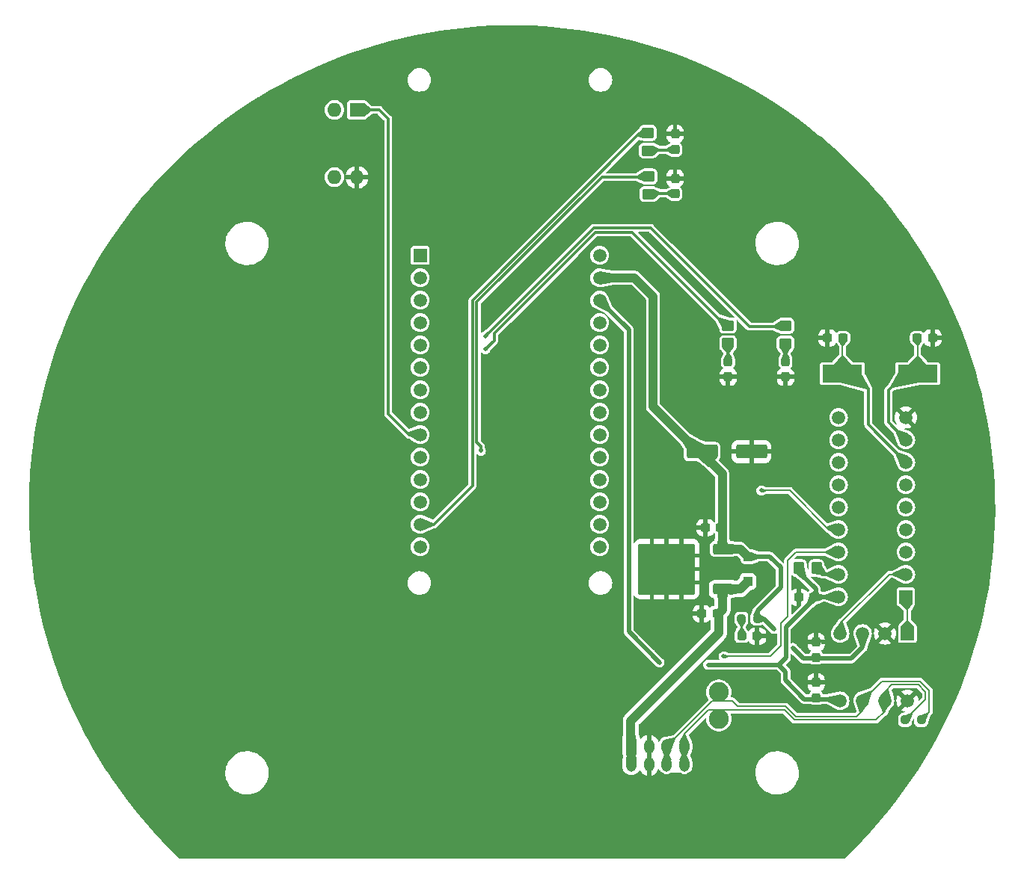
<source format=gbr>
%TF.GenerationSoftware,KiCad,Pcbnew,7.0.1-0*%
%TF.CreationDate,2023-05-25T18:20:17+09:00*%
%TF.ProjectId,AirData,41697244-6174-4612-9e6b-696361645f70,rev?*%
%TF.SameCoordinates,Original*%
%TF.FileFunction,Copper,L1,Top*%
%TF.FilePolarity,Positive*%
%FSLAX46Y46*%
G04 Gerber Fmt 4.6, Leading zero omitted, Abs format (unit mm)*
G04 Created by KiCad (PCBNEW 7.0.1-0) date 2023-05-25 18:20:17*
%MOMM*%
%LPD*%
G01*
G04 APERTURE LIST*
G04 Aperture macros list*
%AMRoundRect*
0 Rectangle with rounded corners*
0 $1 Rounding radius*
0 $2 $3 $4 $5 $6 $7 $8 $9 X,Y pos of 4 corners*
0 Add a 4 corners polygon primitive as box body*
4,1,4,$2,$3,$4,$5,$6,$7,$8,$9,$2,$3,0*
0 Add four circle primitives for the rounded corners*
1,1,$1+$1,$2,$3*
1,1,$1+$1,$4,$5*
1,1,$1+$1,$6,$7*
1,1,$1+$1,$8,$9*
0 Add four rect primitives between the rounded corners*
20,1,$1+$1,$2,$3,$4,$5,0*
20,1,$1+$1,$4,$5,$6,$7,0*
20,1,$1+$1,$6,$7,$8,$9,0*
20,1,$1+$1,$8,$9,$2,$3,0*%
G04 Aperture macros list end*
%TA.AperFunction,SMDPad,CuDef*%
%ADD10RoundRect,0.237500X0.300000X0.237500X-0.300000X0.237500X-0.300000X-0.237500X0.300000X-0.237500X0*%
%TD*%
%TA.AperFunction,SMDPad,CuDef*%
%ADD11RoundRect,0.237500X0.237500X-0.300000X0.237500X0.300000X-0.237500X0.300000X-0.237500X-0.300000X0*%
%TD*%
%TA.AperFunction,SMDPad,CuDef*%
%ADD12RoundRect,0.250000X-0.450000X0.350000X-0.450000X-0.350000X0.450000X-0.350000X0.450000X0.350000X0*%
%TD*%
%TA.AperFunction,ComponentPad*%
%ADD13RoundRect,0.250000X-0.350000X-0.560000X0.350000X-0.560000X0.350000X0.560000X-0.350000X0.560000X0*%
%TD*%
%TA.AperFunction,ComponentPad*%
%ADD14O,1.200000X1.650000*%
%TD*%
%TA.AperFunction,SMDPad,CuDef*%
%ADD15R,4.500000X2.000000*%
%TD*%
%TA.AperFunction,ComponentPad*%
%ADD16R,1.508000X1.508000*%
%TD*%
%TA.AperFunction,ComponentPad*%
%ADD17C,1.508000*%
%TD*%
%TA.AperFunction,ComponentPad*%
%ADD18R,1.600000X1.600000*%
%TD*%
%TA.AperFunction,ComponentPad*%
%ADD19O,1.600000X1.600000*%
%TD*%
%TA.AperFunction,ComponentPad*%
%ADD20R,1.500000X1.500000*%
%TD*%
%TA.AperFunction,ComponentPad*%
%ADD21C,1.500000*%
%TD*%
%TA.AperFunction,ComponentPad*%
%ADD22C,2.250000*%
%TD*%
%TA.AperFunction,SMDPad,CuDef*%
%ADD23RoundRect,0.250000X-1.500000X-0.550000X1.500000X-0.550000X1.500000X0.550000X-1.500000X0.550000X0*%
%TD*%
%TA.AperFunction,SMDPad,CuDef*%
%ADD24RoundRect,0.237500X0.287500X0.237500X-0.287500X0.237500X-0.287500X-0.237500X0.287500X-0.237500X0*%
%TD*%
%TA.AperFunction,SMDPad,CuDef*%
%ADD25RoundRect,0.237500X0.237500X-0.287500X0.237500X0.287500X-0.237500X0.287500X-0.237500X-0.287500X0*%
%TD*%
%TA.AperFunction,SMDPad,CuDef*%
%ADD26RoundRect,0.237500X-0.300000X-0.237500X0.300000X-0.237500X0.300000X0.237500X-0.300000X0.237500X0*%
%TD*%
%TA.AperFunction,SMDPad,CuDef*%
%ADD27RoundRect,0.237500X-0.237500X0.287500X-0.237500X-0.287500X0.237500X-0.287500X0.237500X0.287500X0*%
%TD*%
%TA.AperFunction,SMDPad,CuDef*%
%ADD28RoundRect,0.237500X0.250000X0.237500X-0.250000X0.237500X-0.250000X-0.237500X0.250000X-0.237500X0*%
%TD*%
%TA.AperFunction,SMDPad,CuDef*%
%ADD29RoundRect,0.250000X0.300000X-0.300000X0.300000X0.300000X-0.300000X0.300000X-0.300000X-0.300000X0*%
%TD*%
%TA.AperFunction,SMDPad,CuDef*%
%ADD30RoundRect,0.250000X0.850000X0.350000X-0.850000X0.350000X-0.850000X-0.350000X0.850000X-0.350000X0*%
%TD*%
%TA.AperFunction,SMDPad,CuDef*%
%ADD31RoundRect,0.250000X1.275000X1.125000X-1.275000X1.125000X-1.275000X-1.125000X1.275000X-1.125000X0*%
%TD*%
%TA.AperFunction,SMDPad,CuDef*%
%ADD32RoundRect,0.249997X2.950003X2.650003X-2.950003X2.650003X-2.950003X-2.650003X2.950003X-2.650003X0*%
%TD*%
%TA.AperFunction,SMDPad,CuDef*%
%ADD33RoundRect,0.237500X-0.250000X-0.237500X0.250000X-0.237500X0.250000X0.237500X-0.250000X0.237500X0*%
%TD*%
%TA.AperFunction,SMDPad,CuDef*%
%ADD34RoundRect,0.250000X-0.350000X-0.450000X0.350000X-0.450000X0.350000X0.450000X-0.350000X0.450000X0*%
%TD*%
%TA.AperFunction,ViaPad*%
%ADD35C,0.510000*%
%TD*%
%TA.AperFunction,Conductor*%
%ADD36C,0.200000*%
%TD*%
%TA.AperFunction,Conductor*%
%ADD37C,1.000000*%
%TD*%
%TA.AperFunction,Conductor*%
%ADD38C,0.500000*%
%TD*%
%TA.AperFunction,Conductor*%
%ADD39C,0.300000*%
%TD*%
%TA.AperFunction,Conductor*%
%ADD40C,0.250000*%
%TD*%
G04 APERTURE END LIST*
D10*
%TO.P,C2,1*%
%TO.N,+12V*%
X171712500Y-116949432D03*
%TO.P,C2,2*%
%TO.N,GND*%
X169987500Y-116949432D03*
%TD*%
D11*
%TO.P,C3,1*%
%TO.N,+3.3V*%
X182917000Y-126462700D03*
%TO.P,C3,2*%
%TO.N,GND*%
X182917000Y-124737700D03*
%TD*%
D12*
%TO.P,R4,1*%
%TO.N,CAN_RECEIVE_STATUS*%
X179454800Y-84337700D03*
%TO.P,R4,2*%
%TO.N,Net-(D3-A)*%
X179454800Y-86337700D03*
%TD*%
D10*
%TO.P,C1,1*%
%TO.N,GND*%
X196098500Y-85695432D03*
%TO.P,C1,2*%
%TO.N,OSC1*%
X194373500Y-85695432D03*
%TD*%
%TO.P,C6,1*%
%TO.N,+5V*%
X172112500Y-107199432D03*
%TO.P,C6,2*%
%TO.N,GND*%
X170387500Y-107199432D03*
%TD*%
D13*
%TO.P,J1,1,Pin_1*%
%TO.N,+12V*%
X162000000Y-132000000D03*
D14*
%TO.P,J1,2,Pin_2*%
X162000000Y-134000000D03*
%TO.P,J1,3,Pin_3*%
%TO.N,GND*%
X164000000Y-132000000D03*
%TO.P,J1,4,Pin_4*%
X164000000Y-134000000D03*
%TO.P,J1,5,Pin_5*%
%TO.N,CAN_L*%
X166000000Y-132000000D03*
%TO.P,J1,6,Pin_6*%
X166000000Y-134000000D03*
%TO.P,J1,7,Pin_7*%
%TO.N,CAN_H*%
X168000000Y-132000000D03*
%TO.P,J1,8,Pin_8*%
X168000000Y-134000000D03*
%TD*%
D15*
%TO.P,Y1,1,1*%
%TO.N,OSC2*%
X185906000Y-89759432D03*
%TO.P,Y1,2,2*%
%TO.N,OSC1*%
X194406000Y-89759432D03*
%TD*%
D16*
%TO.P,U4,1,PA03_VREFA/AREF*%
%TO.N,unconnected-(U4-PA03_VREFA{slash}AREF-Pad1)*%
X138102500Y-76359800D03*
D17*
%TO.P,U4,2,PA02_AIN0/DAC0/A0*%
%TO.N,unconnected-(U4-PA02_AIN0{slash}DAC0{slash}A0-Pad2)*%
X138102500Y-78899800D03*
%TO.P,U4,3,PB02_AIN10/A1*%
%TO.N,unconnected-(U4-PB02_AIN10{slash}A1-Pad3)*%
X138102500Y-81439800D03*
%TO.P,U4,4,PB03_AIN11/A2*%
%TO.N,unconnected-(U4-PB03_AIN11{slash}A2-Pad4)*%
X138102500Y-83979800D03*
%TO.P,U4,5,PA04_AIN4/A3*%
%TO.N,unconnected-(U4-PA04_AIN4{slash}A3-Pad5)*%
X138102500Y-86519800D03*
%TO.P,U4,6,PA05_AIN5/A4*%
%TO.N,unconnected-(U4-PA05_AIN5{slash}A4-Pad6)*%
X138102500Y-89059800D03*
%TO.P,U4,7,PA06_AIN6/A5*%
%TO.N,unconnected-(U4-PA06_AIN6{slash}A5-Pad7)*%
X138102500Y-91599800D03*
%TO.P,U4,8,PA07_AIN7/A6*%
%TO.N,unconnected-(U4-PA07_AIN7{slash}A6-Pad8)*%
X138102500Y-94139800D03*
%TO.P,U4,9,PA22_TC4-W0/0*%
%TO.N,DEBUG_MODE*%
X138102500Y-96679800D03*
%TO.P,U4,10,PA23_TC4-W1/1*%
%TO.N,CAN_RECEIVE_STATUS*%
X138102500Y-99219800D03*
%TO.P,U4,11,PA10_TCC0-W2/~2*%
%TO.N,CAN_SEND_STATUS*%
X138102500Y-101759800D03*
%TO.P,U4,12,PA11_TCC0-W3/~3*%
%TO.N,LORA_RECEIVE_STATUS*%
X138102500Y-104299800D03*
%TO.P,U4,13,PB10_TCC0-W4/~4*%
%TO.N,LORA_SEND_STATUS*%
X138102500Y-106839800D03*
%TO.P,U4,14,PB11_TCC0-W5/~5*%
%TO.N,unconnected-(U4-PB11_TCC0-W5{slash}~5-Pad14)*%
X138102500Y-109379800D03*
%TO.P,U4,15,PA20_TCC0-W6*%
%TO.N,unconnected-(U4-PA20_TCC0-W6-Pad15)*%
X158422500Y-109379800D03*
%TO.P,U4,16,PA21_TCC0-W7*%
%TO.N,SPI_CS_MCP*%
X158422500Y-106839800D03*
%TO.P,U4,17,PA16_S1_MOSI*%
%TO.N,SPI_MOSI*%
X158422500Y-104299800D03*
%TO.P,U4,18,PA17_S1_SCK*%
%TO.N,SPI_SCLK*%
X158422500Y-101759800D03*
%TO.P,U4,19,PA19_S1_MISO*%
%TO.N,SPI_MISO*%
X158422500Y-99219800D03*
%TO.P,U4,20,PA08_S0_I2C_SDA*%
%TO.N,unconnected-(U4-PA08_S0_I2C_SDA-Pad20)*%
X158422500Y-96679800D03*
%TO.P,U4,21,PA09_S0_I2C_SCL*%
%TO.N,unconnected-(U4-PA09_S0_I2C_SCL-Pad21)*%
X158422500Y-94139800D03*
%TO.P,U4,22,PB23_S5_RX*%
%TO.N,unconnected-(U4-PB23_S5_RX-Pad22)*%
X158422500Y-91599800D03*
%TO.P,U4,23,PB22_S5_TX*%
%TO.N,unconnected-(U4-PB22_S5_TX-Pad23)*%
X158422500Y-89059800D03*
%TO.P,U4,24,RESET*%
%TO.N,unconnected-(U4-RESET-Pad24)*%
X158422500Y-86519800D03*
%TO.P,U4,25,GND*%
%TO.N,unconnected-(U4-GND-Pad25)*%
X158422500Y-83979800D03*
%TO.P,U4,26,+3V3*%
%TO.N,+3.3V*%
X158422500Y-81439800D03*
%TO.P,U4,27,VIN*%
%TO.N,+5V*%
X158422500Y-78899800D03*
%TO.P,U4,28,+5V*%
%TO.N,unconnected-(U4-+5V-Pad28)*%
X158422500Y-76359800D03*
%TD*%
D18*
%TO.P,SW1,1*%
%TO.N,DEBUG_MODE*%
X130950000Y-59874432D03*
D19*
%TO.P,SW1,2*%
%TO.N,unconnected-(SW1-Pad2)*%
X128410000Y-59874432D03*
%TO.P,SW1,3*%
%TO.N,unconnected-(SW1-Pad3)*%
X128410000Y-67494432D03*
%TO.P,SW1,4*%
%TO.N,GND*%
X130950000Y-67494432D03*
%TD*%
D12*
%TO.P,R6,1*%
%TO.N,LORA_RECEIVE_STATUS*%
X163954800Y-67412700D03*
%TO.P,R6,2*%
%TO.N,Net-(D5-A)*%
X163954800Y-69412700D03*
%TD*%
D20*
%TO.P,U1,1,TXD*%
%TO.N,CAN_TX*%
X193254800Y-119200200D03*
D21*
%TO.P,U1,2,VSS*%
%TO.N,GND*%
X190714800Y-119200200D03*
%TO.P,U1,3,VDD*%
%TO.N,+5V*%
X188174800Y-119200200D03*
%TO.P,U1,4,RXD*%
%TO.N,CAN_RX*%
X185634800Y-119200200D03*
%TO.P,U1,5,Vio*%
%TO.N,+3.3V*%
X185634800Y-126820200D03*
%TO.P,U1,6,CANL*%
%TO.N,CAN_L*%
X188174800Y-126820200D03*
%TO.P,U1,7,CANH*%
%TO.N,CAN_H*%
X190714800Y-126820200D03*
%TO.P,U1,8,STBY*%
%TO.N,GND*%
X193254800Y-126820200D03*
%TD*%
D12*
%TO.P,R7,1*%
%TO.N,LORA_SEND_STATUS*%
X163867300Y-62487700D03*
%TO.P,R7,2*%
%TO.N,Net-(D6-A)*%
X163867300Y-64487700D03*
%TD*%
D22*
%TO.P,TP1,1,1*%
%TO.N,CAN_H*%
X171900000Y-128875432D03*
%TD*%
D11*
%TO.P,C4,1*%
%TO.N,+5V*%
X182917000Y-121890432D03*
%TO.P,C4,2*%
%TO.N,GND*%
X182917000Y-120165432D03*
%TD*%
D10*
%TO.P,C5,1*%
%TO.N,+3.3V*%
X182699800Y-115100200D03*
%TO.P,C5,2*%
%TO.N,GND*%
X180974800Y-115100200D03*
%TD*%
D22*
%TO.P,TP2,1,1*%
%TO.N,CAN_L*%
X171900000Y-125827432D03*
%TD*%
D23*
%TO.P,C8,1*%
%TO.N,+5V*%
X170000000Y-98600200D03*
%TO.P,C8,2*%
%TO.N,GND*%
X175600000Y-98600200D03*
%TD*%
D24*
%TO.P,D1,1,K*%
%TO.N,GND*%
X176242300Y-119500200D03*
%TO.P,D1,2,A*%
%TO.N,Net-(D1-A)*%
X174492300Y-119500200D03*
%TD*%
D25*
%TO.P,D2,1,K*%
%TO.N,GND*%
X172954800Y-90125200D03*
%TO.P,D2,2,A*%
%TO.N,Net-(D2-A)*%
X172954800Y-88375200D03*
%TD*%
D12*
%TO.P,R5,1*%
%TO.N,CAN_SEND_STATUS*%
X172954800Y-84314432D03*
%TO.P,R5,2*%
%TO.N,Net-(D2-A)*%
X172954800Y-86314432D03*
%TD*%
D26*
%TO.P,C7,1*%
%TO.N,GND*%
X184213500Y-85695432D03*
%TO.P,C7,2*%
%TO.N,OSC2*%
X185938500Y-85695432D03*
%TD*%
D25*
%TO.P,D3,1,K*%
%TO.N,GND*%
X179454800Y-90125200D03*
%TO.P,D3,2,A*%
%TO.N,Net-(D3-A)*%
X179454800Y-88375200D03*
%TD*%
D27*
%TO.P,D5,1,K*%
%TO.N,GND*%
X166954800Y-67625200D03*
%TO.P,D5,2,A*%
%TO.N,Net-(D5-A)*%
X166954800Y-69375200D03*
%TD*%
%TO.P,D6,1,K*%
%TO.N,GND*%
X166954800Y-62612700D03*
%TO.P,D6,2,A*%
%TO.N,Net-(D6-A)*%
X166954800Y-64362700D03*
%TD*%
D28*
%TO.P,R2,1*%
%TO.N,+5V*%
X176279800Y-117500200D03*
%TO.P,R2,2*%
%TO.N,Net-(D1-A)*%
X174454800Y-117500200D03*
%TD*%
D20*
%TO.P,U2,1,TXCAN*%
%TO.N,CAN_TX*%
X193074800Y-115040200D03*
D21*
%TO.P,U2,2,RXCAN*%
%TO.N,CAN_RX*%
X193074800Y-112500200D03*
%TO.P,U2,3,CLKOUT/SOF*%
%TO.N,unconnected-(U2-CLKOUT{slash}SOF-Pad3)*%
X193074800Y-109960200D03*
%TO.P,U2,4,~TX0RTS*%
%TO.N,unconnected-(U2-~TX0RTS-Pad4)*%
X193074800Y-107420200D03*
%TO.P,U2,5,~TX1RTS*%
%TO.N,unconnected-(U2-~TX1RTS-Pad5)*%
X193074800Y-104880200D03*
%TO.P,U2,6,~TX2RTS*%
%TO.N,unconnected-(U2-~TX2RTS-Pad6)*%
X193074800Y-102340200D03*
%TO.P,U2,7,OSC2*%
%TO.N,OSC2*%
X193074800Y-99800200D03*
%TO.P,U2,8,OSC1*%
%TO.N,OSC1*%
X193074800Y-97260200D03*
%TO.P,U2,9,VSS*%
%TO.N,GND*%
X193074800Y-94720200D03*
%TO.P,U2,10,~RX1BF*%
%TO.N,unconnected-(U2-~RX1BF-Pad10)*%
X185454800Y-94720200D03*
%TO.P,U2,11,~RX0BF*%
%TO.N,unconnected-(U2-~RX0BF-Pad11)*%
X185454800Y-97260200D03*
%TO.P,U2,12,~INT*%
%TO.N,unconnected-(U2-~INT-Pad12)*%
X185454800Y-99800200D03*
%TO.P,U2,13,SCK*%
%TO.N,SPI_SCLK*%
X185454800Y-102340200D03*
%TO.P,U2,14,SI*%
%TO.N,SPI_MOSI*%
X185454800Y-104880200D03*
%TO.P,U2,15,SO*%
%TO.N,SPI_MISO*%
X185454800Y-107420200D03*
%TO.P,U2,16,~CS*%
%TO.N,SPI_CS_MCP*%
X185454800Y-109960200D03*
%TO.P,U2,17,~RESET*%
%TO.N,Net-(U2-~RESET)*%
X185454800Y-112500200D03*
%TO.P,U2,18,VDD*%
%TO.N,+3.3V*%
X185454800Y-115040200D03*
%TD*%
D29*
%TO.P,D4,1,K*%
%TO.N,+12V*%
X175200000Y-113299432D03*
%TO.P,D4,2,A*%
%TO.N,+5V*%
X175200000Y-110499432D03*
%TD*%
D30*
%TO.P,U3,1,IN*%
%TO.N,+12V*%
X172300000Y-114179432D03*
D31*
%TO.P,U3,2,GND*%
%TO.N,GND*%
X167675000Y-113424432D03*
X167675000Y-110374432D03*
D32*
X166000000Y-111899432D03*
D31*
X164325000Y-113424432D03*
X164325000Y-110374432D03*
D30*
%TO.P,U3,3,OUT*%
%TO.N,+5V*%
X172300000Y-109619432D03*
%TD*%
D33*
%TO.P,R1,1*%
%TO.N,CAN_H*%
X192987500Y-129000000D03*
%TO.P,R1,2*%
%TO.N,CAN_L*%
X194812500Y-129000000D03*
%TD*%
D34*
%TO.P,R3,1*%
%TO.N,+3.3V*%
X180962300Y-111790200D03*
%TO.P,R3,2*%
%TO.N,Net-(U2-~RESET)*%
X182962300Y-111790200D03*
%TD*%
D35*
%TO.N,GND*%
X163100000Y-117600000D03*
X147300000Y-56800000D03*
X166400000Y-126400000D03*
X177456000Y-95601432D03*
X156500000Y-77000000D03*
X162900000Y-85600000D03*
X200900000Y-119000000D03*
X160300000Y-105800000D03*
X190900000Y-100800000D03*
X161300000Y-143800000D03*
X140500000Y-65400000D03*
X185100000Y-125000000D03*
X160300000Y-77200000D03*
X100100000Y-82600000D03*
X183700000Y-108600000D03*
X169100000Y-79400000D03*
X121300000Y-105400000D03*
X192300000Y-122600000D03*
X181100000Y-105800000D03*
X180300000Y-122800000D03*
X184300000Y-111000000D03*
X191100000Y-111200000D03*
X143100000Y-102000000D03*
X167500000Y-120600000D03*
X104300000Y-135400000D03*
X152300000Y-88800000D03*
X179800000Y-129499432D03*
X191900000Y-125800000D03*
X121500000Y-122400000D03*
X184100000Y-113600000D03*
X111900000Y-66600000D03*
X184700000Y-132000000D03*
X163900000Y-74200000D03*
X185500000Y-66600000D03*
X150500000Y-102800000D03*
X108300000Y-86800000D03*
X160300000Y-80600000D03*
X136500000Y-138200000D03*
X183700000Y-101200000D03*
X163000000Y-97799432D03*
X134100000Y-96600000D03*
X183552000Y-93061432D03*
X189902000Y-85187432D03*
X196300000Y-116600000D03*
X187500000Y-94400000D03*
X164500000Y-124000000D03*
X110100000Y-123000000D03*
X135300000Y-77800000D03*
X148700000Y-51200000D03*
X145900000Y-131400000D03*
X127300000Y-72600000D03*
X97300000Y-121000000D03*
X162550000Y-103099432D03*
X181100000Y-82400000D03*
X128300000Y-113600000D03*
X172000000Y-111999432D03*
X139300000Y-103000000D03*
X177500000Y-124000000D03*
X187500000Y-105600000D03*
X145700000Y-83600000D03*
X162700000Y-138600000D03*
X160300000Y-98600000D03*
X136300000Y-122400000D03*
X165500000Y-59200000D03*
X163050000Y-105649432D03*
X111300000Y-96600000D03*
X106500000Y-105200000D03*
X160500000Y-101400000D03*
X150500000Y-72800000D03*
X168300000Y-75600000D03*
X173300000Y-67800000D03*
X143100000Y-99600000D03*
X169500000Y-124000000D03*
X130100000Y-72200000D03*
X177500000Y-120400000D03*
X195100000Y-132400000D03*
X139300000Y-105600000D03*
X143300000Y-90800000D03*
X178900000Y-104000000D03*
X167100000Y-81800000D03*
X159900000Y-109000000D03*
X186300000Y-121000000D03*
X143900000Y-112400000D03*
X160300000Y-85200000D03*
X95900000Y-103800000D03*
X142700000Y-80400000D03*
X154100000Y-112400000D03*
X169300000Y-102099432D03*
X128300000Y-55099432D03*
X160300000Y-66400000D03*
X145300000Y-100200000D03*
X196100000Y-100200000D03*
X133900000Y-106400000D03*
X152100000Y-76200000D03*
X185300000Y-117200000D03*
X112100000Y-114400000D03*
X174700000Y-82000000D03*
X173100000Y-120400000D03*
X167900000Y-116800000D03*
X141500000Y-98600000D03*
X170100000Y-55600000D03*
X137900000Y-73200000D03*
X121300000Y-86400000D03*
X172700000Y-83000000D03*
X159900000Y-118400000D03*
X158700000Y-70800000D03*
X139700000Y-108000000D03*
X168300000Y-90000000D03*
X169700000Y-65600000D03*
X189902000Y-94585432D03*
X161700000Y-72200000D03*
X185500000Y-143800000D03*
X133300000Y-88800000D03*
X127100000Y-96400000D03*
X197500000Y-82600000D03*
X180700000Y-119400000D03*
X177350000Y-113299432D03*
X111700000Y-143200000D03*
X201900000Y-105200000D03*
X176800000Y-101999432D03*
X140900000Y-96400000D03*
X182100000Y-103400000D03*
X133100000Y-78600000D03*
X186700000Y-127800000D03*
X131900000Y-143400000D03*
X159900000Y-63400000D03*
X180300000Y-127000000D03*
X154700000Y-122400000D03*
X142900000Y-86400000D03*
X154000000Y-63500000D03*
X140700000Y-88400000D03*
%TO.N,+5V*%
X177377300Y-117922700D03*
X180277300Y-120822700D03*
X180777300Y-121322700D03*
X178200000Y-118700000D03*
%TO.N,+3.3V*%
X164200000Y-121500000D03*
X165200000Y-122500000D03*
X172454800Y-122750200D03*
X170700000Y-122750200D03*
%TO.N,SPI_CS_MCP*%
X172430000Y-121790497D03*
%TO.N,SPI_MISO*%
X176700000Y-103000200D03*
%TO.N,CAN_RECEIVE_STATUS*%
X145477300Y-85500000D03*
%TO.N,CAN_SEND_STATUS*%
X145489599Y-87000000D03*
%TO.N,LORA_RECEIVE_STATUS*%
X144977300Y-98500000D03*
%TD*%
D36*
%TO.N,CAN_H*%
X168000000Y-133645000D02*
X167954800Y-133690200D01*
X190714800Y-126820200D02*
X190714800Y-125785200D01*
X195300000Y-125800000D02*
X195300000Y-126687500D01*
X170706254Y-127859432D02*
X168000000Y-130565686D01*
X179314032Y-127859432D02*
X170706254Y-127859432D01*
X180454600Y-129000000D02*
X179314032Y-127859432D01*
X168000000Y-130565686D02*
X168000000Y-132000000D01*
X189700000Y-129000000D02*
X180454600Y-129000000D01*
X191500000Y-125000000D02*
X194500000Y-125000000D01*
X190714800Y-125785200D02*
X191500000Y-125000000D01*
X168000000Y-132000000D02*
X168000000Y-134000000D01*
X190714800Y-127985200D02*
X189700000Y-129000000D01*
X195300000Y-126687500D02*
X192987500Y-129000000D01*
X190714800Y-126820200D02*
X190714800Y-127985200D01*
X194500000Y-125000000D02*
X195300000Y-125800000D01*
D37*
%TO.N,+5V*%
X164454800Y-81000200D02*
X162354600Y-78900000D01*
D38*
X177377300Y-117922700D02*
X176954800Y-117500200D01*
X178154600Y-118700000D02*
X178200000Y-118700000D01*
D37*
X174320000Y-109619432D02*
X175200000Y-110499432D01*
X169754800Y-98600200D02*
X172287500Y-101132900D01*
X172300000Y-109619432D02*
X174320000Y-109619432D01*
X172287500Y-109606932D02*
X172300000Y-109619432D01*
X164454800Y-93500200D02*
X164454800Y-81000200D01*
D38*
X176279800Y-117500200D02*
X176279800Y-116619632D01*
X176279800Y-116619632D02*
X178900000Y-113999432D01*
X177700000Y-110499432D02*
X175200000Y-110499432D01*
X188174800Y-120780200D02*
X188174800Y-119200200D01*
D37*
X162354600Y-78900000D02*
X158400000Y-78900000D01*
D38*
X178900000Y-113999432D02*
X178900000Y-111699432D01*
D37*
X172287500Y-101132900D02*
X172287500Y-107199432D01*
X169554800Y-98600200D02*
X164454800Y-93500200D01*
D38*
X180777300Y-121322700D02*
X181492300Y-122037700D01*
D37*
X172287500Y-107199432D02*
X172287500Y-109606932D01*
D38*
X177377300Y-117922700D02*
X178154600Y-118700000D01*
X186917300Y-122037700D02*
X188174800Y-120780200D01*
X182254800Y-122037700D02*
X186917300Y-122037700D01*
X181492300Y-122037700D02*
X182254800Y-122037700D01*
X176954800Y-117500200D02*
X176279800Y-117500200D01*
X180277300Y-120822700D02*
X180777300Y-121322700D01*
X178900000Y-111699432D02*
X177700000Y-110499432D01*
D36*
%TO.N,CAN_L*%
X166000000Y-134000000D02*
X166000000Y-132000000D01*
X180620286Y-128600000D02*
X179479717Y-127459432D01*
X187500000Y-128600000D02*
X180620286Y-128600000D01*
X195700000Y-125634314D02*
X195700000Y-128112500D01*
X190395000Y-124600000D02*
X194665686Y-124600000D01*
X171156568Y-126843432D02*
X166000000Y-132000000D01*
X173392000Y-126843432D02*
X171156568Y-126843432D01*
X179479717Y-127459432D02*
X174008000Y-127459432D01*
X194665686Y-124600000D02*
X195700000Y-125634314D01*
X174008000Y-127459432D02*
X173392000Y-126843432D01*
X188174800Y-126820200D02*
X190395000Y-124600000D01*
X188174800Y-127925200D02*
X187500000Y-128600000D01*
X195700000Y-128112500D02*
X194812500Y-129000000D01*
X188174800Y-126820200D02*
X188174800Y-127925200D01*
D38*
%TO.N,+3.3V*%
X179454800Y-123500200D02*
X179454800Y-124500200D01*
X182874800Y-114170200D02*
X182874800Y-115100200D01*
X181592300Y-126637700D02*
X182254800Y-126637700D01*
X172454800Y-122750200D02*
X178704800Y-122750200D01*
X185454800Y-115040200D02*
X182934800Y-115040200D01*
X170700000Y-122750200D02*
X172454800Y-122750200D01*
X179454800Y-124500200D02*
X181592300Y-126637700D01*
X179500000Y-118475000D02*
X182874800Y-115100200D01*
X182254800Y-126637700D02*
X185452300Y-126637700D01*
X181049800Y-112345200D02*
X182874800Y-114170200D01*
X161704800Y-84767500D02*
X158399800Y-81462500D01*
X178704800Y-122750200D02*
X179454800Y-123500200D01*
X178704800Y-122750200D02*
X179500000Y-121955000D01*
X165200000Y-122500000D02*
X165200000Y-122495400D01*
X161704800Y-119000200D02*
X161704800Y-84767500D01*
X165200000Y-122495400D02*
X161704800Y-119000200D01*
X179500000Y-121955000D02*
X179500000Y-118475000D01*
X181049800Y-111790200D02*
X181049800Y-112345200D01*
D36*
%TO.N,CAN_TX*%
X193254800Y-119200200D02*
X193254800Y-115220200D01*
%TO.N,CAN_RX*%
X185634800Y-118070200D02*
X191204800Y-112500200D01*
X185634800Y-119200200D02*
X185634800Y-118070200D01*
X191204800Y-112500200D02*
X193074800Y-112500200D01*
D39*
%TO.N,OSC1*%
X191092300Y-95277700D02*
X193074800Y-97260200D01*
D36*
X194373500Y-85695432D02*
X194406000Y-85727932D01*
D39*
X194406000Y-89759432D02*
X192333068Y-89759432D01*
X192950000Y-89759432D02*
X191092300Y-91617132D01*
X194406000Y-89759432D02*
X192950000Y-89759432D01*
D36*
X194406000Y-85727932D02*
X194406000Y-89759432D01*
D39*
X191092300Y-91617132D02*
X191092300Y-95277700D01*
%TO.N,OSC2*%
X185906000Y-89759432D02*
X187108000Y-89759432D01*
X185906000Y-89759432D02*
X187362000Y-89759432D01*
X188817300Y-95542700D02*
X193074800Y-99800200D01*
D36*
X185938500Y-85695432D02*
X185906000Y-85727932D01*
D39*
X187108000Y-89759432D02*
X188817300Y-91468732D01*
X188817300Y-91468732D02*
X188817300Y-95542700D01*
D36*
X185906000Y-85727932D02*
X185906000Y-89759432D01*
%TO.N,SPI_CS_MCP*%
X179700000Y-117299432D02*
X179700000Y-110899432D01*
X178950000Y-118049432D02*
X179700000Y-117299432D01*
X180599432Y-110000000D02*
X185430000Y-110000000D01*
X177709503Y-121790497D02*
X178950000Y-120550000D01*
X172430000Y-121790497D02*
X177709503Y-121790497D01*
X179700000Y-110899432D02*
X180599432Y-110000000D01*
X178950000Y-120550000D02*
X178950000Y-118049432D01*
%TO.N,SPI_MISO*%
X179954800Y-103000200D02*
X184374800Y-107420200D01*
X184374800Y-107420200D02*
X185454800Y-107420200D01*
X176700000Y-103000200D02*
X179954800Y-103000200D01*
D39*
%TO.N,Net-(D6-A)*%
X163867300Y-64400200D02*
X166917300Y-64400200D01*
D40*
%TO.N,Net-(U2-~RESET)*%
X185454800Y-112500200D02*
X183584800Y-112500200D01*
X183584800Y-112500200D02*
X182874800Y-111790200D01*
%TO.N,Net-(D1-A)*%
X174454800Y-117500200D02*
X174454800Y-119462700D01*
D39*
%TO.N,Net-(D2-A)*%
X172954800Y-88375200D02*
X172954800Y-86412700D01*
%TO.N,Net-(D3-A)*%
X179454800Y-88375200D02*
X179454800Y-86250200D01*
%TO.N,Net-(D5-A)*%
X163954800Y-69325200D02*
X166904800Y-69325200D01*
%TO.N,CAN_RECEIVE_STATUS*%
X164204800Y-73250200D02*
X175379800Y-84425200D01*
X157727100Y-73250200D02*
X164204800Y-73250200D01*
X145477300Y-85500000D02*
X157727100Y-73250200D01*
X175379800Y-84425200D02*
X179454800Y-84425200D01*
%TO.N,CAN_SEND_STATUS*%
X146477300Y-85207106D02*
X157934206Y-73750200D01*
X145489599Y-87000000D02*
X146477300Y-86012299D01*
X157934206Y-73750200D02*
X162117300Y-73750200D01*
X162117300Y-73750200D02*
X172954800Y-84587700D01*
X146477300Y-86012299D02*
X146477300Y-85207106D01*
%TO.N,LORA_RECEIVE_STATUS*%
X144977300Y-98500000D02*
X144977300Y-98000000D01*
X144515000Y-81647106D02*
X158661906Y-67500200D01*
X144515000Y-97537700D02*
X144515000Y-81647106D01*
X158661906Y-67500200D02*
X163954800Y-67500200D01*
X144977300Y-98000000D02*
X144515000Y-97537700D01*
%TO.N,LORA_SEND_STATUS*%
X144015000Y-102462300D02*
X139637500Y-106839800D01*
X139637500Y-106839800D02*
X138079800Y-106839800D01*
X144015000Y-81440000D02*
X144015000Y-102462300D01*
X163867300Y-62575200D02*
X162879800Y-62575200D01*
X162879800Y-62575200D02*
X144015000Y-81440000D01*
%TO.N,DEBUG_MODE*%
X130950000Y-59874432D02*
X133475000Y-59874432D01*
X134477300Y-94288650D02*
X136868450Y-96679800D01*
X134477300Y-60876732D02*
X134477300Y-94288650D01*
X133475000Y-59874432D02*
X134477300Y-60876732D01*
X136868450Y-96679800D02*
X138079800Y-96679800D01*
D37*
%TO.N,+12V*%
X161954800Y-131954800D02*
X161954800Y-129100200D01*
X162000000Y-132000000D02*
X161954800Y-131954800D01*
X162000000Y-132000000D02*
X162000000Y-134000000D01*
X174320000Y-114179432D02*
X175200000Y-113299432D01*
X172300000Y-114179432D02*
X174320000Y-114179432D01*
X171887500Y-119167500D02*
X171887500Y-116949432D01*
X161954800Y-129100200D02*
X171887500Y-119167500D01*
X171887500Y-116949432D02*
X172300000Y-116536932D01*
X172300000Y-116536932D02*
X172300000Y-114179432D01*
%TD*%
%TA.AperFunction,Conductor*%
%TO.N,+5V*%
G36*
X176716583Y-117116663D02*
G01*
X176843599Y-117200901D01*
X177322947Y-117518809D01*
X177327278Y-117524057D01*
X177327957Y-117530828D01*
X177324752Y-117536832D01*
X176983764Y-117877820D01*
X176977930Y-117880990D01*
X176628018Y-117955558D01*
X176621460Y-117955066D01*
X176616203Y-117951114D01*
X176306964Y-117536832D01*
X176285469Y-117508035D01*
X176283202Y-117499896D01*
X176287008Y-117492352D01*
X176702281Y-117117725D01*
X176709249Y-117114746D01*
X176716583Y-117116663D01*
G37*
%TD.AperFunction*%
%TD*%
%TA.AperFunction,Conductor*%
%TO.N,LORA_SEND_STATUS*%
G36*
X163194407Y-62047232D02*
G01*
X163856317Y-62479361D01*
X163860650Y-62484492D01*
X163861448Y-62491160D01*
X163858449Y-62497168D01*
X163326580Y-63063398D01*
X163321095Y-63066685D01*
X163314701Y-63066598D01*
X162767727Y-62903082D01*
X162762805Y-62900145D01*
X162560943Y-62698283D01*
X162557516Y-62690076D01*
X162560848Y-62681833D01*
X163179646Y-62048849D01*
X163186736Y-62045399D01*
X163194407Y-62047232D01*
G37*
%TD.AperFunction*%
%TD*%
%TA.AperFunction,Conductor*%
%TO.N,+3.3V*%
G36*
X185346143Y-126130451D02*
G01*
X185351548Y-126136339D01*
X185456028Y-126387700D01*
X185633933Y-126815709D01*
X185634829Y-126820200D01*
X185633933Y-126824691D01*
X185352723Y-127501233D01*
X185348734Y-127506253D01*
X185342698Y-127508416D01*
X185336429Y-127507073D01*
X184177310Y-126891000D01*
X184172773Y-126886696D01*
X184171101Y-126880669D01*
X184171101Y-126397094D01*
X184173678Y-126389769D01*
X184180272Y-126385670D01*
X185338219Y-126129407D01*
X185346143Y-126130451D01*
G37*
%TD.AperFunction*%
%TD*%
%TA.AperFunction,Conductor*%
%TO.N,DEBUG_MODE*%
G36*
X131758182Y-59081080D02*
G01*
X131759172Y-59081884D01*
X132545678Y-59720920D01*
X132548864Y-59724973D01*
X132550000Y-59730001D01*
X132550000Y-60018863D01*
X132548864Y-60023891D01*
X132545678Y-60027944D01*
X131758184Y-60667782D01*
X131750207Y-60670386D01*
X131742538Y-60666979D01*
X130957288Y-59882709D01*
X130954255Y-59877462D01*
X130954255Y-59871400D01*
X130957286Y-59866156D01*
X131742539Y-59081883D01*
X131750207Y-59078477D01*
X131758182Y-59081080D01*
G37*
%TD.AperFunction*%
%TD*%
%TA.AperFunction,Conductor*%
%TO.N,LORA_RECEIVE_STATUS*%
G36*
X145076919Y-97899940D02*
G01*
X145081500Y-97906515D01*
X145210278Y-98392561D01*
X145209464Y-98400728D01*
X145203485Y-98406351D01*
X144982510Y-98498822D01*
X144978005Y-98499729D01*
X144973499Y-98498832D01*
X144752399Y-98406862D01*
X144746101Y-98400578D01*
X144746043Y-98391681D01*
X144863273Y-98101198D01*
X144865846Y-98097310D01*
X145061918Y-97901238D01*
X145069181Y-97897856D01*
X145076919Y-97899940D01*
G37*
%TD.AperFunction*%
%TD*%
%TA.AperFunction,Conductor*%
%TO.N,CAN_L*%
G36*
X166098838Y-132576827D02*
G01*
X166103155Y-132581739D01*
X166550474Y-133537160D01*
X166551290Y-133544703D01*
X166547307Y-133551160D01*
X166007429Y-133994894D01*
X166000000Y-133997555D01*
X165992571Y-133994894D01*
X165452692Y-133551160D01*
X165448709Y-133544703D01*
X165449525Y-133537160D01*
X165896845Y-132581739D01*
X165901162Y-132576827D01*
X165907441Y-132575000D01*
X166092559Y-132575000D01*
X166098838Y-132576827D01*
G37*
%TD.AperFunction*%
%TD*%
%TA.AperFunction,Conductor*%
%TO.N,Net-(D3-A)*%
G36*
X179462671Y-86343858D02*
G01*
X180047250Y-86875503D01*
X180051000Y-86882809D01*
X180049023Y-86890781D01*
X179608286Y-87532623D01*
X179604091Y-87536353D01*
X179598641Y-87537700D01*
X179310959Y-87537700D01*
X179305509Y-87536353D01*
X179301314Y-87532623D01*
X178860576Y-86890781D01*
X178858599Y-86882809D01*
X178862347Y-86875504D01*
X179446928Y-86343858D01*
X179454800Y-86340815D01*
X179462671Y-86343858D01*
G37*
%TD.AperFunction*%
%TD*%
%TA.AperFunction,Conductor*%
%TO.N,Net-(D6-A)*%
G36*
X164420595Y-63910201D02*
G01*
X165160448Y-64247080D01*
X165165439Y-64251397D01*
X165167300Y-64257728D01*
X165167300Y-64544056D01*
X165165959Y-64549495D01*
X165162242Y-64553688D01*
X164501413Y-65009417D01*
X164494219Y-65011472D01*
X164487250Y-65008748D01*
X163875787Y-64495661D01*
X163872240Y-64490490D01*
X163871871Y-64484231D01*
X163874787Y-64478680D01*
X164407230Y-63912830D01*
X164413490Y-63909370D01*
X164420595Y-63910201D01*
G37*
%TD.AperFunction*%
%TD*%
%TA.AperFunction,Conductor*%
%TO.N,OSC2*%
G36*
X186005549Y-87760444D02*
G01*
X186009486Y-87763305D01*
X186898578Y-88751185D01*
X186901577Y-88759317D01*
X186898158Y-88767281D01*
X185914277Y-89752146D01*
X185909030Y-89755178D01*
X185902970Y-89755178D01*
X185897723Y-89752146D01*
X184913841Y-88767281D01*
X184910422Y-88759317D01*
X184913420Y-88751187D01*
X185802514Y-87763304D01*
X185806451Y-87760444D01*
X185811211Y-87759432D01*
X186000789Y-87759432D01*
X186005549Y-87760444D01*
G37*
%TD.AperFunction*%
%TD*%
%TA.AperFunction,Conductor*%
%TO.N,CAN_SEND_STATUS*%
G36*
X171955950Y-83371990D02*
G01*
X173143738Y-83711078D01*
X173149049Y-83714314D01*
X173151952Y-83719814D01*
X173151627Y-83726025D01*
X172957387Y-84309491D01*
X172954504Y-84314123D01*
X172949834Y-84316944D01*
X172264026Y-84535207D01*
X172256103Y-84534909D01*
X172250189Y-84529629D01*
X172134049Y-84315139D01*
X171741354Y-83589904D01*
X171740066Y-83582649D01*
X171743369Y-83576064D01*
X171944467Y-83374966D01*
X171949802Y-83371915D01*
X171955950Y-83371990D01*
G37*
%TD.AperFunction*%
%TD*%
%TA.AperFunction,Conductor*%
%TO.N,+12V*%
G36*
X172308278Y-114186723D02*
G01*
X172840328Y-114719660D01*
X172895750Y-114775175D01*
X172898613Y-114779875D01*
X172899011Y-114785364D01*
X172801630Y-115369655D01*
X172797652Y-115376659D01*
X172790089Y-115379432D01*
X171809911Y-115379432D01*
X171802348Y-115376659D01*
X171798370Y-115369655D01*
X171700988Y-114785361D01*
X171701386Y-114779875D01*
X171704247Y-114775177D01*
X172291721Y-114186723D01*
X172296969Y-114183691D01*
X172303031Y-114183691D01*
X172308278Y-114186723D01*
G37*
%TD.AperFunction*%
%TD*%
%TA.AperFunction,Conductor*%
%TO.N,OSC2*%
G36*
X186003652Y-89462205D02*
G01*
X186007630Y-89469209D01*
X186053744Y-89745900D01*
X186052927Y-89752500D01*
X186048645Y-89757590D01*
X186042281Y-89759523D01*
X185906078Y-89760431D01*
X185905922Y-89760431D01*
X185769718Y-89759523D01*
X185763354Y-89757590D01*
X185759072Y-89752500D01*
X185758255Y-89745900D01*
X185804370Y-89469209D01*
X185808348Y-89462205D01*
X185815911Y-89459432D01*
X185996089Y-89459432D01*
X186003652Y-89462205D01*
G37*
%TD.AperFunction*%
%TD*%
%TA.AperFunction,Conductor*%
%TO.N,CAN_TX*%
G36*
X193354317Y-117701257D02*
G01*
X193358299Y-117704237D01*
X193997669Y-118441972D01*
X194000520Y-118450048D01*
X193997106Y-118457903D01*
X193263079Y-119192909D01*
X193257831Y-119195942D01*
X193251769Y-119195942D01*
X193246521Y-119192909D01*
X192512493Y-118457903D01*
X192509079Y-118450048D01*
X192511929Y-118441973D01*
X193151301Y-117704236D01*
X193155283Y-117701257D01*
X193160143Y-117700200D01*
X193349457Y-117700200D01*
X193354317Y-117701257D01*
G37*
%TD.AperFunction*%
%TD*%
%TA.AperFunction,Conductor*%
%TO.N,+12V*%
G36*
X162497156Y-132578090D02*
G01*
X162500894Y-132585728D01*
X162599266Y-133766193D01*
X162597496Y-133773417D01*
X162591730Y-133778114D01*
X162004124Y-133999446D01*
X161995876Y-133999446D01*
X161408269Y-133778114D01*
X161402503Y-133773417D01*
X161400733Y-133766195D01*
X161499106Y-132585728D01*
X161502844Y-132578090D01*
X161510766Y-132575000D01*
X162489234Y-132575000D01*
X162497156Y-132578090D01*
G37*
%TD.AperFunction*%
%TD*%
%TA.AperFunction,Conductor*%
%TO.N,+5V*%
G36*
X159920705Y-78398356D02*
G01*
X159927694Y-78402339D01*
X159930460Y-78409893D01*
X159930460Y-79390104D01*
X159927693Y-79397659D01*
X159920702Y-79401642D01*
X158436123Y-79651507D01*
X158429496Y-79650690D01*
X158424395Y-79646382D01*
X158422481Y-79639987D01*
X158421500Y-78899800D01*
X158422481Y-78159615D01*
X158424395Y-78153221D01*
X158429498Y-78148912D01*
X158436126Y-78148097D01*
X159920705Y-78398356D01*
G37*
%TD.AperFunction*%
%TD*%
%TA.AperFunction,Conductor*%
%TO.N,OSC2*%
G36*
X186003652Y-89462205D02*
G01*
X186007630Y-89469209D01*
X186053744Y-89745900D01*
X186052927Y-89752500D01*
X186048645Y-89757590D01*
X186042281Y-89759523D01*
X185906078Y-89760431D01*
X185905922Y-89760431D01*
X185769718Y-89759523D01*
X185763354Y-89757590D01*
X185759072Y-89752500D01*
X185758255Y-89745900D01*
X185804370Y-89469209D01*
X185808348Y-89462205D01*
X185815911Y-89459432D01*
X185996089Y-89459432D01*
X186003652Y-89462205D01*
G37*
%TD.AperFunction*%
%TD*%
%TA.AperFunction,Conductor*%
%TO.N,CAN_L*%
G36*
X166867482Y-130992184D02*
G01*
X166872429Y-130995128D01*
X167004059Y-131126758D01*
X167007215Y-131132529D01*
X167006759Y-131139091D01*
X166598419Y-132242849D01*
X166594772Y-132247911D01*
X166589041Y-132250380D01*
X166582857Y-132249551D01*
X166006137Y-132003625D01*
X166001078Y-131999482D01*
X165999033Y-131993272D01*
X165970973Y-131190658D01*
X165973448Y-131183043D01*
X165980237Y-131178804D01*
X166861731Y-130991955D01*
X166867482Y-130992184D01*
G37*
%TD.AperFunction*%
%TD*%
%TA.AperFunction,Conductor*%
%TO.N,CAN_H*%
G36*
X190981750Y-125394542D02*
G01*
X191112194Y-125524986D01*
X191115153Y-125529983D01*
X191404774Y-126523121D01*
X191404093Y-126531454D01*
X191398025Y-126537204D01*
X190721328Y-126817905D01*
X190714558Y-126818572D01*
X190708561Y-126815360D01*
X190192175Y-126297596D01*
X190188766Y-126289726D01*
X190191640Y-126281646D01*
X190964663Y-125395123D01*
X190969938Y-125391663D01*
X190976247Y-125391448D01*
X190981750Y-125394542D01*
G37*
%TD.AperFunction*%
%TD*%
%TA.AperFunction,Conductor*%
%TO.N,CAN_H*%
G36*
X168098838Y-130576827D02*
G01*
X168103155Y-130581739D01*
X168550474Y-131537160D01*
X168551290Y-131544703D01*
X168547307Y-131551160D01*
X168007428Y-131994894D01*
X167999999Y-131997555D01*
X167992571Y-131994894D01*
X167452691Y-131551159D01*
X167448709Y-131544703D01*
X167449525Y-131537160D01*
X167896845Y-130581739D01*
X167901162Y-130576827D01*
X167907441Y-130575000D01*
X168092559Y-130575000D01*
X168098838Y-130576827D01*
G37*
%TD.AperFunction*%
%TD*%
%TA.AperFunction,Conductor*%
%TO.N,CAN_RECEIVE_STATUS*%
G36*
X145738590Y-85040042D02*
G01*
X145937257Y-85238709D01*
X145940623Y-85245787D01*
X145938766Y-85253401D01*
X145718182Y-85589517D01*
X145711863Y-85594274D01*
X145703962Y-85593924D01*
X145481123Y-85502564D01*
X145477288Y-85500011D01*
X145474735Y-85496176D01*
X145383375Y-85273337D01*
X145383025Y-85265436D01*
X145387781Y-85259118D01*
X145723900Y-85038532D01*
X145731512Y-85036676D01*
X145738590Y-85040042D01*
G37*
%TD.AperFunction*%
%TD*%
%TA.AperFunction,Conductor*%
%TO.N,CAN_L*%
G36*
X188181038Y-126825039D02*
G01*
X188697749Y-127343129D01*
X188701147Y-127350749D01*
X188698605Y-127358695D01*
X187974368Y-128264999D01*
X187969085Y-128268741D01*
X187962621Y-128269101D01*
X187956955Y-128265968D01*
X187826733Y-128135746D01*
X187823909Y-128131180D01*
X187485343Y-127117551D01*
X187485793Y-127108992D01*
X187491957Y-127103037D01*
X188168272Y-126822493D01*
X188175041Y-126821827D01*
X188181038Y-126825039D01*
G37*
%TD.AperFunction*%
%TD*%
%TA.AperFunction,Conductor*%
%TO.N,+3.3V*%
G36*
X183037697Y-113993086D02*
G01*
X183042160Y-113999889D01*
X183217371Y-114763749D01*
X183216789Y-114770813D01*
X183212235Y-114776244D01*
X182708830Y-115095626D01*
X182700990Y-115097341D01*
X182693891Y-115093601D01*
X182302925Y-114661879D01*
X182300123Y-114656309D01*
X182300580Y-114650089D01*
X182304165Y-114644991D01*
X182683882Y-114332834D01*
X183022484Y-113994231D01*
X183029877Y-113990838D01*
X183037697Y-113993086D01*
G37*
%TD.AperFunction*%
%TD*%
%TA.AperFunction,Conductor*%
%TO.N,CAN_H*%
G36*
X168098838Y-132576827D02*
G01*
X168103155Y-132581739D01*
X168550474Y-133537160D01*
X168551290Y-133544703D01*
X168547307Y-133551160D01*
X168007429Y-133994894D01*
X168000000Y-133997555D01*
X167992571Y-133994894D01*
X167452692Y-133551160D01*
X167448709Y-133544703D01*
X167449525Y-133537160D01*
X167896845Y-132581739D01*
X167901162Y-132576827D01*
X167907441Y-132575000D01*
X168092559Y-132575000D01*
X168098838Y-132576827D01*
G37*
%TD.AperFunction*%
%TD*%
%TA.AperFunction,Conductor*%
%TO.N,Net-(D1-A)*%
G36*
X174579074Y-118551567D02*
G01*
X174583280Y-118555350D01*
X174942014Y-119086290D01*
X174943929Y-119094287D01*
X174940109Y-119101569D01*
X174499337Y-119494919D01*
X174492133Y-119497875D01*
X174484669Y-119495655D01*
X174011247Y-119151637D01*
X174006707Y-119144727D01*
X174007868Y-119136542D01*
X174326467Y-118556269D01*
X174330765Y-118551831D01*
X174336724Y-118550200D01*
X174573585Y-118550200D01*
X174579074Y-118551567D01*
G37*
%TD.AperFunction*%
%TD*%
%TA.AperFunction,Conductor*%
%TO.N,Net-(D6-A)*%
G36*
X166562152Y-63910669D02*
G01*
X166949681Y-64355674D01*
X166952547Y-64362843D01*
X166950323Y-64370236D01*
X166606039Y-64844024D01*
X166599316Y-64848520D01*
X166591283Y-64847581D01*
X166011208Y-64553449D01*
X166006530Y-64549138D01*
X166004800Y-64543015D01*
X166004800Y-64256656D01*
X166006256Y-64251003D01*
X166010262Y-64246758D01*
X166048246Y-64222820D01*
X166547093Y-63908454D01*
X166555031Y-63906777D01*
X166562152Y-63910669D01*
G37*
%TD.AperFunction*%
%TD*%
%TA.AperFunction,Conductor*%
%TO.N,CAN_RECEIVE_STATUS*%
G36*
X178834849Y-83816651D02*
G01*
X179446312Y-84329739D01*
X179449859Y-84334909D01*
X179450228Y-84341168D01*
X179447312Y-84346719D01*
X178914871Y-84912567D01*
X178908609Y-84916029D01*
X178901502Y-84915197D01*
X178161652Y-84578320D01*
X178156661Y-84574003D01*
X178154800Y-84567672D01*
X178154800Y-84281344D01*
X178156141Y-84275905D01*
X178159858Y-84271712D01*
X178268533Y-84196765D01*
X178820688Y-83815981D01*
X178827880Y-83813927D01*
X178834849Y-83816651D01*
G37*
%TD.AperFunction*%
%TD*%
%TA.AperFunction,Conductor*%
%TO.N,OSC2*%
G36*
X192127285Y-98636175D02*
G01*
X193350584Y-99103004D01*
X193355556Y-99106636D01*
X193357996Y-99112290D01*
X193357227Y-99118399D01*
X193077362Y-99796411D01*
X193074820Y-99800220D01*
X193071011Y-99802762D01*
X192392999Y-100082627D01*
X192386890Y-100083396D01*
X192381236Y-100080956D01*
X192377604Y-100075983D01*
X192272369Y-99800220D01*
X191910775Y-98852685D01*
X191910265Y-98846074D01*
X191913432Y-98840247D01*
X192114847Y-98638832D01*
X192120674Y-98635665D01*
X192127285Y-98636175D01*
G37*
%TD.AperFunction*%
%TD*%
%TA.AperFunction,Conductor*%
%TO.N,+5V*%
G36*
X176164279Y-116405919D02*
G01*
X176504572Y-116746212D01*
X176506447Y-116748663D01*
X176743899Y-117162537D01*
X176745170Y-117170908D01*
X176740461Y-117177944D01*
X176286076Y-117496018D01*
X176279145Y-117498131D01*
X176272299Y-117495758D01*
X175829281Y-117160036D01*
X175825031Y-117153678D01*
X175825614Y-117146054D01*
X176145274Y-116409532D01*
X176150270Y-116403995D01*
X176157598Y-116402601D01*
X176164279Y-116405919D01*
G37*
%TD.AperFunction*%
%TD*%
%TA.AperFunction,Conductor*%
%TO.N,DEBUG_MODE*%
G36*
X137812130Y-95987451D02*
G01*
X137818322Y-95993719D01*
X138101345Y-96676019D01*
X138102238Y-96680506D01*
X138101342Y-96684993D01*
X137819273Y-97363613D01*
X137815049Y-97368797D01*
X137808675Y-97370820D01*
X137802234Y-97369022D01*
X136581074Y-96599964D01*
X136576582Y-96594735D01*
X136575814Y-96587885D01*
X136579034Y-96581793D01*
X136779049Y-96381778D01*
X136783121Y-96379133D01*
X137803321Y-95987280D01*
X137812130Y-95987451D01*
G37*
%TD.AperFunction*%
%TD*%
%TA.AperFunction,Conductor*%
%TO.N,Net-(D2-A)*%
G36*
X173103704Y-87376963D02*
G01*
X173108019Y-87381720D01*
X173407631Y-87988531D01*
X173408584Y-87996145D01*
X173404614Y-88002713D01*
X172962274Y-88369994D01*
X172954800Y-88372692D01*
X172947326Y-88369994D01*
X172504985Y-88002713D01*
X172501015Y-87996145D01*
X172501968Y-87988531D01*
X172801581Y-87381720D01*
X172805896Y-87376963D01*
X172812072Y-87375200D01*
X173097528Y-87375200D01*
X173103704Y-87376963D01*
G37*
%TD.AperFunction*%
%TD*%
%TA.AperFunction,Conductor*%
%TO.N,OSC1*%
G36*
X194381182Y-85700353D02*
G01*
X194381871Y-85700884D01*
X194853271Y-86064198D01*
X194857640Y-86071369D01*
X194856079Y-86079620D01*
X194509430Y-86639888D01*
X194505175Y-86643952D01*
X194499480Y-86645432D01*
X194311949Y-86645432D01*
X194306646Y-86644161D01*
X194302495Y-86640624D01*
X193918514Y-86113920D01*
X193916334Y-86105784D01*
X193920184Y-86098293D01*
X194366258Y-85700883D01*
X194373624Y-85697927D01*
X194381182Y-85700353D01*
G37*
%TD.AperFunction*%
%TD*%
%TA.AperFunction,Conductor*%
%TO.N,SPI_CS_MCP*%
G36*
X185168725Y-109274099D02*
G01*
X185172698Y-109279107D01*
X185453933Y-109955709D01*
X185454829Y-109960200D01*
X185453933Y-109964691D01*
X185172443Y-110641906D01*
X185168637Y-110646792D01*
X185162870Y-110649050D01*
X185156758Y-110648048D01*
X185154022Y-110646792D01*
X183969535Y-110103129D01*
X183964568Y-110098813D01*
X183962717Y-110092497D01*
X183962717Y-109907072D01*
X183964404Y-109901020D01*
X183968978Y-109896713D01*
X184286995Y-109729740D01*
X185156457Y-109273238D01*
X185162712Y-109271927D01*
X185168725Y-109274099D01*
G37*
%TD.AperFunction*%
%TD*%
%TA.AperFunction,Conductor*%
%TO.N,CAN_L*%
G36*
X166007426Y-132005104D02*
G01*
X166547307Y-132448839D01*
X166551290Y-132455296D01*
X166550474Y-132462839D01*
X166103155Y-133418261D01*
X166098838Y-133423173D01*
X166092559Y-133425000D01*
X165907441Y-133425000D01*
X165901162Y-133423173D01*
X165896845Y-133418261D01*
X165449525Y-132462839D01*
X165448709Y-132455296D01*
X165452690Y-132448841D01*
X165992573Y-132005104D01*
X166000000Y-132002444D01*
X166007426Y-132005104D01*
G37*
%TD.AperFunction*%
%TD*%
%TA.AperFunction,Conductor*%
%TO.N,+5V*%
G36*
X173989667Y-109118216D02*
G01*
X173997043Y-109122061D01*
X174000000Y-109129836D01*
X174000000Y-110109028D01*
X173997043Y-110116803D01*
X173989667Y-110120647D01*
X173739100Y-110150126D01*
X173154447Y-110218908D01*
X173146338Y-110216850D01*
X172312562Y-109628994D01*
X172308194Y-109623100D01*
X172308194Y-109615764D01*
X172312562Y-109609870D01*
X173146340Y-109022012D01*
X173154446Y-109019955D01*
X173989667Y-109118216D01*
G37*
%TD.AperFunction*%
%TD*%
%TA.AperFunction,Conductor*%
%TO.N,+5V*%
G36*
X176191266Y-110247143D02*
G01*
X176197563Y-110251313D01*
X176200000Y-110258461D01*
X176200000Y-110740403D01*
X176197563Y-110747551D01*
X176191266Y-110751721D01*
X175401193Y-110958789D01*
X175393033Y-110957955D01*
X175387426Y-110951968D01*
X175303094Y-110749432D01*
X175200871Y-110503927D01*
X175199973Y-110499431D01*
X175200871Y-110494938D01*
X175387427Y-110046893D01*
X175393033Y-110040908D01*
X175401193Y-110040074D01*
X176191266Y-110247143D01*
G37*
%TD.AperFunction*%
%TD*%
%TA.AperFunction,Conductor*%
%TO.N,OSC1*%
G36*
X194503652Y-89462205D02*
G01*
X194507630Y-89469209D01*
X194553744Y-89745900D01*
X194552927Y-89752500D01*
X194548645Y-89757590D01*
X194542281Y-89759523D01*
X194406078Y-89760431D01*
X194405922Y-89760431D01*
X194269718Y-89759523D01*
X194263354Y-89757590D01*
X194259072Y-89752500D01*
X194258255Y-89745900D01*
X194304370Y-89469209D01*
X194308348Y-89462205D01*
X194315911Y-89459432D01*
X194496089Y-89459432D01*
X194503652Y-89462205D01*
G37*
%TD.AperFunction*%
%TD*%
%TA.AperFunction,Conductor*%
%TO.N,Net-(U2-~RESET)*%
G36*
X185168649Y-111813676D02*
G01*
X185172479Y-111818579D01*
X185453933Y-112495709D01*
X185454829Y-112500200D01*
X185453933Y-112504691D01*
X185172479Y-113181820D01*
X185168649Y-113186723D01*
X185162847Y-113188970D01*
X185156714Y-113187925D01*
X183961539Y-112628355D01*
X183956627Y-112624038D01*
X183954800Y-112617759D01*
X183954800Y-112382641D01*
X183956627Y-112376362D01*
X183961539Y-112372045D01*
X184360076Y-112185453D01*
X185156714Y-111812473D01*
X185162847Y-111811429D01*
X185168649Y-111813676D01*
G37*
%TD.AperFunction*%
%TD*%
%TA.AperFunction,Conductor*%
%TO.N,CAN_H*%
G36*
X168007426Y-132005104D02*
G01*
X168547307Y-132448839D01*
X168551290Y-132455296D01*
X168550474Y-132462839D01*
X168103155Y-133418261D01*
X168098838Y-133423173D01*
X168092559Y-133425000D01*
X167907441Y-133425000D01*
X167901162Y-133423173D01*
X167896845Y-133418261D01*
X167449525Y-132462839D01*
X167448709Y-132455296D01*
X167452690Y-132448841D01*
X167992573Y-132005104D01*
X168000000Y-132002444D01*
X168007426Y-132005104D01*
G37*
%TD.AperFunction*%
%TD*%
%TA.AperFunction,Conductor*%
%TO.N,+5V*%
G36*
X168550314Y-96885036D02*
G01*
X170258920Y-97795551D01*
X170264285Y-97801540D01*
X170264517Y-97809576D01*
X170003916Y-98591280D01*
X169998778Y-98597648D01*
X169990723Y-98599091D01*
X168255229Y-98283432D01*
X168250656Y-98281535D01*
X168247276Y-98277917D01*
X167840232Y-97595892D01*
X167838668Y-97588453D01*
X167842005Y-97581624D01*
X168536542Y-96887087D01*
X168543089Y-96883790D01*
X168550314Y-96885036D01*
G37*
%TD.AperFunction*%
%TD*%
%TA.AperFunction,Conductor*%
%TO.N,+12V*%
G36*
X173989667Y-113678216D02*
G01*
X173997043Y-113682061D01*
X174000000Y-113689836D01*
X174000000Y-114669028D01*
X173997043Y-114676803D01*
X173989667Y-114680647D01*
X173739101Y-114710125D01*
X173154447Y-114778908D01*
X173146338Y-114776850D01*
X172312562Y-114188994D01*
X172308194Y-114183100D01*
X172308194Y-114175764D01*
X172312562Y-114169870D01*
X173146340Y-113582012D01*
X173154446Y-113579955D01*
X173989667Y-113678216D01*
G37*
%TD.AperFunction*%
%TD*%
%TA.AperFunction,Conductor*%
%TO.N,CAN_H*%
G36*
X193668525Y-128188384D02*
G01*
X193799161Y-128319020D01*
X193802332Y-128324857D01*
X193801813Y-128331480D01*
X193479160Y-129173395D01*
X193473034Y-129179879D01*
X193464118Y-129180160D01*
X192991554Y-129002497D01*
X192987528Y-128999947D01*
X192984854Y-128996003D01*
X192795283Y-128536003D01*
X192794513Y-128529933D01*
X192796914Y-128524303D01*
X192801828Y-128520655D01*
X193655981Y-128185763D01*
X193662644Y-128185204D01*
X193668525Y-128188384D01*
G37*
%TD.AperFunction*%
%TD*%
%TA.AperFunction,Conductor*%
%TO.N,+5V*%
G36*
X172785207Y-108422166D02*
G01*
X172789211Y-108429091D01*
X172892722Y-109013473D01*
X172892371Y-109018994D01*
X172889524Y-109023737D01*
X172308236Y-109612095D01*
X172303003Y-109615157D01*
X172296941Y-109615188D01*
X172291676Y-109612181D01*
X172291589Y-109612095D01*
X171697957Y-109023640D01*
X171695079Y-109018983D01*
X171694635Y-109013525D01*
X171785954Y-108429325D01*
X171789906Y-108422243D01*
X171797514Y-108419432D01*
X172777690Y-108419432D01*
X172785207Y-108422166D01*
G37*
%TD.AperFunction*%
%TD*%
%TA.AperFunction,Conductor*%
%TO.N,Net-(D3-A)*%
G36*
X179603704Y-87376963D02*
G01*
X179608019Y-87381720D01*
X179907631Y-87988531D01*
X179908584Y-87996145D01*
X179904614Y-88002713D01*
X179462274Y-88369994D01*
X179454800Y-88372692D01*
X179447326Y-88369994D01*
X179004985Y-88002713D01*
X179001015Y-87996145D01*
X179001968Y-87988531D01*
X179301581Y-87381720D01*
X179305896Y-87376963D01*
X179312072Y-87375200D01*
X179597528Y-87375200D01*
X179603704Y-87376963D01*
G37*
%TD.AperFunction*%
%TD*%
%TA.AperFunction,Conductor*%
%TO.N,SPI_MISO*%
G36*
X176827928Y-102774587D02*
G01*
X177201954Y-102897555D01*
X177207777Y-102901809D01*
X177210000Y-102908670D01*
X177210000Y-103091730D01*
X177207777Y-103098591D01*
X177201954Y-103102845D01*
X176807856Y-103232411D01*
X176799341Y-103231939D01*
X176793409Y-103225812D01*
X176700888Y-103004712D01*
X176699982Y-103000200D01*
X176700888Y-102995687D01*
X176793409Y-102774586D01*
X176799341Y-102768460D01*
X176807856Y-102767988D01*
X176827928Y-102774587D01*
G37*
%TD.AperFunction*%
%TD*%
%TA.AperFunction,Conductor*%
%TO.N,+12V*%
G36*
X162007989Y-132006470D02*
G01*
X162485487Y-132452930D01*
X162595679Y-132555960D01*
X162598675Y-132560484D01*
X162599308Y-132565873D01*
X162501216Y-133399667D01*
X162497371Y-133407043D01*
X162489596Y-133410000D01*
X161510404Y-133410000D01*
X161502629Y-133407043D01*
X161498784Y-133399667D01*
X161400691Y-132565873D01*
X161401324Y-132560484D01*
X161404318Y-132555962D01*
X161992010Y-132006470D01*
X162000000Y-132003317D01*
X162007989Y-132006470D01*
G37*
%TD.AperFunction*%
%TD*%
%TA.AperFunction,Conductor*%
%TO.N,Net-(D1-A)*%
G36*
X174461519Y-117503915D02*
G01*
X174915607Y-117822543D01*
X174920288Y-117829493D01*
X174919121Y-117837790D01*
X174583141Y-118444170D01*
X174578846Y-118448581D01*
X174572907Y-118450200D01*
X174336693Y-118450200D01*
X174330754Y-118448581D01*
X174326459Y-118444170D01*
X173990478Y-117837790D01*
X173989311Y-117829493D01*
X173993991Y-117822543D01*
X174448081Y-117503914D01*
X174454799Y-117501792D01*
X174461519Y-117503915D01*
G37*
%TD.AperFunction*%
%TD*%
%TA.AperFunction,Conductor*%
%TO.N,OSC1*%
G36*
X192127285Y-96096175D02*
G01*
X193350584Y-96563004D01*
X193355556Y-96566636D01*
X193357996Y-96572290D01*
X193357227Y-96578399D01*
X193077362Y-97256411D01*
X193074820Y-97260220D01*
X193071011Y-97262762D01*
X192392999Y-97542627D01*
X192386890Y-97543396D01*
X192381236Y-97540956D01*
X192377604Y-97535983D01*
X192272369Y-97260220D01*
X191910775Y-96312685D01*
X191910265Y-96306074D01*
X191913432Y-96300247D01*
X192114847Y-96098832D01*
X192120674Y-96095665D01*
X192127285Y-96096175D01*
G37*
%TD.AperFunction*%
%TD*%
%TA.AperFunction,Conductor*%
%TO.N,CAN_L*%
G36*
X195493525Y-128188384D02*
G01*
X195624161Y-128319020D01*
X195627332Y-128324857D01*
X195626813Y-128331480D01*
X195304160Y-129173395D01*
X195298034Y-129179879D01*
X195289118Y-129180160D01*
X194816554Y-129002497D01*
X194812528Y-128999947D01*
X194809854Y-128996003D01*
X194620283Y-128536003D01*
X194619513Y-128529933D01*
X194621914Y-128524303D01*
X194626828Y-128520655D01*
X195480981Y-128185763D01*
X195487644Y-128185204D01*
X195493525Y-128188384D01*
G37*
%TD.AperFunction*%
%TD*%
%TA.AperFunction,Conductor*%
%TO.N,SPI_MISO*%
G36*
X185166023Y-106731090D02*
G01*
X185171906Y-106737221D01*
X185452505Y-107413671D01*
X185453172Y-107420441D01*
X185449960Y-107426438D01*
X184931986Y-107943033D01*
X184924276Y-107946436D01*
X184916280Y-107943775D01*
X184017039Y-107202119D01*
X184013398Y-107196836D01*
X184013091Y-107190427D01*
X184016208Y-107184822D01*
X184146519Y-107054511D01*
X184151230Y-107051642D01*
X185157544Y-106730558D01*
X185166023Y-106731090D01*
G37*
%TD.AperFunction*%
%TD*%
%TA.AperFunction,Conductor*%
%TO.N,OSC2*%
G36*
X185945742Y-85700884D02*
G01*
X186370854Y-86079620D01*
X186391813Y-86098292D01*
X186395664Y-86105784D01*
X186393484Y-86113920D01*
X186009505Y-86640624D01*
X186005354Y-86644161D01*
X186000051Y-86645432D01*
X185812520Y-86645432D01*
X185806825Y-86643952D01*
X185802570Y-86639888D01*
X185477141Y-86113920D01*
X185455918Y-86079619D01*
X185454358Y-86071369D01*
X185458725Y-86064199D01*
X185930817Y-85700352D01*
X185938375Y-85697927D01*
X185945742Y-85700884D01*
G37*
%TD.AperFunction*%
%TD*%
%TA.AperFunction,Conductor*%
%TO.N,CAN_SEND_STATUS*%
G36*
X145750889Y-86540042D02*
G01*
X145949556Y-86738709D01*
X145952922Y-86745787D01*
X145951065Y-86753401D01*
X145730481Y-87089517D01*
X145724162Y-87094274D01*
X145716261Y-87093924D01*
X145493422Y-87002564D01*
X145489587Y-87000011D01*
X145487034Y-86996176D01*
X145395674Y-86773337D01*
X145395324Y-86765436D01*
X145400080Y-86759118D01*
X145736199Y-86538532D01*
X145743811Y-86536676D01*
X145750889Y-86540042D01*
G37*
%TD.AperFunction*%
%TD*%
%TA.AperFunction,Conductor*%
%TO.N,+3.3V*%
G36*
X183503686Y-114740893D02*
G01*
X183703291Y-114788071D01*
X183709775Y-114792197D01*
X183712300Y-114799457D01*
X183712300Y-115282472D01*
X183710362Y-115288921D01*
X183705191Y-115293233D01*
X183105503Y-115549097D01*
X183098332Y-115549748D01*
X183092139Y-115546076D01*
X182705532Y-115107831D01*
X182702606Y-115100173D01*
X182705423Y-115092476D01*
X183086051Y-114648683D01*
X183091305Y-114645178D01*
X183097617Y-114644917D01*
X183503686Y-114740893D01*
G37*
%TD.AperFunction*%
%TD*%
%TA.AperFunction,Conductor*%
%TO.N,OSC2*%
G36*
X188149544Y-89919723D02*
G01*
X188155088Y-89921587D01*
X188159037Y-89925904D01*
X188917111Y-91352829D01*
X188918350Y-91360049D01*
X188915052Y-91366591D01*
X188713798Y-91567845D01*
X188708571Y-91570868D01*
X188702533Y-91570883D01*
X185646087Y-90762439D01*
X185640818Y-90759414D01*
X185637777Y-90754152D01*
X185637785Y-90748077D01*
X185902777Y-89768027D01*
X185907295Y-89761545D01*
X185914905Y-89759414D01*
X188149544Y-89919723D01*
G37*
%TD.AperFunction*%
%TD*%
%TA.AperFunction,Conductor*%
%TO.N,CAN_RX*%
G36*
X185835113Y-117747255D02*
G01*
X185965247Y-117877389D01*
X185968021Y-117881809D01*
X186324073Y-118902758D01*
X186323704Y-118911393D01*
X186317509Y-118917418D01*
X185641328Y-119197905D01*
X185634558Y-119198572D01*
X185628561Y-119195360D01*
X185111736Y-118677155D01*
X185108343Y-118669626D01*
X185110766Y-118661733D01*
X185817587Y-117748366D01*
X185822868Y-117744523D01*
X185829388Y-117744109D01*
X185835113Y-117747255D01*
G37*
%TD.AperFunction*%
%TD*%
%TA.AperFunction,Conductor*%
%TO.N,+3.3V*%
G36*
X181556625Y-111631487D02*
G01*
X181561962Y-111634764D01*
X181564845Y-111640323D01*
X181794534Y-112731485D01*
X181794300Y-112737229D01*
X181791358Y-112742168D01*
X181449621Y-113083905D01*
X181442051Y-113087311D01*
X181434126Y-113084837D01*
X180683097Y-112495646D01*
X180679010Y-112489442D01*
X180679484Y-112482027D01*
X180959401Y-111794873D01*
X180962494Y-111790515D01*
X180967201Y-111787987D01*
X181550365Y-111631433D01*
X181556625Y-111631487D01*
G37*
%TD.AperFunction*%
%TD*%
%TA.AperFunction,Conductor*%
%TO.N,SPI_CS_MCP*%
G36*
X172557928Y-121564884D02*
G01*
X172931954Y-121687852D01*
X172937777Y-121692106D01*
X172940000Y-121698967D01*
X172940000Y-121882027D01*
X172937777Y-121888888D01*
X172931954Y-121893142D01*
X172537856Y-122022708D01*
X172529341Y-122022236D01*
X172523409Y-122016109D01*
X172430888Y-121795009D01*
X172429982Y-121790497D01*
X172430888Y-121785984D01*
X172523409Y-121564883D01*
X172529341Y-121558757D01*
X172537856Y-121558285D01*
X172557928Y-121564884D01*
G37*
%TD.AperFunction*%
%TD*%
%TA.AperFunction,Conductor*%
%TO.N,LORA_SEND_STATUS*%
G36*
X138402017Y-106148114D02*
G01*
X139603586Y-106686701D01*
X139608620Y-106691018D01*
X139610500Y-106697378D01*
X139610500Y-106982222D01*
X139608620Y-106988582D01*
X139603586Y-106992899D01*
X138402017Y-107531485D01*
X138395931Y-107532436D01*
X138390205Y-107530164D01*
X138386427Y-107525299D01*
X138163341Y-106988582D01*
X138103365Y-106844287D01*
X138102470Y-106839800D01*
X138103365Y-106835312D01*
X138386427Y-106154299D01*
X138390205Y-106149435D01*
X138395931Y-106147163D01*
X138402017Y-106148114D01*
G37*
%TD.AperFunction*%
%TD*%
%TA.AperFunction,Conductor*%
%TO.N,+12V*%
G36*
X162452445Y-130592777D02*
G01*
X162456420Y-130599790D01*
X162578281Y-131336191D01*
X162577988Y-131341316D01*
X162575528Y-131345823D01*
X162007964Y-131991932D01*
X162002811Y-131995330D01*
X161996645Y-131995633D01*
X161991183Y-131992756D01*
X161903736Y-131910993D01*
X161404038Y-131443776D01*
X161401154Y-131439542D01*
X161400355Y-131434483D01*
X161454094Y-130600946D01*
X161457767Y-130593165D01*
X161465770Y-130590000D01*
X162444877Y-130590000D01*
X162452445Y-130592777D01*
G37*
%TD.AperFunction*%
%TD*%
%TA.AperFunction,Conductor*%
%TO.N,OSC1*%
G36*
X194503652Y-89462205D02*
G01*
X194507630Y-89469209D01*
X194553744Y-89745900D01*
X194552927Y-89752500D01*
X194548645Y-89757590D01*
X194542281Y-89759523D01*
X194406078Y-89760431D01*
X194405922Y-89760431D01*
X194269718Y-89759523D01*
X194263354Y-89757590D01*
X194259072Y-89752500D01*
X194258255Y-89745900D01*
X194304370Y-89469209D01*
X194308348Y-89462205D01*
X194315911Y-89459432D01*
X194496089Y-89459432D01*
X194503652Y-89462205D01*
G37*
%TD.AperFunction*%
%TD*%
%TA.AperFunction,Conductor*%
%TO.N,+3.3V*%
G36*
X182694447Y-115098553D02*
G01*
X182699608Y-115100706D01*
X182703181Y-115105011D01*
X182926838Y-115566481D01*
X182927673Y-115574369D01*
X182923284Y-115580977D01*
X182248808Y-116081831D01*
X182240976Y-116084107D01*
X182233560Y-116080711D01*
X181892516Y-115739667D01*
X181889346Y-115733831D01*
X181889862Y-115727212D01*
X182158919Y-115024836D01*
X182163975Y-115018901D01*
X182171636Y-115017460D01*
X182694447Y-115098553D01*
G37*
%TD.AperFunction*%
%TD*%
%TA.AperFunction,Conductor*%
%TO.N,CAN_TX*%
G36*
X193083588Y-115048000D02*
G01*
X193818219Y-115783610D01*
X193821566Y-115790565D01*
X193819854Y-115798091D01*
X193358239Y-116534713D01*
X193353991Y-116538737D01*
X193348325Y-116540200D01*
X193159668Y-116540200D01*
X193155174Y-116539302D01*
X193151369Y-116536747D01*
X192746836Y-116129671D01*
X192417223Y-115797986D01*
X192413828Y-115790075D01*
X192416764Y-115781984D01*
X193066553Y-115048508D01*
X193071831Y-115045097D01*
X193078114Y-115044909D01*
X193083588Y-115048000D01*
G37*
%TD.AperFunction*%
%TD*%
%TA.AperFunction,Conductor*%
%TO.N,+3.3V*%
G36*
X185165980Y-114351406D02*
G01*
X185172084Y-114357629D01*
X185453933Y-115035709D01*
X185454829Y-115040200D01*
X185453933Y-115044691D01*
X185172084Y-115722770D01*
X185165980Y-115728993D01*
X185157267Y-115729268D01*
X183962486Y-115293006D01*
X183956912Y-115288723D01*
X183954800Y-115282017D01*
X183954800Y-114798383D01*
X183956912Y-114791677D01*
X183962487Y-114787393D01*
X185157270Y-114351130D01*
X185165980Y-114351406D01*
G37*
%TD.AperFunction*%
%TD*%
%TA.AperFunction,Conductor*%
%TO.N,CAN_L*%
G36*
X189169913Y-125693994D02*
G01*
X189301005Y-125825086D01*
X189304131Y-125830722D01*
X189303798Y-125837159D01*
X188871747Y-127095454D01*
X188868184Y-127100631D01*
X188862457Y-127103218D01*
X188856217Y-127102469D01*
X188178588Y-126822762D01*
X188174779Y-126820220D01*
X188172237Y-126816411D01*
X187892529Y-126138780D01*
X187891781Y-126132542D01*
X187894368Y-126126815D01*
X187899542Y-126123253D01*
X189157844Y-125691200D01*
X189164277Y-125690868D01*
X189169913Y-125693994D01*
G37*
%TD.AperFunction*%
%TD*%
%TA.AperFunction,Conductor*%
%TO.N,Net-(D5-A)*%
G36*
X164508095Y-68835201D02*
G01*
X165247948Y-69172080D01*
X165252939Y-69176397D01*
X165254800Y-69182728D01*
X165254800Y-69469056D01*
X165253459Y-69474495D01*
X165249742Y-69478688D01*
X164588913Y-69934417D01*
X164581719Y-69936472D01*
X164574750Y-69933748D01*
X163963287Y-69420661D01*
X163959740Y-69415490D01*
X163959371Y-69409231D01*
X163962287Y-69403680D01*
X164494730Y-68837830D01*
X164500990Y-68834370D01*
X164508095Y-68835201D01*
G37*
%TD.AperFunction*%
%TD*%
%TA.AperFunction,Conductor*%
%TO.N,+5V*%
G36*
X175604005Y-109971786D02*
G01*
X176233718Y-110222991D01*
X176292635Y-110246494D01*
X176297985Y-110250797D01*
X176300000Y-110257361D01*
X176300000Y-110741503D01*
X176297985Y-110748067D01*
X176292635Y-110752370D01*
X175604007Y-111027076D01*
X175596497Y-111027470D01*
X175590299Y-111023211D01*
X175384747Y-110748067D01*
X175204229Y-110506431D01*
X175201903Y-110499432D01*
X175204229Y-110492432D01*
X175590300Y-109975651D01*
X175596497Y-109971393D01*
X175604005Y-109971786D01*
G37*
%TD.AperFunction*%
%TD*%
%TA.AperFunction,Conductor*%
%TO.N,LORA_RECEIVE_STATUS*%
G36*
X163334849Y-66891651D02*
G01*
X163946312Y-67404739D01*
X163949859Y-67409909D01*
X163950228Y-67416168D01*
X163947312Y-67421719D01*
X163414871Y-67987567D01*
X163408609Y-67991029D01*
X163401502Y-67990197D01*
X162661652Y-67653320D01*
X162656661Y-67649003D01*
X162654800Y-67642672D01*
X162654800Y-67356344D01*
X162656141Y-67350905D01*
X162659858Y-67346712D01*
X162768533Y-67271765D01*
X163320688Y-66890981D01*
X163327880Y-66888927D01*
X163334849Y-66891651D01*
G37*
%TD.AperFunction*%
%TD*%
%TA.AperFunction,Conductor*%
%TO.N,Net-(D2-A)*%
G36*
X172962671Y-86320590D02*
G01*
X173547250Y-86852235D01*
X173551000Y-86859541D01*
X173549023Y-86867513D01*
X173108286Y-87509355D01*
X173104091Y-87513085D01*
X173098641Y-87514432D01*
X172810959Y-87514432D01*
X172805509Y-87513085D01*
X172801314Y-87509355D01*
X172360576Y-86867513D01*
X172358599Y-86859541D01*
X172362347Y-86852236D01*
X172946928Y-86320590D01*
X172954800Y-86317547D01*
X172962671Y-86320590D01*
G37*
%TD.AperFunction*%
%TD*%
%TA.AperFunction,Conductor*%
%TO.N,CAN_RX*%
G36*
X192788676Y-111813828D02*
G01*
X192792558Y-111818770D01*
X193073933Y-112495709D01*
X193074829Y-112500200D01*
X193073933Y-112504691D01*
X192792558Y-113181629D01*
X192788676Y-113186571D01*
X192782796Y-113188791D01*
X192776616Y-113187649D01*
X192116312Y-112864892D01*
X191581360Y-112603406D01*
X191576575Y-112599093D01*
X191574800Y-112592897D01*
X191574800Y-112407503D01*
X191576575Y-112401307D01*
X191581360Y-112396993D01*
X192776617Y-111812749D01*
X192782796Y-111811608D01*
X192788676Y-111813828D01*
G37*
%TD.AperFunction*%
%TD*%
%TA.AperFunction,Conductor*%
%TO.N,OSC1*%
G36*
X194505549Y-87760444D02*
G01*
X194509486Y-87763305D01*
X195398578Y-88751185D01*
X195401577Y-88759317D01*
X195398158Y-88767281D01*
X194414277Y-89752146D01*
X194409030Y-89755178D01*
X194402970Y-89755178D01*
X194397723Y-89752146D01*
X193413841Y-88767281D01*
X193410422Y-88759317D01*
X193413420Y-88751187D01*
X194302514Y-87763304D01*
X194306451Y-87760444D01*
X194311211Y-87759432D01*
X194500789Y-87759432D01*
X194505549Y-87760444D01*
G37*
%TD.AperFunction*%
%TD*%
%TA.AperFunction,Conductor*%
%TO.N,CAN_H*%
G36*
X190721038Y-126825039D02*
G01*
X191238023Y-127343404D01*
X191241407Y-127350804D01*
X191239148Y-127358621D01*
X190556705Y-128281866D01*
X190551429Y-128285857D01*
X190544832Y-128286349D01*
X190539023Y-128283184D01*
X190409023Y-128153184D01*
X190406320Y-128148962D01*
X190025783Y-127117762D01*
X190026038Y-127109025D01*
X190032274Y-127102905D01*
X190708272Y-126822493D01*
X190715041Y-126821827D01*
X190721038Y-126825039D01*
G37*
%TD.AperFunction*%
%TD*%
%TA.AperFunction,Conductor*%
%TO.N,+3.3V*%
G36*
X159123680Y-81161797D02*
G01*
X159635208Y-82340222D01*
X159635970Y-82347067D01*
X159632749Y-82353154D01*
X159290741Y-82695162D01*
X159284385Y-82698431D01*
X159277314Y-82697393D01*
X158143802Y-82141235D01*
X158138013Y-82134870D01*
X158138140Y-82126268D01*
X158419938Y-81443585D01*
X158422479Y-81439779D01*
X158426285Y-81437238D01*
X159108484Y-81155640D01*
X159117341Y-81155612D01*
X159123680Y-81161797D01*
G37*
%TD.AperFunction*%
%TD*%
%TA.AperFunction,Conductor*%
%TO.N,Net-(U2-~RESET)*%
G36*
X183567875Y-111475037D02*
G01*
X184055092Y-112372590D01*
X184056509Y-112378172D01*
X184056509Y-112612003D01*
X184054699Y-112618254D01*
X184049830Y-112622571D01*
X184043408Y-112623618D01*
X183211334Y-112523182D01*
X182948733Y-112491485D01*
X182941253Y-112487484D01*
X182938441Y-112479481D01*
X182941801Y-112378172D01*
X182961077Y-111796901D01*
X182962820Y-111791138D01*
X182967196Y-111787006D01*
X183552023Y-111470330D01*
X183560922Y-111469403D01*
X183567875Y-111475037D01*
G37*
%TD.AperFunction*%
%TD*%
%TA.AperFunction,Conductor*%
%TO.N,+5V*%
G36*
X188179287Y-119201065D02*
G01*
X188857370Y-119482915D01*
X188863593Y-119489019D01*
X188863869Y-119497732D01*
X188427607Y-120692513D01*
X188423323Y-120698088D01*
X188416617Y-120700200D01*
X187932983Y-120700200D01*
X187926277Y-120698088D01*
X187921993Y-120692513D01*
X187485730Y-119497729D01*
X187486006Y-119489019D01*
X187492228Y-119482915D01*
X188170312Y-119201065D01*
X188174800Y-119200170D01*
X188179287Y-119201065D01*
G37*
%TD.AperFunction*%
%TD*%
%TA.AperFunction,Conductor*%
%TO.N,Net-(D5-A)*%
G36*
X166612804Y-68889341D02*
G01*
X166950422Y-69367583D01*
X166952544Y-69375010D01*
X166949576Y-69382141D01*
X166555259Y-69821977D01*
X166548078Y-69825766D01*
X166540161Y-69823970D01*
X166010114Y-69478662D01*
X166006214Y-69474434D01*
X166004800Y-69468859D01*
X166004800Y-69182508D01*
X166006577Y-69176310D01*
X166011368Y-69171994D01*
X166090369Y-69133429D01*
X166598116Y-68885574D01*
X166606152Y-68884756D01*
X166612804Y-68889341D01*
G37*
%TD.AperFunction*%
%TD*%
%TA.AperFunction,Conductor*%
%TO.N,+5V*%
G36*
X170009787Y-98604251D02*
G01*
X171634846Y-99341069D01*
X171639860Y-99345404D01*
X171641715Y-99351766D01*
X171639815Y-99358116D01*
X171474703Y-99611311D01*
X171473176Y-99613193D01*
X170774348Y-100312021D01*
X170766713Y-100315431D01*
X170758752Y-100312873D01*
X169628658Y-99405974D01*
X169624581Y-99399480D01*
X169625400Y-99391856D01*
X169641321Y-99358116D01*
X169994376Y-98609912D01*
X170000921Y-98603925D01*
X170009787Y-98604251D01*
G37*
%TD.AperFunction*%
%TD*%
%TA.AperFunction,Conductor*%
%TO.N,OSC1*%
G36*
X194404693Y-89761298D02*
G01*
X194408866Y-89767806D01*
X194641829Y-90747592D01*
X194641612Y-90753792D01*
X194638255Y-90759011D01*
X194632702Y-90761778D01*
X191561079Y-91365401D01*
X191555414Y-91365113D01*
X191550550Y-91362194D01*
X191349246Y-91160890D01*
X191345911Y-91154082D01*
X191347448Y-91146661D01*
X192152641Y-89785666D01*
X192156865Y-89781490D01*
X192162595Y-89779927D01*
X194397372Y-89758813D01*
X194404693Y-89761298D01*
G37*
%TD.AperFunction*%
%TD*%
%TA.AperFunction,Conductor*%
%TO.N,GND*%
G36*
X180212800Y-112624449D02*
G01*
X180219377Y-112633122D01*
X180339957Y-112724561D01*
X180461872Y-112772638D01*
X180480736Y-112780077D01*
X180545987Y-112787911D01*
X180577109Y-112800789D01*
X181245560Y-113325198D01*
X181249197Y-113327109D01*
X181264314Y-113338239D01*
X182184877Y-114258802D01*
X182201546Y-114288787D01*
X182199877Y-114323053D01*
X182180373Y-114351276D01*
X182140168Y-114384328D01*
X182138243Y-114385848D01*
X182015798Y-114478700D01*
X182009507Y-114486996D01*
X181976696Y-114509375D01*
X181937025Y-114507466D01*
X181906514Y-114482039D01*
X181857244Y-114402160D01*
X181735339Y-114280255D01*
X181588603Y-114189747D01*
X181424948Y-114135518D01*
X181323950Y-114125200D01*
X181224800Y-114125200D01*
X181224800Y-115945786D01*
X181206494Y-115989980D01*
X180207194Y-116989281D01*
X180175193Y-117006386D01*
X180139082Y-117002829D01*
X180111033Y-116979810D01*
X180100500Y-116945087D01*
X180100500Y-115957272D01*
X180118806Y-115913078D01*
X180163000Y-115894772D01*
X180207194Y-115913078D01*
X180214260Y-115920144D01*
X180360996Y-116010652D01*
X180524651Y-116064881D01*
X180625650Y-116075200D01*
X180724800Y-116075200D01*
X180724800Y-114125201D01*
X180625649Y-114125201D01*
X180524652Y-114135517D01*
X180360996Y-114189747D01*
X180214260Y-114280255D01*
X180207194Y-114287322D01*
X180163000Y-114305628D01*
X180118806Y-114287322D01*
X180100500Y-114243128D01*
X180100500Y-112662214D01*
X180112249Y-112625737D01*
X180143078Y-112602974D01*
X180181397Y-112602483D01*
X180212800Y-112624449D01*
G37*
%TD.AperFunction*%
%TA.AperFunction,Conductor*%
G36*
X164036502Y-73719006D02*
G01*
X169512301Y-79194805D01*
X173663304Y-83345807D01*
X173681282Y-83383609D01*
X173671371Y-83424279D01*
X173638017Y-83449573D01*
X173596182Y-83448143D01*
X173536365Y-83424554D01*
X173447903Y-83413932D01*
X173447902Y-83413932D01*
X173224501Y-83413932D01*
X173207344Y-83411531D01*
X172115034Y-83099699D01*
X172087997Y-83083794D01*
X162811597Y-73807394D01*
X162793291Y-73763200D01*
X162811597Y-73719006D01*
X162855791Y-73700700D01*
X163992308Y-73700700D01*
X164036502Y-73719006D01*
G37*
%TD.AperFunction*%
%TA.AperFunction,Conductor*%
G36*
X149237930Y-50304921D02*
G01*
X150709866Y-50344600D01*
X150711517Y-50344667D01*
X152181902Y-50423999D01*
X152183480Y-50424105D01*
X153651289Y-50543039D01*
X153652821Y-50543185D01*
X155116823Y-50701621D01*
X155118471Y-50701822D01*
X156577633Y-50899648D01*
X156579181Y-50899878D01*
X158032561Y-51136965D01*
X158034164Y-51137249D01*
X159480528Y-51413395D01*
X159482157Y-51413728D01*
X160920595Y-51728759D01*
X160922186Y-51729131D01*
X162351579Y-52082800D01*
X162353117Y-52083202D01*
X163772548Y-52475286D01*
X163774060Y-52475726D01*
X165182377Y-52905907D01*
X165183960Y-52906414D01*
X166580132Y-53374376D01*
X166581652Y-53374908D01*
X167964724Y-53880329D01*
X167966227Y-53880900D01*
X169335191Y-54423414D01*
X169336713Y-54424041D01*
X170690502Y-55003222D01*
X170692033Y-55003901D01*
X172029779Y-55619378D01*
X172031205Y-55620058D01*
X172842024Y-56019921D01*
X173351855Y-56271349D01*
X173353355Y-56272114D01*
X174176571Y-56706050D01*
X174601574Y-56930079D01*
X174655930Y-56958731D01*
X174657405Y-56959534D01*
X175941046Y-57681027D01*
X175942456Y-57681844D01*
X177206215Y-58437682D01*
X177207565Y-58438514D01*
X178450509Y-59228139D01*
X178451880Y-59229036D01*
X179409748Y-59874431D01*
X179673036Y-60051830D01*
X179674418Y-60052789D01*
X180872971Y-60908198D01*
X180874261Y-60909145D01*
X182049379Y-61796580D01*
X182050660Y-61797575D01*
X183201366Y-62716299D01*
X183202657Y-62717357D01*
X183477688Y-62949350D01*
X184328216Y-63666780D01*
X184329488Y-63667883D01*
X185429025Y-64647264D01*
X185430268Y-64648402D01*
X186502989Y-65657034D01*
X186504200Y-65658204D01*
X187549390Y-66695414D01*
X187550550Y-66696596D01*
X188567412Y-67761596D01*
X188568548Y-67762819D01*
X189035399Y-68278927D01*
X189556334Y-68854826D01*
X189557447Y-68856090D01*
X190515457Y-69974330D01*
X190516535Y-69975624D01*
X191444033Y-71119237D01*
X191445076Y-71120559D01*
X192341421Y-72288748D01*
X192342429Y-72290099D01*
X193207007Y-73482074D01*
X193207977Y-73483450D01*
X194040080Y-74698229D01*
X194041013Y-74699631D01*
X194840095Y-75936418D01*
X194840990Y-75937845D01*
X195606459Y-77195725D01*
X195607315Y-77197176D01*
X196338592Y-78475195D01*
X196339409Y-78476668D01*
X197035996Y-79773957D01*
X197036773Y-79775452D01*
X197698148Y-81091039D01*
X197698883Y-81092552D01*
X198319880Y-82415501D01*
X198324561Y-82425472D01*
X198325256Y-82427006D01*
X198914781Y-83776287D01*
X198915435Y-83777839D01*
X199468412Y-85142579D01*
X199469023Y-85144149D01*
X199984997Y-86523223D01*
X199985566Y-86524808D01*
X200464201Y-87917321D01*
X200464727Y-87918921D01*
X200905661Y-89323813D01*
X200906144Y-89325427D01*
X201309063Y-90741704D01*
X201309502Y-90743330D01*
X201674109Y-92169943D01*
X201674504Y-92171580D01*
X202000541Y-93607534D01*
X202000891Y-93609182D01*
X202288098Y-95053307D01*
X202288405Y-95054963D01*
X202536609Y-96506410D01*
X202536870Y-96508074D01*
X202745861Y-97965600D01*
X202746078Y-97967270D01*
X202915724Y-99429971D01*
X202915895Y-99431647D01*
X203046056Y-100898306D01*
X203046183Y-100899986D01*
X203136779Y-102369688D01*
X203136860Y-102371370D01*
X203187818Y-103842982D01*
X203187853Y-103844666D01*
X203199137Y-105317077D01*
X203199127Y-105318761D01*
X203170730Y-106790941D01*
X203170675Y-106792625D01*
X203102615Y-108263508D01*
X203102515Y-108265189D01*
X202994843Y-109733742D01*
X202994697Y-109735420D01*
X202847492Y-111200505D01*
X202847301Y-111202179D01*
X202660669Y-112662777D01*
X202660433Y-112664445D01*
X202434509Y-114119479D01*
X202434228Y-114121139D01*
X202169182Y-115569531D01*
X202168857Y-115571184D01*
X201864866Y-117011959D01*
X201864496Y-117013602D01*
X201521800Y-118445626D01*
X201521386Y-118447259D01*
X201140220Y-119869545D01*
X201139762Y-119871166D01*
X200720404Y-121282675D01*
X200719902Y-121284283D01*
X200262679Y-122683921D01*
X200262135Y-122685515D01*
X199767331Y-124072415D01*
X199766743Y-124073993D01*
X199234787Y-125446945D01*
X199234158Y-125448508D01*
X198665349Y-126806740D01*
X198664677Y-126808284D01*
X198059508Y-128150622D01*
X198058795Y-128152148D01*
X197417682Y-129477672D01*
X197416929Y-129479179D01*
X196740291Y-130787021D01*
X196739497Y-130788506D01*
X196027877Y-132077611D01*
X196027043Y-132079074D01*
X195280961Y-133348506D01*
X195280088Y-133349947D01*
X194500039Y-134598861D01*
X194499127Y-134600277D01*
X193685751Y-135827650D01*
X193684802Y-135829042D01*
X192838611Y-137034102D01*
X192837625Y-137035467D01*
X191959268Y-138217287D01*
X191958245Y-138218625D01*
X191048365Y-139376340D01*
X191047306Y-139377650D01*
X190106596Y-140510382D01*
X190105503Y-140511664D01*
X189134544Y-141618711D01*
X189133416Y-141619962D01*
X188133015Y-142700401D01*
X188131854Y-142701621D01*
X187102720Y-143754691D01*
X187101527Y-143755880D01*
X186146461Y-144681872D01*
X186102955Y-144699500D01*
X110897045Y-144699500D01*
X110853539Y-144681872D01*
X109898472Y-143755880D01*
X109897279Y-143754691D01*
X108868145Y-142701621D01*
X108866984Y-142700401D01*
X107866583Y-141619962D01*
X107865455Y-141618711D01*
X106894496Y-140511664D01*
X106893403Y-140510382D01*
X105952693Y-139377650D01*
X105951634Y-139376340D01*
X105041754Y-138218625D01*
X105040731Y-138217287D01*
X104162374Y-137035467D01*
X104161388Y-137034102D01*
X103315197Y-135829042D01*
X103314248Y-135827650D01*
X103228775Y-135698673D01*
X102713610Y-134921296D01*
X116045717Y-134921296D01*
X116055802Y-135235789D01*
X116106021Y-135546410D01*
X116151211Y-135698670D01*
X116195549Y-135848059D01*
X116322916Y-136135786D01*
X116406058Y-136272936D01*
X116486030Y-136404858D01*
X116682214Y-136650865D01*
X116682215Y-136650866D01*
X116908246Y-136869765D01*
X117160415Y-137057963D01*
X117434578Y-137212370D01*
X117591962Y-137276087D01*
X117726238Y-137330449D01*
X118030601Y-137410263D01*
X118342673Y-137450500D01*
X118578573Y-137450500D01*
X118578580Y-137450500D01*
X118814008Y-137435385D01*
X119122860Y-137375236D01*
X119421485Y-137276086D01*
X119704979Y-137139562D01*
X119968687Y-136967907D01*
X120208280Y-136763939D01*
X120419822Y-136531007D01*
X120599842Y-136272936D01*
X120745381Y-135993964D01*
X120854052Y-135698670D01*
X120924069Y-135391905D01*
X120954283Y-135078704D01*
X120944198Y-134764211D01*
X120893979Y-134453590D01*
X120804451Y-134151941D01*
X120677084Y-133864216D01*
X120677083Y-133864213D01*
X120513971Y-133595144D01*
X120513970Y-133595142D01*
X120317786Y-133349135D01*
X120091754Y-133130235D01*
X120012443Y-133071044D01*
X119839584Y-132942036D01*
X119565421Y-132787629D01*
X119273766Y-132669552D01*
X118969397Y-132589736D01*
X118657327Y-132549500D01*
X118421420Y-132549500D01*
X118185992Y-132564615D01*
X118185988Y-132564615D01*
X118185984Y-132564616D01*
X117877143Y-132624763D01*
X117578519Y-132723912D01*
X117295014Y-132860441D01*
X117031312Y-133032093D01*
X116791721Y-133236059D01*
X116580178Y-133468992D01*
X116400157Y-133727065D01*
X116254618Y-134006036D01*
X116145949Y-134301326D01*
X116075930Y-134608097D01*
X116047975Y-134897888D01*
X116045717Y-134921296D01*
X102713610Y-134921296D01*
X102500867Y-134600270D01*
X102499960Y-134598861D01*
X102496475Y-134593282D01*
X102012227Y-133817966D01*
X101719911Y-133349947D01*
X101719038Y-133348506D01*
X101229888Y-132516234D01*
X100972945Y-132079055D01*
X100972122Y-132077611D01*
X100701150Y-131586744D01*
X100601986Y-131407107D01*
X160975737Y-131407107D01*
X160979434Y-131487194D01*
X160979500Y-131490076D01*
X160979500Y-132500626D01*
X160979073Y-132507917D01*
X160978096Y-132516232D01*
X160978104Y-132615588D01*
X160984696Y-132671621D01*
X160984867Y-132673262D01*
X160985951Y-132685184D01*
X160986714Y-132688775D01*
X161030953Y-133064811D01*
X161031165Y-133077303D01*
X160976703Y-133730855D01*
X160976547Y-133799608D01*
X160978707Y-133813036D01*
X160979500Y-133822960D01*
X160979500Y-134275136D01*
X160994265Y-134425051D01*
X161052619Y-134617419D01*
X161099907Y-134705889D01*
X161147379Y-134794703D01*
X161274906Y-134950094D01*
X161430297Y-135077621D01*
X161607582Y-135172381D01*
X161799947Y-135230734D01*
X162000000Y-135250438D01*
X162200053Y-135230734D01*
X162392418Y-135172381D01*
X162569703Y-135077621D01*
X162725094Y-134950094D01*
X162852621Y-134794703D01*
X162900093Y-134705887D01*
X162933486Y-134676749D01*
X162977807Y-134677078D01*
X163010764Y-134706712D01*
X163070410Y-134822410D01*
X163200270Y-134987539D01*
X163359033Y-135125108D01*
X163540964Y-135230146D01*
X163739485Y-135298855D01*
X163750000Y-135300367D01*
X163750000Y-135296258D01*
X164250000Y-135296258D01*
X164361411Y-135269229D01*
X164552499Y-135181963D01*
X164723625Y-135060104D01*
X164868592Y-134908068D01*
X164982166Y-134731343D01*
X165048031Y-134566821D01*
X165071889Y-134537714D01*
X165108136Y-134527585D01*
X165143628Y-134540106D01*
X165165494Y-134570736D01*
X165172821Y-134593284D01*
X165238309Y-134706712D01*
X165267468Y-134757218D01*
X165326168Y-134822410D01*
X165394129Y-134897888D01*
X165547270Y-135009151D01*
X165720197Y-135086144D01*
X165843635Y-135112381D01*
X165905353Y-135125500D01*
X165905354Y-135125500D01*
X166094646Y-135125500D01*
X166094647Y-135125500D01*
X166140935Y-135115661D01*
X166279803Y-135086144D01*
X166452730Y-135009151D01*
X166488216Y-134983368D01*
X166524953Y-134971432D01*
X167475047Y-134971432D01*
X167511783Y-134983368D01*
X167547270Y-135009151D01*
X167720197Y-135086144D01*
X167843635Y-135112381D01*
X167905353Y-135125500D01*
X167905354Y-135125500D01*
X168094646Y-135125500D01*
X168094647Y-135125500D01*
X168140935Y-135115661D01*
X168279803Y-135086144D01*
X168452730Y-135009151D01*
X168573653Y-134921296D01*
X176045717Y-134921296D01*
X176055802Y-135235789D01*
X176106021Y-135546410D01*
X176151211Y-135698670D01*
X176195549Y-135848059D01*
X176322916Y-136135786D01*
X176406058Y-136272936D01*
X176486030Y-136404858D01*
X176682214Y-136650865D01*
X176682215Y-136650866D01*
X176908246Y-136869765D01*
X177160415Y-137057963D01*
X177434578Y-137212370D01*
X177591962Y-137276087D01*
X177726238Y-137330449D01*
X178030601Y-137410263D01*
X178342673Y-137450500D01*
X178578573Y-137450500D01*
X178578580Y-137450500D01*
X178814008Y-137435385D01*
X179122860Y-137375236D01*
X179421485Y-137276086D01*
X179704979Y-137139562D01*
X179968687Y-136967907D01*
X180208280Y-136763939D01*
X180419822Y-136531007D01*
X180599842Y-136272936D01*
X180745381Y-135993964D01*
X180854052Y-135698670D01*
X180924069Y-135391905D01*
X180954283Y-135078704D01*
X180944198Y-134764211D01*
X180893979Y-134453590D01*
X180804451Y-134151941D01*
X180677084Y-133864216D01*
X180677083Y-133864213D01*
X180513971Y-133595144D01*
X180513970Y-133595142D01*
X180317786Y-133349135D01*
X180091754Y-133130235D01*
X180012443Y-133071044D01*
X179839584Y-132942036D01*
X179565421Y-132787629D01*
X179273766Y-132669552D01*
X178969397Y-132589736D01*
X178657327Y-132549500D01*
X178421420Y-132549500D01*
X178185992Y-132564615D01*
X178185988Y-132564615D01*
X178185984Y-132564616D01*
X177877143Y-132624763D01*
X177578519Y-132723912D01*
X177295014Y-132860441D01*
X177031312Y-133032093D01*
X176791721Y-133236059D01*
X176580178Y-133468992D01*
X176400157Y-133727065D01*
X176254618Y-134006036D01*
X176145949Y-134301326D01*
X176075930Y-134608097D01*
X176047975Y-134897888D01*
X176045717Y-134921296D01*
X168573653Y-134921296D01*
X168605871Y-134897888D01*
X168732533Y-134757216D01*
X168827179Y-134593284D01*
X168885674Y-134413256D01*
X168900500Y-134272192D01*
X168900500Y-133727808D01*
X168885674Y-133586744D01*
X168827179Y-133406716D01*
X168826120Y-133404882D01*
X168823650Y-133400145D01*
X168806872Y-133364310D01*
X168648712Y-133026498D01*
X168642816Y-132999998D01*
X168648713Y-132973498D01*
X168823653Y-132599846D01*
X168826119Y-132595117D01*
X168827179Y-132593284D01*
X168885674Y-132413256D01*
X168900500Y-132272192D01*
X168900500Y-131727808D01*
X168885674Y-131586744D01*
X168827179Y-131406716D01*
X168826120Y-131404882D01*
X168823650Y-131400145D01*
X168816937Y-131385806D01*
X168494098Y-130696261D01*
X168489143Y-130658958D01*
X168506506Y-130625571D01*
X170368298Y-128763778D01*
X170401566Y-128746436D01*
X170438773Y-128751269D01*
X170466508Y-128776537D01*
X170474776Y-128813134D01*
X170469615Y-128875432D01*
X170489124Y-129110866D01*
X170547117Y-129339877D01*
X170569045Y-129389868D01*
X170642014Y-129556221D01*
X170684663Y-129621500D01*
X170771225Y-129753993D01*
X170931227Y-129927800D01*
X171117654Y-130072902D01*
X171325421Y-130185340D01*
X171548861Y-130262048D01*
X171781880Y-130300932D01*
X172018118Y-130300932D01*
X172018120Y-130300932D01*
X172251139Y-130262048D01*
X172474579Y-130185340D01*
X172682346Y-130072902D01*
X172868773Y-129927800D01*
X173028775Y-129753993D01*
X173157986Y-129556220D01*
X173252883Y-129339877D01*
X173310876Y-129110866D01*
X173330385Y-128875432D01*
X173310876Y-128639998D01*
X173252883Y-128410987D01*
X173225050Y-128347536D01*
X173221699Y-128307089D01*
X173243899Y-128273111D01*
X173282287Y-128259932D01*
X179122251Y-128259932D01*
X179166445Y-128278238D01*
X180198066Y-129309859D01*
X180198070Y-129309862D01*
X180216256Y-129328049D01*
X180240311Y-129340306D01*
X180248671Y-129345430D01*
X180270509Y-129361295D01*
X180270510Y-129361295D01*
X180270511Y-129361296D01*
X180296179Y-129369636D01*
X180305240Y-129373389D01*
X180305248Y-129373393D01*
X180329296Y-129385646D01*
X180355965Y-129389869D01*
X180365485Y-129392155D01*
X180391167Y-129400500D01*
X180423081Y-129400500D01*
X180518033Y-129400500D01*
X189636567Y-129400500D01*
X189731519Y-129400500D01*
X189763433Y-129400500D01*
X189763434Y-129400500D01*
X189776170Y-129396361D01*
X189789105Y-129392158D01*
X189798631Y-129389870D01*
X189825304Y-129385646D01*
X189849358Y-129373388D01*
X189858414Y-129369637D01*
X189884090Y-129361296D01*
X189905939Y-129345421D01*
X189914280Y-129340309D01*
X189938342Y-129328050D01*
X189953733Y-129312657D01*
X189953736Y-129312656D01*
X189960906Y-129305485D01*
X189960909Y-129305484D01*
X190737430Y-128528961D01*
X190738595Y-128527948D01*
X190741000Y-128525515D01*
X190741008Y-128525510D01*
X190752239Y-128514153D01*
X191020284Y-128246109D01*
X191020284Y-128246108D01*
X191027454Y-128238939D01*
X191027457Y-128238933D01*
X191042850Y-128223542D01*
X191055109Y-128199480D01*
X191060221Y-128191139D01*
X191076096Y-128169290D01*
X191084437Y-128143614D01*
X191088188Y-128134558D01*
X191100446Y-128110504D01*
X191104670Y-128083831D01*
X191106955Y-128074314D01*
X191115300Y-128048633D01*
X191115300Y-128048630D01*
X191117095Y-128043106D01*
X191126274Y-128025272D01*
X191484818Y-127540215D01*
X191484820Y-127540209D01*
X191485371Y-127539465D01*
X191492310Y-127528713D01*
X191592485Y-127406650D01*
X191690032Y-127224154D01*
X191750100Y-127026134D01*
X191770383Y-126820200D01*
X191770383Y-126820199D01*
X192000024Y-126820199D01*
X192019087Y-127038089D01*
X192075696Y-127249356D01*
X192168134Y-127447589D01*
X192211673Y-127509772D01*
X192901247Y-126820200D01*
X192211674Y-126130627D01*
X192168133Y-126192811D01*
X192075696Y-126391043D01*
X192019087Y-126602310D01*
X192000024Y-126820199D01*
X191770383Y-126820199D01*
X191750100Y-126614266D01*
X191700594Y-126451066D01*
X191698224Y-126439233D01*
X191698058Y-126437593D01*
X191505435Y-125777074D01*
X192565227Y-125777074D01*
X193254799Y-126466646D01*
X193944372Y-125777073D01*
X193882189Y-125733534D01*
X193683956Y-125641096D01*
X193472689Y-125584487D01*
X193254800Y-125565424D01*
X193036910Y-125584487D01*
X192825643Y-125641096D01*
X192627411Y-125733533D01*
X192565227Y-125777074D01*
X191505435Y-125777074D01*
X191466999Y-125645272D01*
X191466457Y-125612265D01*
X191482805Y-125583586D01*
X191647586Y-125418806D01*
X191691780Y-125400500D01*
X194308219Y-125400500D01*
X194352413Y-125418806D01*
X194881194Y-125947587D01*
X194899500Y-125991781D01*
X194899500Y-126495719D01*
X194894742Y-126519637D01*
X194881194Y-126539913D01*
X194611697Y-126809408D01*
X194569321Y-126827688D01*
X194525953Y-126811903D01*
X194505241Y-126770661D01*
X194490512Y-126602310D01*
X194433903Y-126391043D01*
X194341467Y-126192814D01*
X194297923Y-126130628D01*
X193254800Y-127173753D01*
X192565226Y-127863325D01*
X192627410Y-127906866D01*
X192825643Y-127999303D01*
X192920657Y-128024762D01*
X192952982Y-128045713D01*
X192966883Y-128081638D01*
X192957080Y-128118891D01*
X192927295Y-128143319D01*
X192731245Y-128220187D01*
X192708431Y-128224500D01*
X192695381Y-128224500D01*
X192608923Y-128234882D01*
X192471341Y-128289137D01*
X192353499Y-128378499D01*
X192264137Y-128496341D01*
X192209882Y-128633923D01*
X192199500Y-128720381D01*
X192199500Y-129279619D01*
X192209882Y-129366076D01*
X192264137Y-129503658D01*
X192353499Y-129621500D01*
X192471341Y-129710862D01*
X192608923Y-129765117D01*
X192695381Y-129775500D01*
X192695382Y-129775500D01*
X193279618Y-129775500D01*
X193279619Y-129775500D01*
X193322847Y-129770308D01*
X193366077Y-129765117D01*
X193503658Y-129710862D01*
X193621500Y-129621500D01*
X193710862Y-129503658D01*
X193765117Y-129366077D01*
X193771868Y-129309859D01*
X193775500Y-129279619D01*
X193775500Y-129265398D01*
X193779639Y-129243032D01*
X193852864Y-129051962D01*
X193903639Y-128919470D01*
X193931439Y-128887319D01*
X193973373Y-128880380D01*
X194010047Y-128901865D01*
X194024500Y-128941837D01*
X194024500Y-129279619D01*
X194034882Y-129366076D01*
X194089137Y-129503658D01*
X194178499Y-129621500D01*
X194296341Y-129710862D01*
X194433923Y-129765117D01*
X194520381Y-129775500D01*
X194520382Y-129775500D01*
X195104618Y-129775500D01*
X195104619Y-129775500D01*
X195147847Y-129770308D01*
X195191077Y-129765117D01*
X195328658Y-129710862D01*
X195446500Y-129621500D01*
X195535862Y-129503658D01*
X195590117Y-129366077D01*
X195596868Y-129309859D01*
X195600500Y-129279619D01*
X195600500Y-129265398D01*
X195604639Y-129243032D01*
X195677864Y-129051962D01*
X195891163Y-128495387D01*
X195905324Y-128473567D01*
X196005484Y-128373409D01*
X196005484Y-128373408D01*
X196012656Y-128366237D01*
X196012658Y-128366232D01*
X196028050Y-128350842D01*
X196040304Y-128326790D01*
X196045428Y-128318430D01*
X196047720Y-128315275D01*
X196061297Y-128296589D01*
X196069643Y-128270898D01*
X196073386Y-128261862D01*
X196085646Y-128237804D01*
X196089870Y-128211132D01*
X196092154Y-128201618D01*
X196100500Y-128175933D01*
X196100500Y-128049067D01*
X196100500Y-125602795D01*
X196100500Y-125570881D01*
X196092156Y-125545201D01*
X196089869Y-125535678D01*
X196085646Y-125509010D01*
X196073384Y-125484945D01*
X196069638Y-125475902D01*
X196061296Y-125450224D01*
X196061296Y-125450223D01*
X196045429Y-125428384D01*
X196040305Y-125420023D01*
X196028049Y-125395970D01*
X196009862Y-125377784D01*
X196009860Y-125377781D01*
X194923458Y-124291379D01*
X194923449Y-124291371D01*
X194904029Y-124271951D01*
X194904028Y-124271950D01*
X194879967Y-124259690D01*
X194871621Y-124254574D01*
X194849776Y-124238704D01*
X194836533Y-124234401D01*
X194824103Y-124230362D01*
X194815043Y-124226609D01*
X194790989Y-124214353D01*
X194764324Y-124210129D01*
X194754793Y-124207841D01*
X194729119Y-124199500D01*
X194697205Y-124199500D01*
X190458433Y-124199500D01*
X190331567Y-124199500D01*
X190331565Y-124199500D01*
X190305886Y-124207842D01*
X190296355Y-124210130D01*
X190269697Y-124214353D01*
X190245642Y-124226609D01*
X190236585Y-124230360D01*
X190210912Y-124238702D01*
X190189065Y-124254574D01*
X190180708Y-124259695D01*
X190156656Y-124271951D01*
X190134091Y-124294516D01*
X189019689Y-125408916D01*
X188995792Y-125423834D01*
X187800330Y-125834310D01*
X187796601Y-125836189D01*
X187786626Y-125840180D01*
X187770848Y-125844966D01*
X187588346Y-125942517D01*
X187428389Y-126073789D01*
X187297117Y-126233746D01*
X187199568Y-126416246D01*
X187139499Y-126614267D01*
X187119217Y-126820199D01*
X187139499Y-127026132D01*
X187191650Y-127198052D01*
X187192714Y-127202026D01*
X187195578Y-127214334D01*
X187464685Y-128020013D01*
X187466237Y-128054154D01*
X187449598Y-128084007D01*
X187352410Y-128181196D01*
X187332137Y-128194742D01*
X187308219Y-128199500D01*
X180812066Y-128199500D01*
X180767872Y-128181194D01*
X179737489Y-127150811D01*
X179737480Y-127150803D01*
X179718059Y-127131382D01*
X179694004Y-127119125D01*
X179685648Y-127114004D01*
X179675166Y-127106389D01*
X179663804Y-127098134D01*
X179638129Y-127089791D01*
X179629072Y-127086040D01*
X179620449Y-127081646D01*
X179605021Y-127073786D01*
X179605019Y-127073785D01*
X179605018Y-127073785D01*
X179578358Y-127069562D01*
X179568823Y-127067273D01*
X179543151Y-127058932D01*
X179543150Y-127058932D01*
X179511236Y-127058932D01*
X174199781Y-127058932D01*
X174155587Y-127040626D01*
X173649772Y-126534811D01*
X173649763Y-126534803D01*
X173630343Y-126515383D01*
X173630342Y-126515382D01*
X173606281Y-126503122D01*
X173597935Y-126498006D01*
X173576090Y-126482136D01*
X173562847Y-126477833D01*
X173550417Y-126473794D01*
X173541357Y-126470041D01*
X173517303Y-126457785D01*
X173490638Y-126453561D01*
X173481107Y-126451273D01*
X173455433Y-126442932D01*
X173455431Y-126442932D01*
X173282287Y-126442932D01*
X173243899Y-126429753D01*
X173221699Y-126395775D01*
X173225050Y-126355327D01*
X173252883Y-126291877D01*
X173310876Y-126062866D01*
X173330385Y-125827432D01*
X173310876Y-125591998D01*
X173252883Y-125362987D01*
X173157986Y-125146644D01*
X173134024Y-125109968D01*
X173028775Y-124948871D01*
X173004751Y-124922774D01*
X172868773Y-124775064D01*
X172682346Y-124629962D01*
X172474579Y-124517524D01*
X172251139Y-124440816D01*
X172018120Y-124401932D01*
X171781880Y-124401932D01*
X171548860Y-124440816D01*
X171548861Y-124440816D01*
X171325418Y-124517525D01*
X171117652Y-124629963D01*
X170931229Y-124775062D01*
X170931227Y-124775063D01*
X170931227Y-124775064D01*
X170918472Y-124788920D01*
X170771224Y-124948871D01*
X170642014Y-125146642D01*
X170558763Y-125336436D01*
X170547117Y-125362987D01*
X170489124Y-125591998D01*
X170469615Y-125827432D01*
X170489124Y-126062866D01*
X170547117Y-126291877D01*
X170642014Y-126508220D01*
X170711298Y-126614267D01*
X170726232Y-126637125D01*
X170736076Y-126677756D01*
X170718103Y-126715503D01*
X166738051Y-130695555D01*
X166706817Y-130712503D01*
X165948978Y-130873142D01*
X165936018Y-130874500D01*
X165905353Y-130874500D01*
X165720199Y-130913855D01*
X165547271Y-130990848D01*
X165547269Y-130990849D01*
X165547270Y-130990849D01*
X165394129Y-131102112D01*
X165394126Y-131102114D01*
X165394126Y-131102115D01*
X165267468Y-131242781D01*
X165172821Y-131406716D01*
X165164620Y-131431955D01*
X165141553Y-131463465D01*
X165104286Y-131475134D01*
X165067367Y-131462405D01*
X165045211Y-131430248D01*
X165025850Y-131364310D01*
X164929589Y-131177589D01*
X164799729Y-131012460D01*
X164640966Y-130874891D01*
X164459035Y-130769853D01*
X164260514Y-130701144D01*
X164250000Y-130699633D01*
X164250000Y-135296258D01*
X163750000Y-135296258D01*
X163750000Y-130703741D01*
X163638588Y-130730770D01*
X163447500Y-130818036D01*
X163276374Y-130939895D01*
X163131407Y-131091932D01*
X163090115Y-131156183D01*
X163061760Y-131180008D01*
X163024899Y-131183602D01*
X162992476Y-131165703D01*
X162975876Y-131132597D01*
X162876139Y-130529883D01*
X162875300Y-130519679D01*
X162875300Y-129507371D01*
X162893606Y-129463177D01*
X165289510Y-127067273D01*
X172483688Y-119873093D01*
X172491134Y-119866733D01*
X172506827Y-119855333D01*
X172554362Y-119802538D01*
X172556558Y-119800223D01*
X172572501Y-119784282D01*
X172576115Y-119779819D01*
X173666800Y-119779819D01*
X173677182Y-119866276D01*
X173731437Y-120003858D01*
X173820799Y-120121700D01*
X173938641Y-120211062D01*
X174076223Y-120265317D01*
X174162681Y-120275700D01*
X174162682Y-120275700D01*
X174821918Y-120275700D01*
X174821919Y-120275700D01*
X174865147Y-120270508D01*
X174908377Y-120265317D01*
X175045958Y-120211062D01*
X175062868Y-120198239D01*
X175163799Y-120121701D01*
X175163800Y-120121700D01*
X175197663Y-120077044D01*
X175230472Y-120054664D01*
X175270145Y-120056571D01*
X175300657Y-120081999D01*
X175372355Y-120198239D01*
X175494260Y-120320144D01*
X175640996Y-120410652D01*
X175804651Y-120464881D01*
X175905650Y-120475200D01*
X175992300Y-120475200D01*
X175992300Y-119750200D01*
X176492300Y-119750200D01*
X176492300Y-120475199D01*
X176578951Y-120475199D01*
X176679947Y-120464882D01*
X176843603Y-120410652D01*
X176990339Y-120320144D01*
X177112244Y-120198239D01*
X177202752Y-120051503D01*
X177256981Y-119887848D01*
X177267300Y-119786850D01*
X177267300Y-119750200D01*
X176492300Y-119750200D01*
X175992300Y-119750200D01*
X175992300Y-118525201D01*
X175905649Y-118525201D01*
X175804652Y-118535517D01*
X175640996Y-118589747D01*
X175494260Y-118680255D01*
X175372355Y-118802160D01*
X175302123Y-118916024D01*
X175270547Y-118941855D01*
X175229761Y-118942701D01*
X175197141Y-118918204D01*
X175148792Y-118846646D01*
X174931605Y-118525200D01*
X176492300Y-118525200D01*
X176492300Y-119250200D01*
X177267299Y-119250200D01*
X177267299Y-119213549D01*
X177256982Y-119112552D01*
X177202752Y-118948896D01*
X177112244Y-118802160D01*
X176990339Y-118680255D01*
X176843603Y-118589747D01*
X176679948Y-118535518D01*
X176578950Y-118525200D01*
X176492300Y-118525200D01*
X174931605Y-118525200D01*
X174928829Y-118521092D01*
X174918178Y-118488861D01*
X174925947Y-118455817D01*
X175169336Y-118016543D01*
X175174191Y-118009092D01*
X175178162Y-118003858D01*
X175181096Y-117996415D01*
X175184567Y-117989056D01*
X175186344Y-117985851D01*
X175191881Y-117969300D01*
X175192996Y-117966240D01*
X175193687Y-117964487D01*
X175232417Y-117866277D01*
X175237608Y-117823047D01*
X175242800Y-117779819D01*
X175242800Y-117220581D01*
X175232417Y-117134123D01*
X175178162Y-116996541D01*
X175088800Y-116878699D01*
X174970958Y-116789337D01*
X174833376Y-116735082D01*
X174746919Y-116724700D01*
X174746918Y-116724700D01*
X174162682Y-116724700D01*
X174162681Y-116724700D01*
X174076223Y-116735082D01*
X173938641Y-116789337D01*
X173820799Y-116878699D01*
X173731437Y-116996541D01*
X173677182Y-117134123D01*
X173666800Y-117220581D01*
X173666800Y-117779819D01*
X173677182Y-117866278D01*
X173716588Y-117966203D01*
X173717716Y-117969300D01*
X173723254Y-117985854D01*
X173725035Y-117989068D01*
X173728502Y-117996417D01*
X173731435Y-118003854D01*
X173731437Y-118003857D01*
X173731438Y-118003858D01*
X173735395Y-118009077D01*
X173735398Y-118009080D01*
X173740264Y-118016551D01*
X173991781Y-118470490D01*
X173999612Y-118500661D01*
X173991898Y-118530861D01*
X173968864Y-118572814D01*
X173762377Y-118948896D01*
X173750966Y-118969679D01*
X173745981Y-118977363D01*
X173731437Y-118996542D01*
X173677182Y-119134123D01*
X173666800Y-119220581D01*
X173666800Y-119779819D01*
X172576115Y-119779819D01*
X172586680Y-119766770D01*
X172588743Y-119764354D01*
X172636302Y-119711536D01*
X172645998Y-119694739D01*
X172651544Y-119686670D01*
X172663748Y-119671601D01*
X172695998Y-119608305D01*
X172697528Y-119605487D01*
X172733050Y-119543963D01*
X172739041Y-119525521D01*
X172742788Y-119516476D01*
X172751594Y-119499195D01*
X172769978Y-119430582D01*
X172770898Y-119427478D01*
X172771197Y-119426559D01*
X172792844Y-119359937D01*
X172794870Y-119340648D01*
X172796654Y-119331020D01*
X172801674Y-119312291D01*
X172805390Y-119241375D01*
X172805642Y-119238164D01*
X172808000Y-119215738D01*
X172808000Y-119193227D01*
X172808086Y-119189955D01*
X172809781Y-119157627D01*
X172811802Y-119119059D01*
X172808770Y-119099916D01*
X172808000Y-119090138D01*
X172808000Y-117356603D01*
X172826304Y-117312410D01*
X172896195Y-117242518D01*
X172903639Y-117236161D01*
X172919327Y-117224765D01*
X172966862Y-117171970D01*
X172969058Y-117169655D01*
X172985001Y-117153714D01*
X172999180Y-117136202D01*
X173001243Y-117133786D01*
X173048802Y-117080968D01*
X173058498Y-117064171D01*
X173064044Y-117056102D01*
X173076248Y-117041033D01*
X173108498Y-116977737D01*
X173110028Y-116974919D01*
X173145550Y-116913395D01*
X173151541Y-116894953D01*
X173155288Y-116885908D01*
X173164094Y-116868627D01*
X173182478Y-116800014D01*
X173183398Y-116796910D01*
X173183797Y-116795683D01*
X173205344Y-116729369D01*
X173207370Y-116710080D01*
X173209154Y-116700452D01*
X173214174Y-116681723D01*
X173217890Y-116610807D01*
X173218142Y-116607596D01*
X173220500Y-116585170D01*
X173220500Y-116562659D01*
X173220586Y-116559387D01*
X173224302Y-116488490D01*
X173221270Y-116469348D01*
X173220500Y-116459570D01*
X173220500Y-115449824D01*
X173221350Y-115439549D01*
X173254445Y-115240977D01*
X173272974Y-115206012D01*
X173308789Y-115189184D01*
X174039383Y-115103233D01*
X174047401Y-115101541D01*
X174048650Y-115101278D01*
X174061551Y-115099932D01*
X174242638Y-115099932D01*
X174252416Y-115100702D01*
X174271559Y-115103734D01*
X174342463Y-115100017D01*
X174345734Y-115099932D01*
X174368243Y-115099932D01*
X174390625Y-115097579D01*
X174393868Y-115097323D01*
X174464791Y-115093607D01*
X174483519Y-115088588D01*
X174493148Y-115086803D01*
X174512437Y-115084776D01*
X174580016Y-115062817D01*
X174583050Y-115061918D01*
X174651695Y-115043526D01*
X174668976Y-115034720D01*
X174678021Y-115030973D01*
X174696463Y-115024982D01*
X174757987Y-114989460D01*
X174760805Y-114987930D01*
X174824101Y-114955680D01*
X174839170Y-114943476D01*
X174847239Y-114937930D01*
X174864036Y-114928234D01*
X174916854Y-114880675D01*
X174919270Y-114878612D01*
X174936782Y-114864433D01*
X174952723Y-114848490D01*
X174955038Y-114846294D01*
X174999943Y-114805862D01*
X175007831Y-114798761D01*
X175007831Y-114798760D01*
X175007833Y-114798759D01*
X175019233Y-114783066D01*
X175025593Y-114775620D01*
X175512992Y-114288221D01*
X175551530Y-114270172D01*
X175554183Y-114269931D01*
X175554194Y-114269931D01*
X175621749Y-114263793D01*
X175777203Y-114215352D01*
X175916547Y-114131115D01*
X176031683Y-114015979D01*
X176115920Y-113876635D01*
X176164361Y-113721181D01*
X176170500Y-113653627D01*
X176170499Y-112945238D01*
X176164361Y-112877683D01*
X176115920Y-112722229D01*
X176031683Y-112582885D01*
X175916547Y-112467749D01*
X175777203Y-112383512D01*
X175706833Y-112361584D01*
X175621747Y-112335070D01*
X175554199Y-112328932D01*
X174845810Y-112328932D01*
X174816248Y-112331618D01*
X174778251Y-112335071D01*
X174693164Y-112361584D01*
X174622796Y-112383512D01*
X174483452Y-112467749D01*
X174368317Y-112582884D01*
X174284080Y-112722229D01*
X174235638Y-112877684D01*
X174229257Y-112947902D01*
X174211208Y-112986439D01*
X173973683Y-113223964D01*
X173949987Y-113238813D01*
X173922186Y-113241842D01*
X173278782Y-113166147D01*
X173275188Y-113165383D01*
X173263265Y-113164299D01*
X173261622Y-113164128D01*
X173204157Y-113157368D01*
X173126510Y-113155372D01*
X173108903Y-113158162D01*
X173099123Y-113158932D01*
X171395810Y-113158932D01*
X171366248Y-113161618D01*
X171328251Y-113165071D01*
X171243164Y-113191584D01*
X171172796Y-113213512D01*
X171033452Y-113297749D01*
X170918317Y-113412884D01*
X170834080Y-113552229D01*
X170785638Y-113707684D01*
X170779500Y-113775232D01*
X170779500Y-114583621D01*
X170781803Y-114608962D01*
X170785639Y-114651181D01*
X170834080Y-114806635D01*
X170918317Y-114945979D01*
X171033453Y-115061115D01*
X171172797Y-115145352D01*
X171301477Y-115185450D01*
X171329996Y-115204052D01*
X171344531Y-115234843D01*
X171378650Y-115439555D01*
X171379500Y-115449825D01*
X171379500Y-115993525D01*
X171362894Y-116035951D01*
X171321902Y-116055832D01*
X171313393Y-116056501D01*
X171308743Y-116056867D01*
X171149099Y-116103249D01*
X171006001Y-116187876D01*
X170950407Y-116243470D01*
X170906213Y-116261775D01*
X170862020Y-116243469D01*
X170748039Y-116129487D01*
X170601303Y-116038979D01*
X170437648Y-115984750D01*
X170336650Y-115974432D01*
X170237500Y-115974432D01*
X170237500Y-117924431D01*
X170336651Y-117924431D01*
X170437647Y-117914114D01*
X170601303Y-117859884D01*
X170748039Y-117769376D01*
X170860306Y-117657109D01*
X170892307Y-117640004D01*
X170928418Y-117643560D01*
X170956467Y-117666580D01*
X170967000Y-117701303D01*
X170967000Y-118760329D01*
X170962242Y-118784247D01*
X170948694Y-118804523D01*
X161358615Y-128394600D01*
X161351161Y-128400967D01*
X161335473Y-128412366D01*
X161287957Y-128465137D01*
X161285706Y-128467509D01*
X161269798Y-128483417D01*
X161255641Y-128500900D01*
X161253517Y-128503387D01*
X161205996Y-128556165D01*
X161196302Y-128572955D01*
X161190750Y-128581033D01*
X161178552Y-128596096D01*
X161146309Y-128659375D01*
X161144749Y-128662248D01*
X161109249Y-128723736D01*
X161103260Y-128742168D01*
X161099510Y-128751222D01*
X161090706Y-128768503D01*
X161072325Y-128837099D01*
X161071396Y-128840235D01*
X161049455Y-128907763D01*
X161047429Y-128927037D01*
X161045643Y-128936677D01*
X161040624Y-128955410D01*
X161036908Y-129026317D01*
X161036652Y-129029577D01*
X161034300Y-129051963D01*
X161034300Y-129074466D01*
X161034214Y-129077737D01*
X161030497Y-129148640D01*
X161033530Y-129167784D01*
X161034300Y-129177562D01*
X161034300Y-130538434D01*
X161033516Y-130548300D01*
X161029476Y-130573570D01*
X160995400Y-131102115D01*
X160975737Y-131407107D01*
X100601986Y-131407107D01*
X100260500Y-130788503D01*
X100259708Y-130787021D01*
X100216621Y-130703741D01*
X99583070Y-129479179D01*
X99582317Y-129477672D01*
X99404904Y-129110865D01*
X98941188Y-128152114D01*
X98940507Y-128150656D01*
X98335320Y-126808280D01*
X98334650Y-126806740D01*
X98249038Y-126602310D01*
X97765820Y-125448457D01*
X97765234Y-125447000D01*
X97233236Y-124073940D01*
X97232686Y-124072464D01*
X96812678Y-122895214D01*
X96737864Y-122685515D01*
X96737320Y-122683921D01*
X96280097Y-121284283D01*
X96279595Y-121282675D01*
X96152790Y-120855863D01*
X95860224Y-119871121D01*
X95859791Y-119869590D01*
X95478598Y-118447203D01*
X95478213Y-118445682D01*
X95135499Y-117013588D01*
X95135133Y-117011959D01*
X95133957Y-117006386D01*
X94831133Y-115571139D01*
X94830826Y-115569577D01*
X94565765Y-114121107D01*
X94565497Y-114119521D01*
X94465422Y-113474999D01*
X136681936Y-113474999D01*
X136702150Y-113706051D01*
X136762179Y-113930077D01*
X136860199Y-114140281D01*
X136993229Y-114330269D01*
X137157230Y-114494270D01*
X137207320Y-114529343D01*
X137347219Y-114627301D01*
X137557421Y-114725320D01*
X137590274Y-114734123D01*
X137781448Y-114785349D01*
X137954627Y-114800500D01*
X137954629Y-114800500D01*
X138070371Y-114800500D01*
X138070373Y-114800500D01*
X138243551Y-114785349D01*
X138318226Y-114765339D01*
X138467579Y-114725320D01*
X138677781Y-114627301D01*
X138867769Y-114494270D01*
X139031770Y-114330269D01*
X139164801Y-114140282D01*
X139262820Y-113930079D01*
X139322411Y-113707684D01*
X139322849Y-113706051D01*
X139343063Y-113475000D01*
X157181936Y-113475000D01*
X157202150Y-113706051D01*
X157262179Y-113930077D01*
X157360199Y-114140281D01*
X157493229Y-114330269D01*
X157657230Y-114494270D01*
X157707320Y-114529343D01*
X157847219Y-114627301D01*
X158057421Y-114725320D01*
X158090274Y-114734123D01*
X158281448Y-114785349D01*
X158454627Y-114800500D01*
X158454629Y-114800500D01*
X158570371Y-114800500D01*
X158570373Y-114800500D01*
X158743551Y-114785349D01*
X158818226Y-114765339D01*
X158967579Y-114725320D01*
X159177781Y-114627301D01*
X159367769Y-114494270D01*
X159531770Y-114330269D01*
X159664801Y-114140282D01*
X159762820Y-113930079D01*
X159822411Y-113707684D01*
X159822849Y-113706051D01*
X159843063Y-113475000D01*
X159822849Y-113243948D01*
X159762820Y-113019922D01*
X159747207Y-112986439D01*
X159664801Y-112809719D01*
X159592269Y-112706132D01*
X159531770Y-112619730D01*
X159367769Y-112455729D01*
X159177781Y-112322699D01*
X158967577Y-112224679D01*
X158743551Y-112164650D01*
X158570373Y-112149500D01*
X158570371Y-112149500D01*
X158454629Y-112149500D01*
X158454627Y-112149500D01*
X158281448Y-112164650D01*
X158057422Y-112224679D01*
X157847218Y-112322699D01*
X157657230Y-112455729D01*
X157493229Y-112619730D01*
X157360199Y-112809717D01*
X157262179Y-113019922D01*
X157202150Y-113243948D01*
X157181936Y-113475000D01*
X139343063Y-113475000D01*
X139322849Y-113243948D01*
X139262820Y-113019922D01*
X139247207Y-112986439D01*
X139164801Y-112809719D01*
X139092269Y-112706132D01*
X139031770Y-112619730D01*
X138867769Y-112455729D01*
X138677781Y-112322699D01*
X138467577Y-112224679D01*
X138243551Y-112164650D01*
X138070373Y-112149500D01*
X138070371Y-112149500D01*
X137954629Y-112149500D01*
X137954627Y-112149500D01*
X137781448Y-112164650D01*
X137557422Y-112224679D01*
X137347218Y-112322699D01*
X137157230Y-112455729D01*
X136993229Y-112619730D01*
X136860199Y-112809717D01*
X136762179Y-113019922D01*
X136702150Y-113243948D01*
X136681936Y-113474999D01*
X94465422Y-113474999D01*
X94339556Y-112664375D01*
X94339338Y-112662836D01*
X94152692Y-111202128D01*
X94152512Y-111200556D01*
X94005296Y-109735353D01*
X94005161Y-109733809D01*
X93979206Y-109379800D01*
X137042898Y-109379800D01*
X137063257Y-109586516D01*
X137123555Y-109785293D01*
X137221473Y-109968484D01*
X137353247Y-110129052D01*
X137513815Y-110260826D01*
X137513817Y-110260827D01*
X137697008Y-110358745D01*
X137895782Y-110419042D01*
X138102500Y-110439402D01*
X138309218Y-110419042D01*
X138507992Y-110358745D01*
X138691183Y-110260827D01*
X138851752Y-110129052D01*
X138983527Y-109968483D01*
X139081445Y-109785292D01*
X139141742Y-109586518D01*
X139162102Y-109379800D01*
X157362898Y-109379800D01*
X157383257Y-109586516D01*
X157443555Y-109785293D01*
X157541473Y-109968484D01*
X157673247Y-110129052D01*
X157833815Y-110260826D01*
X157833817Y-110260827D01*
X158017008Y-110358745D01*
X158215782Y-110419042D01*
X158422500Y-110439402D01*
X158629218Y-110419042D01*
X158827992Y-110358745D01*
X159011183Y-110260827D01*
X159171752Y-110129052D01*
X159303527Y-109968483D01*
X159401445Y-109785292D01*
X159461742Y-109586518D01*
X159482102Y-109379800D01*
X159461742Y-109173082D01*
X159401445Y-108974308D01*
X159358328Y-108893643D01*
X159303526Y-108791115D01*
X159171752Y-108630547D01*
X159011184Y-108498773D01*
X158827993Y-108400855D01*
X158629216Y-108340557D01*
X158422500Y-108320198D01*
X158215783Y-108340557D01*
X158017006Y-108400855D01*
X157833815Y-108498773D01*
X157673247Y-108630547D01*
X157541473Y-108791115D01*
X157443555Y-108974306D01*
X157383257Y-109173083D01*
X157362898Y-109379800D01*
X139162102Y-109379800D01*
X139141742Y-109173082D01*
X139081445Y-108974308D01*
X139038328Y-108893643D01*
X138983526Y-108791115D01*
X138851752Y-108630547D01*
X138691184Y-108498773D01*
X138507993Y-108400855D01*
X138309216Y-108340557D01*
X138102500Y-108320198D01*
X137895783Y-108340557D01*
X137697006Y-108400855D01*
X137513815Y-108498773D01*
X137353247Y-108630547D01*
X137221473Y-108791115D01*
X137123555Y-108974306D01*
X137063257Y-109173083D01*
X137042898Y-109379800D01*
X93979206Y-109379800D01*
X93897483Y-108265174D01*
X93897384Y-108263508D01*
X93893495Y-108179456D01*
X93831507Y-106839800D01*
X137042898Y-106839800D01*
X137063257Y-107046516D01*
X137123555Y-107245293D01*
X137221473Y-107428484D01*
X137353247Y-107589052D01*
X137513815Y-107720826D01*
X137681135Y-107810261D01*
X137697008Y-107818745D01*
X137895782Y-107879042D01*
X138102500Y-107899402D01*
X138309218Y-107879042D01*
X138507992Y-107818745D01*
X138514387Y-107815326D01*
X138526090Y-107810522D01*
X138526974Y-107810261D01*
X139685577Y-107290932D01*
X139699502Y-107286561D01*
X139711893Y-107284216D01*
X139714110Y-107283840D01*
X139749144Y-107278560D01*
X139771782Y-107275149D01*
X139771782Y-107275148D01*
X139771787Y-107275148D01*
X139772105Y-107274994D01*
X139787619Y-107269890D01*
X139787972Y-107269823D01*
X139787971Y-107269823D01*
X139839559Y-107242557D01*
X139841586Y-107241533D01*
X139894142Y-107216225D01*
X139894409Y-107215976D01*
X139907717Y-107206536D01*
X139907801Y-107206491D01*
X139908038Y-107206366D01*
X139949288Y-107165114D01*
X139950943Y-107163520D01*
X139993694Y-107123855D01*
X139993876Y-107123539D01*
X140003807Y-107110595D01*
X140274602Y-106839800D01*
X157362898Y-106839800D01*
X157383257Y-107046516D01*
X157443555Y-107245293D01*
X157541473Y-107428484D01*
X157673247Y-107589052D01*
X157833815Y-107720826D01*
X158001135Y-107810261D01*
X158017008Y-107818745D01*
X158215782Y-107879042D01*
X158422500Y-107899402D01*
X158629218Y-107879042D01*
X158827992Y-107818745D01*
X159011183Y-107720827D01*
X159171752Y-107589052D01*
X159303527Y-107428483D01*
X159401445Y-107245292D01*
X159461742Y-107046518D01*
X159482102Y-106839800D01*
X159461742Y-106633082D01*
X159401445Y-106434308D01*
X159372142Y-106379487D01*
X159303526Y-106251115D01*
X159171752Y-106090547D01*
X159011184Y-105958773D01*
X158827993Y-105860855D01*
X158629216Y-105800557D01*
X158422500Y-105780198D01*
X158215783Y-105800557D01*
X158017006Y-105860855D01*
X157833815Y-105958773D01*
X157673247Y-106090547D01*
X157541473Y-106251115D01*
X157443555Y-106434306D01*
X157383257Y-106633083D01*
X157362898Y-106839800D01*
X140274602Y-106839800D01*
X142814601Y-104299800D01*
X157362898Y-104299800D01*
X157383257Y-104506516D01*
X157443555Y-104705293D01*
X157541473Y-104888484D01*
X157673247Y-105049052D01*
X157833815Y-105180826D01*
X157833817Y-105180827D01*
X158017008Y-105278745D01*
X158215782Y-105339042D01*
X158422500Y-105359402D01*
X158629218Y-105339042D01*
X158827992Y-105278745D01*
X159011183Y-105180827D01*
X159171752Y-105049052D01*
X159303527Y-104888483D01*
X159401445Y-104705292D01*
X159461742Y-104506518D01*
X159482102Y-104299800D01*
X159461742Y-104093082D01*
X159401445Y-103894308D01*
X159303527Y-103711117D01*
X159303526Y-103711115D01*
X159171752Y-103550547D01*
X159011184Y-103418773D01*
X158827993Y-103320855D01*
X158629216Y-103260557D01*
X158422500Y-103240198D01*
X158215783Y-103260557D01*
X158017006Y-103320855D01*
X157833815Y-103418773D01*
X157673247Y-103550547D01*
X157541473Y-103711115D01*
X157443555Y-103894306D01*
X157383257Y-104093083D01*
X157362898Y-104299800D01*
X142814601Y-104299800D01*
X144313186Y-102801215D01*
X144318385Y-102796568D01*
X144348970Y-102772179D01*
X144381838Y-102723969D01*
X144383161Y-102722104D01*
X144417793Y-102675182D01*
X144417910Y-102674845D01*
X144425265Y-102660275D01*
X144425472Y-102659973D01*
X144442678Y-102604188D01*
X144443383Y-102602045D01*
X144462646Y-102546999D01*
X144462659Y-102546638D01*
X144465394Y-102530544D01*
X144465500Y-102530201D01*
X144465500Y-102471903D01*
X144465544Y-102469565D01*
X144467725Y-102411292D01*
X144467724Y-102411291D01*
X144467725Y-102411290D01*
X144467629Y-102410934D01*
X144465500Y-102394758D01*
X144465500Y-101759800D01*
X157362898Y-101759800D01*
X157383257Y-101966516D01*
X157443555Y-102165293D01*
X157541473Y-102348484D01*
X157673247Y-102509052D01*
X157833815Y-102640826D01*
X157869636Y-102659973D01*
X158017008Y-102738745D01*
X158215782Y-102799042D01*
X158422500Y-102819402D01*
X158629218Y-102799042D01*
X158827992Y-102738745D01*
X159011183Y-102640827D01*
X159171752Y-102509052D01*
X159303527Y-102348483D01*
X159401445Y-102165292D01*
X159461742Y-101966518D01*
X159482102Y-101759800D01*
X159461742Y-101553082D01*
X159401445Y-101354308D01*
X159303527Y-101171117D01*
X159303526Y-101171115D01*
X159171752Y-101010547D01*
X159011184Y-100878773D01*
X158827993Y-100780855D01*
X158629216Y-100720557D01*
X158422500Y-100700198D01*
X158215783Y-100720557D01*
X158017006Y-100780855D01*
X157833815Y-100878773D01*
X157673247Y-101010547D01*
X157541473Y-101171115D01*
X157443555Y-101354306D01*
X157383257Y-101553083D01*
X157362898Y-101759800D01*
X144465500Y-101759800D01*
X144465500Y-99219800D01*
X157362898Y-99219800D01*
X157383257Y-99426516D01*
X157443555Y-99625293D01*
X157541473Y-99808484D01*
X157673247Y-99969052D01*
X157833815Y-100100826D01*
X157833817Y-100100827D01*
X158017008Y-100198745D01*
X158215782Y-100259042D01*
X158422500Y-100279402D01*
X158629218Y-100259042D01*
X158827992Y-100198745D01*
X159011183Y-100100827D01*
X159171752Y-99969052D01*
X159303527Y-99808483D01*
X159401445Y-99625292D01*
X159461742Y-99426518D01*
X159482102Y-99219800D01*
X159461742Y-99013082D01*
X159401445Y-98814308D01*
X159383185Y-98780147D01*
X159303526Y-98631115D01*
X159171752Y-98470547D01*
X159011184Y-98338773D01*
X158827993Y-98240855D01*
X158629216Y-98180557D01*
X158445083Y-98162422D01*
X158422500Y-98160198D01*
X158422499Y-98160198D01*
X158215783Y-98180557D01*
X158017006Y-98240855D01*
X157833815Y-98338773D01*
X157673247Y-98470547D01*
X157541473Y-98631115D01*
X157443555Y-98814306D01*
X157383257Y-99013083D01*
X157362898Y-99219800D01*
X144465500Y-99219800D01*
X144465500Y-98929637D01*
X144477197Y-98893232D01*
X144507911Y-98870454D01*
X144546144Y-98869828D01*
X144577585Y-98891590D01*
X144581111Y-98896185D01*
X144581113Y-98896187D01*
X144697153Y-98985228D01*
X144832286Y-99041201D01*
X144977300Y-99060293D01*
X145122314Y-99041201D01*
X145257447Y-98985228D01*
X145373487Y-98896187D01*
X145462528Y-98780147D01*
X145518501Y-98645014D01*
X145537593Y-98500000D01*
X145518501Y-98354986D01*
X145510301Y-98335191D01*
X145505744Y-98316257D01*
X145505589Y-98314318D01*
X145431166Y-98033426D01*
X145429475Y-98010429D01*
X145432570Y-97982965D01*
X145421725Y-97925644D01*
X145421334Y-97923340D01*
X145412648Y-97865715D01*
X145412648Y-97865713D01*
X145412492Y-97865389D01*
X145407392Y-97849888D01*
X145407324Y-97849528D01*
X145405804Y-97846653D01*
X145380062Y-97797948D01*
X145379007Y-97795859D01*
X145353725Y-97743358D01*
X145353473Y-97743086D01*
X145344037Y-97729786D01*
X145343865Y-97729461D01*
X145333446Y-97719042D01*
X145302614Y-97688210D01*
X145301019Y-97686553D01*
X145261356Y-97643807D01*
X145261355Y-97643806D01*
X145261033Y-97643620D01*
X145248096Y-97633692D01*
X145119801Y-97505397D01*
X144983805Y-97369402D01*
X144970258Y-97349127D01*
X144965500Y-97325209D01*
X144965500Y-96679800D01*
X157362898Y-96679800D01*
X157383257Y-96886516D01*
X157443555Y-97085293D01*
X157541473Y-97268484D01*
X157673247Y-97429052D01*
X157833815Y-97560826D01*
X158014261Y-97657277D01*
X158017008Y-97658745D01*
X158215782Y-97719042D01*
X158422500Y-97739402D01*
X158629218Y-97719042D01*
X158827992Y-97658745D01*
X159011183Y-97560827D01*
X159171752Y-97429052D01*
X159303527Y-97268483D01*
X159401445Y-97085292D01*
X159461742Y-96886518D01*
X159482102Y-96679800D01*
X159461742Y-96473082D01*
X159401445Y-96274308D01*
X159303527Y-96091117D01*
X159303526Y-96091115D01*
X159171752Y-95930547D01*
X159011184Y-95798773D01*
X158827993Y-95700855D01*
X158629216Y-95640557D01*
X158422500Y-95620198D01*
X158215783Y-95640557D01*
X158017006Y-95700855D01*
X157833815Y-95798773D01*
X157673247Y-95930547D01*
X157541473Y-96091115D01*
X157443555Y-96274306D01*
X157383257Y-96473083D01*
X157362898Y-96679800D01*
X144965500Y-96679800D01*
X144965500Y-94139800D01*
X157362898Y-94139800D01*
X157383257Y-94346516D01*
X157443555Y-94545293D01*
X157541473Y-94728484D01*
X157673247Y-94889052D01*
X157833815Y-95020826D01*
X157916849Y-95065209D01*
X158017008Y-95118745D01*
X158215782Y-95179042D01*
X158422500Y-95199402D01*
X158629218Y-95179042D01*
X158827992Y-95118745D01*
X159011183Y-95020827D01*
X159171752Y-94889052D01*
X159303527Y-94728483D01*
X159401445Y-94545292D01*
X159461742Y-94346518D01*
X159482102Y-94139800D01*
X159461742Y-93933082D01*
X159401445Y-93734308D01*
X159347579Y-93633533D01*
X159303526Y-93551115D01*
X159171752Y-93390547D01*
X159011184Y-93258773D01*
X158827993Y-93160855D01*
X158629216Y-93100557D01*
X158422500Y-93080198D01*
X158215783Y-93100557D01*
X158017006Y-93160855D01*
X157833815Y-93258773D01*
X157673247Y-93390547D01*
X157541473Y-93551115D01*
X157443555Y-93734306D01*
X157383257Y-93933083D01*
X157362898Y-94139800D01*
X144965500Y-94139800D01*
X144965500Y-91599799D01*
X157362898Y-91599799D01*
X157383257Y-91806516D01*
X157443555Y-92005293D01*
X157541473Y-92188484D01*
X157673247Y-92349052D01*
X157833815Y-92480826D01*
X157833817Y-92480827D01*
X158017008Y-92578745D01*
X158215782Y-92639042D01*
X158422500Y-92659402D01*
X158629218Y-92639042D01*
X158827992Y-92578745D01*
X159011183Y-92480827D01*
X159171752Y-92349052D01*
X159303527Y-92188483D01*
X159401445Y-92005292D01*
X159461742Y-91806518D01*
X159482102Y-91599800D01*
X159461742Y-91393082D01*
X159401445Y-91194308D01*
X159330729Y-91062009D01*
X159303526Y-91011115D01*
X159171752Y-90850547D01*
X159011184Y-90718773D01*
X158827993Y-90620855D01*
X158629216Y-90560557D01*
X158422500Y-90540198D01*
X158215783Y-90560557D01*
X158017006Y-90620855D01*
X157833815Y-90718773D01*
X157673247Y-90850547D01*
X157541473Y-91011115D01*
X157443555Y-91194306D01*
X157383257Y-91393083D01*
X157362898Y-91599799D01*
X144965500Y-91599799D01*
X144965500Y-89059799D01*
X157362898Y-89059799D01*
X157383257Y-89266516D01*
X157443555Y-89465293D01*
X157541473Y-89648484D01*
X157673247Y-89809052D01*
X157833815Y-89940826D01*
X157833817Y-89940827D01*
X158017008Y-90038745D01*
X158215782Y-90099042D01*
X158422500Y-90119402D01*
X158629218Y-90099042D01*
X158827992Y-90038745D01*
X159011183Y-89940827D01*
X159171752Y-89809052D01*
X159303527Y-89648483D01*
X159401445Y-89465292D01*
X159461742Y-89266518D01*
X159482102Y-89059800D01*
X159461742Y-88853082D01*
X159401445Y-88654308D01*
X159303527Y-88471117D01*
X159303526Y-88471115D01*
X159171752Y-88310547D01*
X159011184Y-88178773D01*
X158827993Y-88080855D01*
X158629216Y-88020557D01*
X158422500Y-88000198D01*
X158215783Y-88020557D01*
X158017006Y-88080855D01*
X157833815Y-88178773D01*
X157673247Y-88310547D01*
X157541473Y-88471115D01*
X157443555Y-88654306D01*
X157383257Y-88853083D01*
X157362898Y-89059799D01*
X144965500Y-89059799D01*
X144965500Y-87413609D01*
X144977197Y-87377204D01*
X145007910Y-87354426D01*
X145046143Y-87353800D01*
X145077585Y-87375561D01*
X145093411Y-87396187D01*
X145204604Y-87481508D01*
X145209452Y-87485228D01*
X145344585Y-87541201D01*
X145489599Y-87560293D01*
X145634613Y-87541201D01*
X145769746Y-87485228D01*
X145885786Y-87396187D01*
X145974827Y-87280147D01*
X145979480Y-87268911D01*
X145984971Y-87258537D01*
X145985889Y-87257137D01*
X145985891Y-87257136D01*
X146204471Y-86924072D01*
X146212521Y-86914180D01*
X146606901Y-86519799D01*
X157362898Y-86519799D01*
X157383257Y-86726516D01*
X157443555Y-86925293D01*
X157541473Y-87108484D01*
X157673247Y-87269052D01*
X157833815Y-87400826D01*
X157991719Y-87485228D01*
X158017008Y-87498745D01*
X158215782Y-87559042D01*
X158422500Y-87579402D01*
X158629218Y-87559042D01*
X158827992Y-87498745D01*
X159011183Y-87400827D01*
X159171752Y-87269052D01*
X159303527Y-87108483D01*
X159401445Y-86925292D01*
X159461742Y-86726518D01*
X159482102Y-86519800D01*
X159461742Y-86313082D01*
X159401445Y-86114308D01*
X159303527Y-85931117D01*
X159303526Y-85931115D01*
X159171752Y-85770547D01*
X159011184Y-85638773D01*
X158827993Y-85540855D01*
X158629216Y-85480557D01*
X158422500Y-85460198D01*
X158215783Y-85480557D01*
X158017006Y-85540855D01*
X157833815Y-85638773D01*
X157673247Y-85770547D01*
X157541473Y-85931115D01*
X157443555Y-86114306D01*
X157383257Y-86313083D01*
X157362898Y-86519799D01*
X146606901Y-86519799D01*
X146775486Y-86351214D01*
X146780685Y-86346567D01*
X146811270Y-86322178D01*
X146844138Y-86273968D01*
X146845461Y-86272103D01*
X146880093Y-86225181D01*
X146880210Y-86224844D01*
X146887565Y-86210274D01*
X146887772Y-86209972D01*
X146904978Y-86154187D01*
X146905683Y-86152044D01*
X146924946Y-86096998D01*
X146924959Y-86096638D01*
X146927693Y-86080547D01*
X146927800Y-86080200D01*
X146927800Y-86021886D01*
X146927844Y-86019548D01*
X146930024Y-85961290D01*
X146929931Y-85960941D01*
X146927800Y-85944761D01*
X146927800Y-85419598D01*
X146946106Y-85375404D01*
X148341711Y-83979799D01*
X157362898Y-83979799D01*
X157383257Y-84186516D01*
X157443555Y-84385293D01*
X157541473Y-84568484D01*
X157673247Y-84729052D01*
X157833815Y-84860826D01*
X157963817Y-84930314D01*
X158017008Y-84958745D01*
X158215782Y-85019042D01*
X158422500Y-85039402D01*
X158629218Y-85019042D01*
X158827992Y-84958745D01*
X159011183Y-84860827D01*
X159171752Y-84729052D01*
X159303527Y-84568483D01*
X159401445Y-84385292D01*
X159461742Y-84186518D01*
X159482102Y-83979800D01*
X159461742Y-83773082D01*
X159401445Y-83574308D01*
X159399949Y-83571510D01*
X159303526Y-83391115D01*
X159171752Y-83230547D01*
X159011184Y-83098773D01*
X158827993Y-83000855D01*
X158629216Y-82940557D01*
X158422500Y-82920198D01*
X158215783Y-82940557D01*
X158017006Y-83000855D01*
X157833815Y-83098773D01*
X157673247Y-83230547D01*
X157541473Y-83391115D01*
X157443555Y-83574306D01*
X157383257Y-83773083D01*
X157362898Y-83979799D01*
X148341711Y-83979799D01*
X150881711Y-81439799D01*
X157362898Y-81439799D01*
X157383257Y-81646516D01*
X157443555Y-81845293D01*
X157541473Y-82028484D01*
X157673247Y-82189052D01*
X157833815Y-82320826D01*
X157996054Y-82407544D01*
X157999277Y-82409392D01*
X158002608Y-82411435D01*
X158009234Y-82415501D01*
X159037863Y-82920198D01*
X159109252Y-82955225D01*
X159125916Y-82967141D01*
X161135994Y-84977219D01*
X161154300Y-85021413D01*
X161154300Y-118989723D01*
X161154264Y-118991856D01*
X161152038Y-119057028D01*
X161162510Y-119100001D01*
X161163705Y-119106287D01*
X161169730Y-119150121D01*
X161178976Y-119171408D01*
X161182373Y-119181508D01*
X161187867Y-119204053D01*
X161209548Y-119242613D01*
X161212394Y-119248343D01*
X161230019Y-119288919D01*
X161244661Y-119306917D01*
X161250657Y-119315728D01*
X161262030Y-119335955D01*
X161262033Y-119335958D01*
X161262034Y-119335959D01*
X161293324Y-119367249D01*
X161297603Y-119371991D01*
X161325379Y-119406133D01*
X161325522Y-119406308D01*
X161342212Y-119418089D01*
X161344483Y-119419692D01*
X161352634Y-119426559D01*
X163740066Y-121813990D01*
X163745456Y-121820136D01*
X163803812Y-121896186D01*
X163803813Y-121896187D01*
X163855734Y-121936028D01*
X163879858Y-121954539D01*
X163886004Y-121959929D01*
X164740064Y-122813988D01*
X164745454Y-122820134D01*
X164803810Y-122896185D01*
X164803813Y-122896187D01*
X164919853Y-122985228D01*
X165054986Y-123041201D01*
X165200000Y-123060293D01*
X165345014Y-123041201D01*
X165480147Y-122985228D01*
X165596187Y-122896187D01*
X165685228Y-122780147D01*
X165707489Y-122726399D01*
X165709479Y-122722485D01*
X165711325Y-122717139D01*
X165741201Y-122645014D01*
X165749598Y-122581228D01*
X165750658Y-122576061D01*
X165751035Y-122570319D01*
X165754056Y-122547371D01*
X165760293Y-122500000D01*
X165753321Y-122447051D01*
X165752949Y-122439342D01*
X165752353Y-122436897D01*
X165751110Y-122430253D01*
X165741201Y-122354986D01*
X165721644Y-122307773D01*
X165718663Y-122298649D01*
X165716933Y-122291549D01*
X165716933Y-122291548D01*
X165711134Y-122281235D01*
X165707874Y-122274528D01*
X165705122Y-122267884D01*
X165685228Y-122219854D01*
X165655729Y-122181409D01*
X165650837Y-122173996D01*
X165642765Y-122159641D01*
X165629588Y-122146464D01*
X165624197Y-122140317D01*
X165616815Y-122130697D01*
X165596187Y-122103813D01*
X165588438Y-122097867D01*
X165580513Y-122090163D01*
X165560316Y-122075907D01*
X165552165Y-122069041D01*
X164629588Y-121146464D01*
X164624197Y-121140317D01*
X164596186Y-121103812D01*
X164559677Y-121075797D01*
X164553531Y-121070407D01*
X162273606Y-118790481D01*
X162255300Y-118746287D01*
X162255300Y-117199432D01*
X168950001Y-117199432D01*
X168950001Y-117236083D01*
X168960317Y-117337079D01*
X169014547Y-117500735D01*
X169105055Y-117647471D01*
X169226960Y-117769376D01*
X169373696Y-117859884D01*
X169537351Y-117914113D01*
X169638350Y-117924432D01*
X169737500Y-117924432D01*
X169737500Y-117199432D01*
X168950001Y-117199432D01*
X162255300Y-117199432D01*
X162255300Y-116699432D01*
X168950000Y-116699432D01*
X169737500Y-116699432D01*
X169737500Y-115974433D01*
X169638349Y-115974433D01*
X169537352Y-115984749D01*
X169373696Y-116038979D01*
X169226960Y-116129487D01*
X169105055Y-116251392D01*
X169014547Y-116398128D01*
X168960318Y-116561783D01*
X168950000Y-116662782D01*
X168950000Y-116699432D01*
X162255300Y-116699432D01*
X162255300Y-114910046D01*
X162267940Y-114872360D01*
X162300748Y-114849917D01*
X162340453Y-114851796D01*
X162370995Y-114877235D01*
X162457682Y-115017778D01*
X162581653Y-115141749D01*
X162730876Y-115233790D01*
X162897304Y-115288938D01*
X162977902Y-115297173D01*
X162982656Y-115299432D01*
X162996833Y-115299432D01*
X163003185Y-115299756D01*
X163006792Y-115300124D01*
X163010805Y-115299432D01*
X163025908Y-115299432D01*
X163025910Y-115299431D01*
X164075000Y-115299431D01*
X164075000Y-113674432D01*
X164575000Y-113674432D01*
X164575000Y-115299431D01*
X165750000Y-115299431D01*
X165750000Y-113674432D01*
X166250000Y-113674432D01*
X166250000Y-115299431D01*
X166344842Y-115299431D01*
X166344854Y-115299432D01*
X167425000Y-115299432D01*
X167425000Y-113674432D01*
X167925000Y-113674432D01*
X167925000Y-115299431D01*
X168999985Y-115299431D01*
X169102694Y-115288939D01*
X169269123Y-115233790D01*
X169418346Y-115141749D01*
X169542317Y-115017778D01*
X169634358Y-114868555D01*
X169689506Y-114702127D01*
X169700000Y-114599416D01*
X169700000Y-113674432D01*
X167925000Y-113674432D01*
X167425000Y-113674432D01*
X166250000Y-113674432D01*
X165750000Y-113674432D01*
X164575000Y-113674432D01*
X164075000Y-113674432D01*
X164075000Y-110624432D01*
X164575000Y-110624432D01*
X164575000Y-113174432D01*
X165750000Y-113174432D01*
X165750000Y-112149432D01*
X166250000Y-112149432D01*
X166250000Y-113174432D01*
X167425000Y-113174432D01*
X167425000Y-112149432D01*
X167925000Y-112149432D01*
X167925000Y-113174432D01*
X169699999Y-113174432D01*
X169699999Y-112149432D01*
X167925000Y-112149432D01*
X167425000Y-112149432D01*
X166250000Y-112149432D01*
X165750000Y-112149432D01*
X165750000Y-110624432D01*
X166250000Y-110624432D01*
X166250000Y-111649432D01*
X167425000Y-111649432D01*
X167425000Y-110624432D01*
X167925000Y-110624432D01*
X167925000Y-111649432D01*
X169699999Y-111649432D01*
X169699999Y-111555605D01*
X169700000Y-111555595D01*
X169700000Y-110624432D01*
X167925000Y-110624432D01*
X167425000Y-110624432D01*
X166250000Y-110624432D01*
X165750000Y-110624432D01*
X164575000Y-110624432D01*
X164075000Y-110624432D01*
X164075000Y-108499432D01*
X164575000Y-108499432D01*
X164575000Y-110124432D01*
X165750000Y-110124432D01*
X165750000Y-108499432D01*
X166250000Y-108499432D01*
X166250000Y-110124432D01*
X167425000Y-110124432D01*
X167425000Y-108499432D01*
X167925000Y-108499432D01*
X167925000Y-110124432D01*
X169699999Y-110124432D01*
X169699999Y-109199450D01*
X169689830Y-109099908D01*
X169689697Y-109097313D01*
X169634358Y-108930308D01*
X169542317Y-108781085D01*
X169418346Y-108657114D01*
X169269123Y-108565073D01*
X169102695Y-108509925D01*
X168999984Y-108499432D01*
X167925000Y-108499432D01*
X167425000Y-108499432D01*
X166250000Y-108499432D01*
X165750000Y-108499432D01*
X164575000Y-108499432D01*
X164075000Y-108499432D01*
X162996420Y-108499432D01*
X162993152Y-108500134D01*
X162897305Y-108509924D01*
X162730876Y-108565073D01*
X162581653Y-108657114D01*
X162457682Y-108781085D01*
X162370995Y-108921629D01*
X162340453Y-108947068D01*
X162300748Y-108948947D01*
X162267940Y-108926504D01*
X162255300Y-108888818D01*
X162255300Y-107449432D01*
X169350001Y-107449432D01*
X169350001Y-107486083D01*
X169360317Y-107587079D01*
X169414547Y-107750735D01*
X169505055Y-107897471D01*
X169626960Y-108019376D01*
X169773696Y-108109884D01*
X169937351Y-108164113D01*
X170038350Y-108174432D01*
X170137500Y-108174432D01*
X170137500Y-107449432D01*
X169350001Y-107449432D01*
X162255300Y-107449432D01*
X162255300Y-106949432D01*
X169350000Y-106949432D01*
X170137500Y-106949432D01*
X170137500Y-106224433D01*
X170038349Y-106224433D01*
X169937352Y-106234749D01*
X169773696Y-106288979D01*
X169626960Y-106379487D01*
X169505055Y-106501392D01*
X169414547Y-106648128D01*
X169360318Y-106811783D01*
X169350000Y-106912782D01*
X169350000Y-106949432D01*
X162255300Y-106949432D01*
X162255300Y-84777977D01*
X162255336Y-84775844D01*
X162255905Y-84759171D01*
X162257562Y-84710674D01*
X162247088Y-84667695D01*
X162245893Y-84661407D01*
X162239870Y-84617580D01*
X162230621Y-84596288D01*
X162227225Y-84586188D01*
X162222911Y-84568484D01*
X162221733Y-84563648D01*
X162200051Y-84525086D01*
X162197204Y-84519355D01*
X162179579Y-84478778D01*
X162164935Y-84460779D01*
X162158938Y-84451967D01*
X162147566Y-84431741D01*
X162116283Y-84400458D01*
X162111995Y-84395707D01*
X162084077Y-84361391D01*
X162065119Y-84348009D01*
X162056968Y-84341143D01*
X159909309Y-82193484D01*
X159896171Y-82174176D01*
X159832929Y-82028484D01*
X159403917Y-81040152D01*
X159403916Y-81040151D01*
X159403028Y-81038104D01*
X159402049Y-81035438D01*
X159313257Y-80869321D01*
X159303527Y-80851117D01*
X159243719Y-80778240D01*
X159171752Y-80690547D01*
X159011184Y-80558773D01*
X158827993Y-80460855D01*
X158629216Y-80400557D01*
X158422500Y-80380198D01*
X158215783Y-80400557D01*
X158017006Y-80460855D01*
X157833815Y-80558773D01*
X157673247Y-80690547D01*
X157541473Y-80851115D01*
X157443555Y-81034306D01*
X157383257Y-81233083D01*
X157362898Y-81439799D01*
X150881711Y-81439799D01*
X153421711Y-78899799D01*
X157362898Y-78899799D01*
X157383257Y-79106516D01*
X157443555Y-79305293D01*
X157541473Y-79488484D01*
X157673247Y-79649052D01*
X157833815Y-79780826D01*
X157833817Y-79780827D01*
X158017008Y-79878745D01*
X158215782Y-79939042D01*
X158422500Y-79959402D01*
X158629218Y-79939042D01*
X158701215Y-79917201D01*
X158708964Y-79915382D01*
X159971407Y-79702905D01*
X159971406Y-79702905D01*
X159976832Y-79701992D01*
X159976930Y-79702579D01*
X159988959Y-79700500D01*
X161997134Y-79700500D01*
X162041328Y-79718806D01*
X163635994Y-81313472D01*
X163654300Y-81357666D01*
X163654300Y-93590395D01*
X163663584Y-93631075D01*
X163664758Y-93637981D01*
X163669432Y-93679458D01*
X163683212Y-93718842D01*
X163685152Y-93725573D01*
X163694440Y-93766261D01*
X163712548Y-93803864D01*
X163715225Y-93810328D01*
X163726489Y-93842515D01*
X163729012Y-93849725D01*
X163751213Y-93885057D01*
X163754603Y-93891191D01*
X163772707Y-93928785D01*
X163772709Y-93928787D01*
X163798729Y-93961415D01*
X163802773Y-93967114D01*
X163824984Y-94002462D01*
X163856974Y-94034452D01*
X167576730Y-97754208D01*
X167586205Y-97766372D01*
X167745590Y-98033430D01*
X167934643Y-98350200D01*
X167940669Y-98360296D01*
X167949500Y-98392326D01*
X167949500Y-99193303D01*
X167960122Y-99281764D01*
X168015638Y-99422542D01*
X168107077Y-99543122D01*
X168227657Y-99634561D01*
X168368435Y-99690077D01*
X168456897Y-99700700D01*
X168456898Y-99700700D01*
X169485829Y-99700700D01*
X169524947Y-99714455D01*
X169674607Y-99834557D01*
X170567545Y-100551138D01*
X170572696Y-100553909D01*
X170587276Y-100564754D01*
X171033070Y-101010548D01*
X171468694Y-101446171D01*
X171482242Y-101466447D01*
X171487000Y-101490365D01*
X171487000Y-106502527D01*
X171480476Y-106530330D01*
X171462264Y-106552328D01*
X171428498Y-106577933D01*
X171422207Y-106586228D01*
X171389396Y-106608607D01*
X171349725Y-106606698D01*
X171319214Y-106581271D01*
X171269944Y-106501392D01*
X171148039Y-106379487D01*
X171001303Y-106288979D01*
X170837648Y-106234750D01*
X170736650Y-106224432D01*
X170637500Y-106224432D01*
X170637500Y-108174431D01*
X170736651Y-108174431D01*
X170837647Y-108164114D01*
X171001303Y-108109884D01*
X171148039Y-108019376D01*
X171269945Y-107897470D01*
X171319214Y-107817592D01*
X171349725Y-107792164D01*
X171389398Y-107790255D01*
X171422209Y-107812637D01*
X171428499Y-107820931D01*
X171462264Y-107846536D01*
X171480476Y-107868534D01*
X171487000Y-107896337D01*
X171487000Y-108363316D01*
X171484768Y-108376634D01*
X171484975Y-108376667D01*
X171439253Y-108669165D01*
X171420905Y-108704484D01*
X171384955Y-108721566D01*
X171318436Y-108729554D01*
X171177657Y-108785070D01*
X171057077Y-108876509D01*
X170965638Y-108997089D01*
X170910122Y-109137867D01*
X170899500Y-109226329D01*
X170899500Y-110012535D01*
X170910122Y-110100996D01*
X170965638Y-110241774D01*
X171057077Y-110362354D01*
X171177657Y-110453793D01*
X171318435Y-110509309D01*
X171406897Y-110519932D01*
X171406898Y-110519932D01*
X173151869Y-110519932D01*
X173155973Y-110520066D01*
X173190142Y-110522316D01*
X173965922Y-110431047D01*
X173993719Y-110434076D01*
X174017415Y-110448925D01*
X174331194Y-110762704D01*
X174349500Y-110806898D01*
X174349500Y-110842535D01*
X174360122Y-110930996D01*
X174415638Y-111071774D01*
X174507077Y-111192354D01*
X174627657Y-111283793D01*
X174768435Y-111339309D01*
X174856897Y-111349932D01*
X174856898Y-111349932D01*
X175543102Y-111349932D01*
X175543103Y-111349932D01*
X175565217Y-111347276D01*
X175631564Y-111339309D01*
X175682303Y-111319299D01*
X175691820Y-111316399D01*
X175717202Y-111310831D01*
X176360066Y-111054380D01*
X176383224Y-111049932D01*
X177446087Y-111049932D01*
X177490281Y-111068238D01*
X178331194Y-111909150D01*
X178344742Y-111929426D01*
X178349500Y-111953344D01*
X178349500Y-113745520D01*
X178344742Y-113769438D01*
X178331194Y-113789714D01*
X175897943Y-116222962D01*
X175896409Y-116224444D01*
X175848757Y-116268948D01*
X175825770Y-116306749D01*
X175822170Y-116312038D01*
X175795437Y-116347291D01*
X175786922Y-116368882D01*
X175782183Y-116378423D01*
X175770128Y-116398247D01*
X175758191Y-116440849D01*
X175756152Y-116446911D01*
X175739924Y-116488066D01*
X175737550Y-116511153D01*
X175735561Y-116521618D01*
X175729300Y-116543967D01*
X175729300Y-116587655D01*
X175724133Y-116612538D01*
X175561842Y-116986467D01*
X175557441Y-116993996D01*
X175546537Y-117021644D01*
X175545744Y-117023561D01*
X175544422Y-117026610D01*
X175543743Y-117028731D01*
X175502182Y-117134124D01*
X175491800Y-117220581D01*
X175491800Y-117779819D01*
X175502182Y-117866276D01*
X175556437Y-118003858D01*
X175645799Y-118121700D01*
X175763641Y-118211062D01*
X175901223Y-118265317D01*
X175987681Y-118275700D01*
X175987682Y-118275700D01*
X176571918Y-118275700D01*
X176571919Y-118275700D01*
X176658377Y-118265317D01*
X176676018Y-118258360D01*
X176687438Y-118255787D01*
X176687330Y-118255279D01*
X176775819Y-118236421D01*
X176855276Y-118219488D01*
X176886037Y-118220684D01*
X176912496Y-118236421D01*
X176932542Y-118256467D01*
X176937932Y-118262613D01*
X176981113Y-118318887D01*
X177037389Y-118362070D01*
X177043535Y-118367460D01*
X177757917Y-119081841D01*
X177759400Y-119083375D01*
X177803920Y-119131044D01*
X177841721Y-119154030D01*
X177846998Y-119157622D01*
X177882258Y-119184361D01*
X177903847Y-119192874D01*
X177913390Y-119197614D01*
X177933218Y-119209672D01*
X177975840Y-119221614D01*
X177981862Y-119223639D01*
X178023036Y-119239876D01*
X178043098Y-119241938D01*
X178046118Y-119242249D01*
X178056587Y-119244238D01*
X178078935Y-119250500D01*
X178121523Y-119250500D01*
X178129680Y-119251034D01*
X178200000Y-119260293D01*
X178345014Y-119241201D01*
X178463083Y-119192295D01*
X178503177Y-119189669D01*
X178536585Y-119211992D01*
X178549500Y-119250039D01*
X178549500Y-120358219D01*
X178531194Y-120402413D01*
X177561916Y-121371691D01*
X177517722Y-121389997D01*
X173014151Y-121389997D01*
X172994631Y-121386871D01*
X172653342Y-121274666D01*
X172653344Y-121274666D01*
X172633273Y-121268068D01*
X172633270Y-121268067D01*
X172620966Y-121265259D01*
X172609597Y-121262664D01*
X172599589Y-121259474D01*
X172575014Y-121249296D01*
X172430000Y-121230204D01*
X172284987Y-121249295D01*
X172149852Y-121305269D01*
X172033812Y-121394309D01*
X171944772Y-121510349D01*
X171888798Y-121645484D01*
X171869707Y-121790497D01*
X171888798Y-121935509D01*
X171944771Y-122070643D01*
X171966647Y-122099152D01*
X171979324Y-122142647D01*
X171959286Y-122183280D01*
X171917062Y-122199700D01*
X170778477Y-122199700D01*
X170770319Y-122199165D01*
X170700000Y-122189907D01*
X170699999Y-122189907D01*
X170554987Y-122208998D01*
X170419852Y-122264972D01*
X170303812Y-122354012D01*
X170214772Y-122470052D01*
X170158798Y-122605187D01*
X170139707Y-122750200D01*
X170158798Y-122895212D01*
X170214771Y-123030346D01*
X170237750Y-123060292D01*
X170303813Y-123146387D01*
X170419853Y-123235428D01*
X170473627Y-123257701D01*
X170477535Y-123259685D01*
X170482853Y-123261523D01*
X170515465Y-123275031D01*
X170554986Y-123291401D01*
X170618770Y-123299798D01*
X170623944Y-123300858D01*
X170629680Y-123301234D01*
X170700000Y-123310493D01*
X170770319Y-123301234D01*
X170778477Y-123300700D01*
X172376323Y-123300700D01*
X172384480Y-123301234D01*
X172454800Y-123310493D01*
X172525119Y-123301234D01*
X172533277Y-123300700D01*
X178450887Y-123300700D01*
X178495081Y-123319006D01*
X178885994Y-123709918D01*
X178899542Y-123730194D01*
X178904300Y-123754112D01*
X178904300Y-124489723D01*
X178904264Y-124491856D01*
X178902038Y-124557028D01*
X178912510Y-124600001D01*
X178913705Y-124606287D01*
X178919730Y-124650121D01*
X178928976Y-124671408D01*
X178932373Y-124681508D01*
X178937867Y-124704053D01*
X178959548Y-124742613D01*
X178962394Y-124748343D01*
X178980019Y-124788919D01*
X178994661Y-124806917D01*
X179000657Y-124815728D01*
X179012030Y-124835955D01*
X179012033Y-124835958D01*
X179012034Y-124835959D01*
X179043324Y-124867249D01*
X179047603Y-124871991D01*
X179075522Y-124906308D01*
X179094483Y-124919692D01*
X179102634Y-124926559D01*
X181195616Y-127019540D01*
X181197099Y-127021074D01*
X181241620Y-127068744D01*
X181279422Y-127091732D01*
X181284691Y-127095317D01*
X181319957Y-127122061D01*
X181341554Y-127130577D01*
X181351087Y-127135312D01*
X181370918Y-127147372D01*
X181413523Y-127159309D01*
X181419564Y-127161340D01*
X181460735Y-127177576D01*
X181465749Y-127178091D01*
X181483818Y-127179949D01*
X181494290Y-127181939D01*
X181516634Y-127188200D01*
X181516635Y-127188200D01*
X181560881Y-127188200D01*
X181567272Y-127188527D01*
X181577921Y-127189622D01*
X181611270Y-127193051D01*
X181611270Y-127193050D01*
X181611271Y-127193051D01*
X181634136Y-127189108D01*
X181644755Y-127188200D01*
X182179135Y-127188200D01*
X182292458Y-127188200D01*
X182329208Y-127188200D01*
X182366971Y-127200898D01*
X182413342Y-127236062D01*
X182413343Y-127236062D01*
X182413344Y-127236063D01*
X182550923Y-127290317D01*
X182637381Y-127300700D01*
X182637382Y-127300700D01*
X183196618Y-127300700D01*
X183196619Y-127300700D01*
X183239847Y-127295508D01*
X183283077Y-127290317D01*
X183420658Y-127236062D01*
X183467028Y-127200898D01*
X183504792Y-127188200D01*
X184069972Y-127188200D01*
X184099305Y-127195511D01*
X184410831Y-127361087D01*
X185193049Y-127776837D01*
X185198379Y-127778780D01*
X185206420Y-127782375D01*
X185230843Y-127795431D01*
X185230845Y-127795431D01*
X185230846Y-127795432D01*
X185428866Y-127855500D01*
X185634800Y-127875783D01*
X185840734Y-127855500D01*
X186038754Y-127795432D01*
X186221250Y-127697885D01*
X186381210Y-127566610D01*
X186512485Y-127406650D01*
X186610032Y-127224154D01*
X186670100Y-127026134D01*
X186690383Y-126820200D01*
X186670100Y-126614266D01*
X186610032Y-126416246D01*
X186512485Y-126233750D01*
X186478890Y-126192814D01*
X186381210Y-126073789D01*
X186221253Y-125942517D01*
X186221251Y-125942516D01*
X186221250Y-125942515D01*
X186038754Y-125844968D01*
X185952529Y-125818812D01*
X185840732Y-125784899D01*
X185634800Y-125764617D01*
X185428866Y-125784899D01*
X185284746Y-125828617D01*
X185277519Y-125829850D01*
X185277540Y-125829943D01*
X184121779Y-126085723D01*
X184108274Y-126087200D01*
X183743935Y-126087200D01*
X183702460Y-126071455D01*
X183686530Y-126041033D01*
X183685070Y-126041610D01*
X183627862Y-125896541D01*
X183538500Y-125778699D01*
X183530205Y-125772409D01*
X183507823Y-125739598D01*
X183509732Y-125699925D01*
X183535160Y-125669414D01*
X183615038Y-125620145D01*
X183736944Y-125498239D01*
X183827452Y-125351503D01*
X183881681Y-125187848D01*
X183892000Y-125086850D01*
X183892000Y-124987700D01*
X181942001Y-124987700D01*
X181942001Y-125086851D01*
X181952317Y-125187847D01*
X182006547Y-125351503D01*
X182097055Y-125498239D01*
X182218960Y-125620144D01*
X182298839Y-125669414D01*
X182324266Y-125699925D01*
X182326175Y-125739596D01*
X182303796Y-125772407D01*
X182295500Y-125778698D01*
X182206137Y-125896541D01*
X182148930Y-126041610D01*
X182147469Y-126041033D01*
X182131540Y-126071455D01*
X182090065Y-126087200D01*
X181846212Y-126087200D01*
X181822294Y-126082442D01*
X181802018Y-126068894D01*
X180220825Y-124487700D01*
X181942000Y-124487700D01*
X182667000Y-124487700D01*
X182667000Y-123700201D01*
X182630349Y-123700201D01*
X182529352Y-123710517D01*
X182365696Y-123764747D01*
X182218960Y-123855255D01*
X182097055Y-123977160D01*
X182006547Y-124123896D01*
X181952318Y-124287551D01*
X181942000Y-124388550D01*
X181942000Y-124487700D01*
X180220825Y-124487700D01*
X180023606Y-124290481D01*
X180005300Y-124246287D01*
X180005300Y-123700200D01*
X183167000Y-123700200D01*
X183167000Y-124487700D01*
X183891999Y-124487700D01*
X183891999Y-124388549D01*
X183881682Y-124287552D01*
X183827452Y-124123896D01*
X183736944Y-123977160D01*
X183615039Y-123855255D01*
X183468303Y-123764747D01*
X183304648Y-123710518D01*
X183203650Y-123700200D01*
X183167000Y-123700200D01*
X180005300Y-123700200D01*
X180005300Y-123510677D01*
X180005336Y-123508544D01*
X180005403Y-123506567D01*
X180007562Y-123443374D01*
X179997088Y-123400395D01*
X179995893Y-123394107D01*
X179989870Y-123350280D01*
X179980621Y-123328988D01*
X179977225Y-123318888D01*
X179971733Y-123296348D01*
X179951224Y-123259872D01*
X179950052Y-123257788D01*
X179947205Y-123252057D01*
X179939982Y-123235428D01*
X179929580Y-123211480D01*
X179914935Y-123193480D01*
X179908938Y-123184668D01*
X179897565Y-123164441D01*
X179866287Y-123133163D01*
X179861999Y-123128412D01*
X179834077Y-123094091D01*
X179815116Y-123080707D01*
X179806965Y-123073841D01*
X179527518Y-122794394D01*
X179509212Y-122750200D01*
X179527518Y-122706006D01*
X179703420Y-122530104D01*
X179881884Y-122351639D01*
X179883360Y-122350212D01*
X179931044Y-122305680D01*
X179954032Y-122267875D01*
X179957620Y-122262603D01*
X179984361Y-122227342D01*
X179992875Y-122205750D01*
X179997611Y-122196213D01*
X180009672Y-122176382D01*
X180021614Y-122133758D01*
X180023636Y-122127742D01*
X180039876Y-122086564D01*
X180042250Y-122063464D01*
X180044234Y-122053025D01*
X180050500Y-122030665D01*
X180050500Y-121986426D01*
X180050828Y-121980034D01*
X180055352Y-121936028D01*
X180051409Y-121913160D01*
X180050500Y-121902540D01*
X180050500Y-121525313D01*
X180068806Y-121481119D01*
X180113000Y-121462813D01*
X180157194Y-121481119D01*
X180325742Y-121649666D01*
X180325743Y-121649668D01*
X180332542Y-121656467D01*
X180337932Y-121662613D01*
X180381113Y-121718887D01*
X180437389Y-121762070D01*
X180443535Y-121767460D01*
X181095630Y-122419555D01*
X181097113Y-122421089D01*
X181119343Y-122444891D01*
X181141620Y-122468744D01*
X181179418Y-122491729D01*
X181184705Y-122495328D01*
X181219956Y-122522060D01*
X181219957Y-122522060D01*
X181219958Y-122522061D01*
X181241547Y-122530574D01*
X181251090Y-122535314D01*
X181270918Y-122547372D01*
X181313540Y-122559314D01*
X181319562Y-122561339D01*
X181360736Y-122577576D01*
X181376825Y-122579230D01*
X181383818Y-122579949D01*
X181394287Y-122581938D01*
X181416635Y-122588200D01*
X181460874Y-122588200D01*
X181467266Y-122588528D01*
X181511271Y-122593052D01*
X181511271Y-122593051D01*
X181511272Y-122593052D01*
X181534141Y-122589108D01*
X181544760Y-122588200D01*
X182179135Y-122588200D01*
X182292458Y-122588200D01*
X182292638Y-122588200D01*
X182330403Y-122600900D01*
X182413341Y-122663794D01*
X182550923Y-122718049D01*
X182637381Y-122728432D01*
X182637382Y-122728432D01*
X183196618Y-122728432D01*
X183196619Y-122728432D01*
X183239847Y-122723240D01*
X183283077Y-122718049D01*
X183420658Y-122663794D01*
X183445423Y-122645014D01*
X183503597Y-122600900D01*
X183541362Y-122588200D01*
X186906823Y-122588200D01*
X186908956Y-122588236D01*
X186911067Y-122588308D01*
X186974126Y-122590462D01*
X187017105Y-122579987D01*
X187023389Y-122578793D01*
X187067220Y-122572770D01*
X187088508Y-122563522D01*
X187098608Y-122560125D01*
X187121152Y-122554633D01*
X187159711Y-122532951D01*
X187165437Y-122530107D01*
X187206020Y-122512480D01*
X187224026Y-122497830D01*
X187232818Y-122491845D01*
X187253059Y-122480466D01*
X187284343Y-122449180D01*
X187289097Y-122444891D01*
X187323408Y-122416978D01*
X187336794Y-122398013D01*
X187343649Y-122389874D01*
X188556684Y-121176839D01*
X188558160Y-121175412D01*
X188605844Y-121130880D01*
X188628832Y-121093075D01*
X188632420Y-121087803D01*
X188659161Y-121052542D01*
X188667675Y-121030950D01*
X188672411Y-121021413D01*
X188684472Y-121001582D01*
X188696414Y-120958958D01*
X188698436Y-120952942D01*
X188714676Y-120911764D01*
X188717050Y-120888664D01*
X188719034Y-120878225D01*
X188725300Y-120855865D01*
X188725300Y-120811625D01*
X188725628Y-120805235D01*
X188726439Y-120797336D01*
X188730152Y-120761228D01*
X188730151Y-120761225D01*
X188730299Y-120759791D01*
X188733760Y-120744750D01*
X188916851Y-120243325D01*
X190025226Y-120243325D01*
X190087410Y-120286866D01*
X190285643Y-120379303D01*
X190496910Y-120435912D01*
X190714800Y-120454975D01*
X190932689Y-120435912D01*
X191143956Y-120379303D01*
X191342185Y-120286867D01*
X191404371Y-120243324D01*
X190714800Y-119553753D01*
X190025226Y-120243325D01*
X188916851Y-120243325D01*
X189150837Y-119602515D01*
X189152390Y-119596547D01*
X189153052Y-119594196D01*
X189210100Y-119406134D01*
X189230383Y-119200200D01*
X189460024Y-119200200D01*
X189479087Y-119418089D01*
X189535696Y-119629356D01*
X189628134Y-119827589D01*
X189671673Y-119889772D01*
X190361247Y-119200200D01*
X191068353Y-119200200D01*
X191757924Y-119889771D01*
X191801467Y-119827585D01*
X191893903Y-119629356D01*
X191950512Y-119418089D01*
X191969575Y-119200200D01*
X191950512Y-118982310D01*
X191893903Y-118771043D01*
X191801467Y-118572814D01*
X191757923Y-118510628D01*
X191068353Y-119200200D01*
X190361247Y-119200200D01*
X189671674Y-118510627D01*
X189628133Y-118572811D01*
X189535696Y-118771043D01*
X189479087Y-118982310D01*
X189460024Y-119200200D01*
X189230383Y-119200200D01*
X189210100Y-118994266D01*
X189150032Y-118796246D01*
X189052485Y-118613750D01*
X189052482Y-118613746D01*
X188921210Y-118453789D01*
X188761253Y-118322517D01*
X188761251Y-118322516D01*
X188761250Y-118322515D01*
X188578754Y-118224968D01*
X188440983Y-118183176D01*
X188380732Y-118164899D01*
X188301281Y-118157074D01*
X190025227Y-118157074D01*
X190714799Y-118846646D01*
X191404372Y-118157073D01*
X191342189Y-118113534D01*
X191143956Y-118021096D01*
X190932689Y-117964487D01*
X190714800Y-117945424D01*
X190496910Y-117964487D01*
X190285643Y-118021096D01*
X190087411Y-118113533D01*
X190025227Y-118157074D01*
X188301281Y-118157074D01*
X188174800Y-118144617D01*
X187968867Y-118164899D01*
X187770846Y-118224968D01*
X187588346Y-118322517D01*
X187428389Y-118453789D01*
X187297117Y-118613746D01*
X187199568Y-118796246D01*
X187139499Y-118994267D01*
X187119217Y-119200200D01*
X187139499Y-119406133D01*
X187196540Y-119594175D01*
X187197215Y-119596569D01*
X187198762Y-119602514D01*
X187552919Y-120572438D01*
X187555235Y-120607371D01*
X187538404Y-120638069D01*
X186707581Y-121468894D01*
X186687305Y-121482442D01*
X186663387Y-121487200D01*
X183734649Y-121487200D01*
X183699483Y-121476369D01*
X183676507Y-121447628D01*
X183627862Y-121324274D01*
X183538500Y-121206431D01*
X183530205Y-121200141D01*
X183507823Y-121167330D01*
X183509732Y-121127657D01*
X183535160Y-121097146D01*
X183615038Y-121047877D01*
X183736944Y-120925971D01*
X183827452Y-120779235D01*
X183881681Y-120615580D01*
X183892000Y-120514582D01*
X183892000Y-120415432D01*
X183562500Y-120415432D01*
X183518306Y-120397126D01*
X183500000Y-120352932D01*
X183500000Y-120200000D01*
X183300000Y-120200000D01*
X183300000Y-120352932D01*
X183281694Y-120397126D01*
X183237500Y-120415432D01*
X181942001Y-120415432D01*
X181942001Y-120514583D01*
X181952317Y-120615579D01*
X182006547Y-120779235D01*
X182097055Y-120925971D01*
X182218960Y-121047876D01*
X182298839Y-121097146D01*
X182324266Y-121127657D01*
X182326175Y-121167328D01*
X182303796Y-121200139D01*
X182295500Y-121206430D01*
X182206137Y-121324274D01*
X182157493Y-121447628D01*
X182134517Y-121476369D01*
X182099351Y-121487200D01*
X181746213Y-121487200D01*
X181702019Y-121468894D01*
X181222055Y-120988930D01*
X181216664Y-120982783D01*
X181196034Y-120955897D01*
X181173487Y-120926513D01*
X181148530Y-120907363D01*
X181117213Y-120883332D01*
X181111067Y-120877942D01*
X180722055Y-120488930D01*
X180716664Y-120482783D01*
X180673487Y-120426513D01*
X180652817Y-120410652D01*
X180557448Y-120337472D01*
X180422312Y-120281498D01*
X180277300Y-120262407D01*
X180124128Y-120282573D01*
X180123846Y-120280437D01*
X180096821Y-120282208D01*
X180063415Y-120259885D01*
X180050500Y-120221838D01*
X180050500Y-119915432D01*
X181942000Y-119915432D01*
X182667000Y-119915432D01*
X182667000Y-119127933D01*
X182630349Y-119127933D01*
X182529352Y-119138249D01*
X182365696Y-119192479D01*
X182218960Y-119282987D01*
X182097055Y-119404892D01*
X182006547Y-119551628D01*
X181952318Y-119715283D01*
X181942000Y-119816282D01*
X181942000Y-119915432D01*
X180050500Y-119915432D01*
X180050500Y-119127932D01*
X183167000Y-119127932D01*
X183167000Y-119915432D01*
X183891999Y-119915432D01*
X183891999Y-119816281D01*
X183881682Y-119715284D01*
X183827452Y-119551628D01*
X183736944Y-119404892D01*
X183615039Y-119282987D01*
X183480821Y-119200200D01*
X184579217Y-119200200D01*
X184599499Y-119406132D01*
X184622603Y-119482296D01*
X184659568Y-119604154D01*
X184757115Y-119786650D01*
X184757117Y-119786653D01*
X184888389Y-119946610D01*
X185048346Y-120077882D01*
X185048350Y-120077885D01*
X185230846Y-120175432D01*
X185428866Y-120235500D01*
X185634800Y-120255783D01*
X185840734Y-120235500D01*
X186038754Y-120175432D01*
X186221250Y-120077885D01*
X186381210Y-119946610D01*
X186512485Y-119786650D01*
X186610032Y-119604154D01*
X186670100Y-119406134D01*
X186690383Y-119200200D01*
X186670100Y-118994266D01*
X186616041Y-118816058D01*
X186615158Y-118812836D01*
X186612534Y-118802160D01*
X186612534Y-118802158D01*
X186329825Y-117991517D01*
X186327914Y-117957000D01*
X186344644Y-117926747D01*
X188436330Y-115835061D01*
X192024300Y-115835061D01*
X192024518Y-115836936D01*
X192027215Y-115860191D01*
X192042484Y-115894772D01*
X192072594Y-115962966D01*
X192152033Y-116042405D01*
X192152034Y-116042405D01*
X192152035Y-116042406D01*
X192254809Y-116087785D01*
X192255366Y-116087849D01*
X192259483Y-116089848D01*
X192263459Y-116091604D01*
X192263395Y-116091748D01*
X192292497Y-116105878D01*
X192836132Y-116652931D01*
X192854300Y-116696986D01*
X192854300Y-117557153D01*
X192839031Y-117598086D01*
X192281065Y-118241893D01*
X192266371Y-118262457D01*
X192259717Y-118270310D01*
X192252594Y-118277433D01*
X192246224Y-118291858D01*
X192245784Y-118292832D01*
X192223845Y-118340295D01*
X192220686Y-118349245D01*
X192218926Y-118353682D01*
X192207215Y-118380207D01*
X192204300Y-118405339D01*
X192204300Y-119995061D01*
X192207215Y-120020190D01*
X192252594Y-120122966D01*
X192332033Y-120202405D01*
X192332034Y-120202405D01*
X192332035Y-120202406D01*
X192434809Y-120247785D01*
X192459935Y-120250700D01*
X194049664Y-120250699D01*
X194074791Y-120247785D01*
X194177565Y-120202406D01*
X194257006Y-120122965D01*
X194302385Y-120020191D01*
X194305300Y-119995065D01*
X194305299Y-118405336D01*
X194302385Y-118380209D01*
X194290658Y-118353651D01*
X194288904Y-118349225D01*
X194288596Y-118348354D01*
X194288596Y-118348351D01*
X194285745Y-118340275D01*
X194263860Y-118292936D01*
X194263416Y-118291953D01*
X194262593Y-118290091D01*
X194257006Y-118277435D01*
X194249881Y-118270310D01*
X194243225Y-118262454D01*
X194238098Y-118255279D01*
X194228532Y-118241891D01*
X193670569Y-117598087D01*
X193655300Y-117557154D01*
X193655300Y-116653959D01*
X193664840Y-116620771D01*
X193804286Y-116398250D01*
X194078724Y-115960315D01*
X194086416Y-115941691D01*
X194086939Y-115940466D01*
X194122385Y-115860191D01*
X194125300Y-115835065D01*
X194125299Y-114245336D01*
X194122385Y-114220209D01*
X194077006Y-114117435D01*
X194077005Y-114117434D01*
X194077005Y-114117433D01*
X193997566Y-114037994D01*
X193922614Y-114004900D01*
X193894791Y-113992615D01*
X193869665Y-113989700D01*
X193869661Y-113989700D01*
X192279938Y-113989700D01*
X192254809Y-113992615D01*
X192152033Y-114037994D01*
X192072594Y-114117433D01*
X192027215Y-114220209D01*
X192024300Y-114245338D01*
X192024300Y-115835061D01*
X188436330Y-115835061D01*
X191352386Y-112919006D01*
X191396581Y-112900700D01*
X191479445Y-112900700D01*
X191506891Y-112907048D01*
X192642457Y-113462115D01*
X192645593Y-113463149D01*
X192646412Y-113463420D01*
X192656292Y-113467653D01*
X192670843Y-113475431D01*
X192670845Y-113475431D01*
X192670846Y-113475432D01*
X192868866Y-113535500D01*
X193074800Y-113555783D01*
X193280734Y-113535500D01*
X193478754Y-113475432D01*
X193661250Y-113377885D01*
X193821210Y-113246610D01*
X193952485Y-113086650D01*
X194050032Y-112904154D01*
X194110100Y-112706134D01*
X194130383Y-112500200D01*
X194110100Y-112294266D01*
X194050032Y-112096246D01*
X193952485Y-111913750D01*
X193948710Y-111909150D01*
X193821210Y-111753789D01*
X193661253Y-111622517D01*
X193661251Y-111622516D01*
X193661250Y-111622515D01*
X193478754Y-111524968D01*
X193392529Y-111498812D01*
X193280732Y-111464899D01*
X193074800Y-111444617D01*
X192868867Y-111464899D01*
X192670842Y-111524969D01*
X192656293Y-111532745D01*
X192646423Y-111536974D01*
X192642461Y-111538281D01*
X191506890Y-112093351D01*
X191479443Y-112099700D01*
X191141366Y-112099700D01*
X191115687Y-112108042D01*
X191106156Y-112110330D01*
X191079495Y-112114553D01*
X191055444Y-112126807D01*
X191046388Y-112130558D01*
X191020712Y-112138901D01*
X190998864Y-112154775D01*
X190990510Y-112159894D01*
X190967168Y-112171788D01*
X190966456Y-112172151D01*
X190943891Y-112194716D01*
X185618489Y-117520116D01*
X185617833Y-117520763D01*
X185575978Y-117561400D01*
X185574200Y-117563698D01*
X185568974Y-117569631D01*
X185329316Y-117809291D01*
X185306751Y-117831856D01*
X185294495Y-117855908D01*
X185289374Y-117864265D01*
X185273502Y-117886112D01*
X185265160Y-117911785D01*
X185261409Y-117920842D01*
X185249153Y-117944897D01*
X185244930Y-117971555D01*
X185242641Y-117981089D01*
X185239810Y-117989802D01*
X185229797Y-118008739D01*
X184869158Y-118474766D01*
X184868716Y-118475620D01*
X184861544Y-118486501D01*
X184757117Y-118613746D01*
X184659568Y-118796246D01*
X184599499Y-118994267D01*
X184579217Y-119200200D01*
X183480821Y-119200200D01*
X183468303Y-119192479D01*
X183304648Y-119138250D01*
X183203650Y-119127932D01*
X183167000Y-119127932D01*
X180050500Y-119127932D01*
X180050500Y-118728913D01*
X180068806Y-118684719D01*
X180639992Y-118113533D01*
X182414731Y-116338792D01*
X182429143Y-116328438D01*
X182543566Y-116243469D01*
X183024899Y-115886039D01*
X183054706Y-115874164D01*
X183128377Y-115865317D01*
X183200358Y-115836930D01*
X183207995Y-115834474D01*
X183225392Y-115830090D01*
X183774717Y-115595713D01*
X183799244Y-115590700D01*
X183876023Y-115590700D01*
X183897460Y-115594491D01*
X185052484Y-116016236D01*
X185058423Y-116017782D01*
X185060818Y-116018456D01*
X185248866Y-116075500D01*
X185454800Y-116095783D01*
X185660734Y-116075500D01*
X185858754Y-116015432D01*
X186041250Y-115917885D01*
X186201210Y-115786610D01*
X186332485Y-115626650D01*
X186430032Y-115444154D01*
X186490100Y-115246134D01*
X186510383Y-115040200D01*
X186490100Y-114834266D01*
X186430032Y-114636246D01*
X186332485Y-114453750D01*
X186325786Y-114445587D01*
X186201210Y-114293789D01*
X186041253Y-114162517D01*
X186041251Y-114162516D01*
X186041250Y-114162515D01*
X185858754Y-114064968D01*
X185769832Y-114037994D01*
X185660732Y-114004899D01*
X185454800Y-113984617D01*
X185248866Y-114004899D01*
X185060854Y-114061931D01*
X185058466Y-114062604D01*
X185052491Y-114064160D01*
X183897457Y-114485909D01*
X183876020Y-114489700D01*
X183776350Y-114489700D01*
X183761974Y-114488024D01*
X183582427Y-114445587D01*
X183582420Y-114445584D01*
X183488530Y-114423393D01*
X183458566Y-114406616D01*
X183441988Y-114376542D01*
X183429719Y-114323053D01*
X183426882Y-114310682D01*
X183425300Y-114296709D01*
X183425300Y-114180694D01*
X183425336Y-114178560D01*
X183425884Y-114162515D01*
X183427563Y-114113374D01*
X183417086Y-114070387D01*
X183415894Y-114064115D01*
X183409870Y-114020280D01*
X183400621Y-113998987D01*
X183397226Y-113988890D01*
X183396185Y-113984617D01*
X183391733Y-113966348D01*
X183391732Y-113966346D01*
X183370051Y-113927785D01*
X183367204Y-113922055D01*
X183349580Y-113881480D01*
X183334935Y-113863479D01*
X183328938Y-113854667D01*
X183317566Y-113834441D01*
X183286283Y-113803158D01*
X183281995Y-113798407D01*
X183254077Y-113764091D01*
X183235119Y-113750709D01*
X183226968Y-113743843D01*
X182334235Y-112851110D01*
X182316257Y-112813307D01*
X182326168Y-112772638D01*
X182359522Y-112747344D01*
X182401358Y-112748774D01*
X182480736Y-112780077D01*
X182569197Y-112790700D01*
X182569198Y-112790700D01*
X182886557Y-112790700D01*
X182899760Y-112792110D01*
X182912123Y-112794783D01*
X183312048Y-112843055D01*
X183332932Y-112849417D01*
X183357405Y-112861887D01*
X183365766Y-112867011D01*
X183379634Y-112877086D01*
X183389219Y-112884050D01*
X183416790Y-112893007D01*
X183425849Y-112896760D01*
X183451674Y-112909919D01*
X183480307Y-112914453D01*
X183489834Y-112916741D01*
X183517407Y-112925700D01*
X183551312Y-112925700D01*
X183652193Y-112925700D01*
X183862239Y-112925700D01*
X183888740Y-112931597D01*
X185027169Y-113464599D01*
X185027170Y-113464599D01*
X185027176Y-113464602D01*
X185029796Y-113465422D01*
X185040582Y-113469946D01*
X185050846Y-113475432D01*
X185248866Y-113535500D01*
X185454800Y-113555783D01*
X185660734Y-113535500D01*
X185858754Y-113475432D01*
X186041250Y-113377885D01*
X186201210Y-113246610D01*
X186332485Y-113086650D01*
X186430032Y-112904154D01*
X186490100Y-112706134D01*
X186510383Y-112500200D01*
X186490100Y-112294266D01*
X186430032Y-112096246D01*
X186332485Y-111913750D01*
X186328710Y-111909150D01*
X186201210Y-111753789D01*
X186041253Y-111622517D01*
X186041251Y-111622516D01*
X186041250Y-111622515D01*
X185858754Y-111524968D01*
X185772529Y-111498812D01*
X185660732Y-111464899D01*
X185454800Y-111444617D01*
X185248867Y-111464899D01*
X185050843Y-111524969D01*
X185040586Y-111530451D01*
X185029801Y-111534974D01*
X185027172Y-111535796D01*
X184220395Y-111913523D01*
X184174364Y-111916290D01*
X184138965Y-111886737D01*
X184010149Y-111649432D01*
X183942587Y-111524968D01*
X183870371Y-111391931D01*
X183862800Y-111362114D01*
X183862800Y-111297097D01*
X183852177Y-111208635D01*
X183796661Y-111067857D01*
X183705222Y-110947277D01*
X183584642Y-110855838D01*
X183443864Y-110800322D01*
X183355403Y-110789700D01*
X183355402Y-110789700D01*
X182569198Y-110789700D01*
X182569197Y-110789700D01*
X182480735Y-110800322D01*
X182339957Y-110855838D01*
X182219377Y-110947277D01*
X182127938Y-111067857D01*
X182072422Y-111208635D01*
X182061800Y-111297097D01*
X182061800Y-111917711D01*
X182045726Y-111959555D01*
X182005772Y-111979875D01*
X181962489Y-111968220D01*
X181938140Y-111930585D01*
X181864139Y-111579034D01*
X181862800Y-111566167D01*
X181862800Y-111297097D01*
X181852177Y-111208635D01*
X181796661Y-111067857D01*
X181705222Y-110947277D01*
X181584642Y-110855838D01*
X181443864Y-110800322D01*
X181355403Y-110789700D01*
X181355402Y-110789700D01*
X180569198Y-110789700D01*
X180569195Y-110789700D01*
X180529217Y-110794500D01*
X180491833Y-110787312D01*
X180465555Y-110759769D01*
X180460130Y-110722089D01*
X180477570Y-110688254D01*
X180747019Y-110418806D01*
X180791213Y-110400500D01*
X183871403Y-110400500D01*
X183897475Y-110406198D01*
X185029315Y-110925697D01*
X185029316Y-110925697D01*
X185029320Y-110925699D01*
X185031223Y-110926280D01*
X185042430Y-110930933D01*
X185050846Y-110935432D01*
X185248866Y-110995500D01*
X185454800Y-111015783D01*
X185660734Y-110995500D01*
X185858754Y-110935432D01*
X186041250Y-110837885D01*
X186201210Y-110706610D01*
X186332485Y-110546650D01*
X186430032Y-110364154D01*
X186490100Y-110166134D01*
X186510383Y-109960200D01*
X192019217Y-109960200D01*
X192039499Y-110166132D01*
X192039500Y-110166134D01*
X192099568Y-110364154D01*
X192197115Y-110546650D01*
X192197117Y-110546653D01*
X192328389Y-110706610D01*
X192450592Y-110806898D01*
X192488350Y-110837885D01*
X192670846Y-110935432D01*
X192868866Y-110995500D01*
X193074800Y-111015783D01*
X193280734Y-110995500D01*
X193478754Y-110935432D01*
X193661250Y-110837885D01*
X193821210Y-110706610D01*
X193952485Y-110546650D01*
X194050032Y-110364154D01*
X194110100Y-110166134D01*
X194130383Y-109960200D01*
X194110100Y-109754266D01*
X194050032Y-109556246D01*
X193952485Y-109373750D01*
X193952482Y-109373746D01*
X193821210Y-109213789D01*
X193661253Y-109082517D01*
X193661251Y-109082516D01*
X193661250Y-109082515D01*
X193478754Y-108984968D01*
X193392529Y-108958812D01*
X193280732Y-108924899D01*
X193074800Y-108904617D01*
X192868867Y-108924899D01*
X192670846Y-108984968D01*
X192488346Y-109082517D01*
X192328389Y-109213789D01*
X192197117Y-109373746D01*
X192099568Y-109556246D01*
X192039499Y-109754267D01*
X192019217Y-109960200D01*
X186510383Y-109960200D01*
X186490100Y-109754266D01*
X186430032Y-109556246D01*
X186332485Y-109373750D01*
X186332482Y-109373746D01*
X186201210Y-109213789D01*
X186041253Y-109082517D01*
X186041251Y-109082516D01*
X186041250Y-109082515D01*
X185858754Y-108984968D01*
X185772529Y-108958812D01*
X185660732Y-108924899D01*
X185454800Y-108904617D01*
X185248867Y-108924899D01*
X185050842Y-108984969D01*
X185028015Y-108997169D01*
X185019707Y-109000860D01*
X185014439Y-109002754D01*
X184307844Y-109373746D01*
X183902600Y-109586516D01*
X183891515Y-109592336D01*
X183862461Y-109599500D01*
X180535997Y-109599500D01*
X180510318Y-109607842D01*
X180500787Y-109610130D01*
X180474129Y-109614353D01*
X180450074Y-109626609D01*
X180441017Y-109630360D01*
X180415344Y-109638702D01*
X180393497Y-109654574D01*
X180385140Y-109659695D01*
X180361088Y-109671951D01*
X179371951Y-110661088D01*
X179359695Y-110685140D01*
X179354574Y-110693497D01*
X179338702Y-110715344D01*
X179330360Y-110741017D01*
X179326609Y-110750074D01*
X179314353Y-110774129D01*
X179310130Y-110800787D01*
X179307842Y-110810318D01*
X179299500Y-110835997D01*
X179299500Y-111169520D01*
X179288967Y-111204243D01*
X179260918Y-111227262D01*
X179224807Y-111230819D01*
X179192806Y-111213714D01*
X178672589Y-110693497D01*
X178096669Y-110117576D01*
X178095186Y-110116042D01*
X178050679Y-110068386D01*
X178012886Y-110045404D01*
X178007596Y-110041804D01*
X177972341Y-110015070D01*
X177950754Y-110006557D01*
X177941210Y-110001817D01*
X177921381Y-109989759D01*
X177878782Y-109977823D01*
X177872719Y-109975784D01*
X177831564Y-109959556D01*
X177808479Y-109957182D01*
X177798014Y-109955193D01*
X177775665Y-109948932D01*
X177731426Y-109948932D01*
X177725034Y-109948604D01*
X177681028Y-109944079D01*
X177661268Y-109947486D01*
X177658158Y-109948023D01*
X177647540Y-109948932D01*
X176383225Y-109948932D01*
X176360067Y-109944483D01*
X176359054Y-109944079D01*
X175717201Y-109688031D01*
X175691827Y-109682464D01*
X175682297Y-109679560D01*
X175653667Y-109668271D01*
X175631562Y-109659554D01*
X175543103Y-109648932D01*
X175543102Y-109648932D01*
X175507466Y-109648932D01*
X175463272Y-109630626D01*
X174854251Y-109021605D01*
X174822262Y-108989616D01*
X174786914Y-108967405D01*
X174781215Y-108963361D01*
X174760784Y-108947068D01*
X174748585Y-108937339D01*
X174710991Y-108919235D01*
X174704857Y-108915845D01*
X174669525Y-108893644D01*
X174666652Y-108892638D01*
X174630128Y-108879857D01*
X174623664Y-108877180D01*
X174586061Y-108859072D01*
X174545373Y-108849784D01*
X174538642Y-108847844D01*
X174499258Y-108834064D01*
X174457781Y-108829390D01*
X174450875Y-108828216D01*
X174410195Y-108818932D01*
X174410194Y-108818932D01*
X174364954Y-108818932D01*
X174048158Y-108818932D01*
X174029756Y-108816161D01*
X174025364Y-108814807D01*
X173300384Y-108729516D01*
X173195672Y-108717197D01*
X173160086Y-108700587D01*
X173141434Y-108666027D01*
X173089075Y-108370427D01*
X173089953Y-108370271D01*
X173088000Y-108359205D01*
X173088000Y-103000199D01*
X176139707Y-103000199D01*
X176158798Y-103145212D01*
X176214771Y-103280346D01*
X176303349Y-103395783D01*
X176303813Y-103396387D01*
X176419853Y-103485428D01*
X176554986Y-103541401D01*
X176700000Y-103560493D01*
X176845014Y-103541401D01*
X176869590Y-103531220D01*
X176879601Y-103528030D01*
X176903270Y-103522629D01*
X177264630Y-103403826D01*
X177284151Y-103400700D01*
X179763019Y-103400700D01*
X179807213Y-103419006D01*
X183784542Y-107396335D01*
X183786406Y-107398281D01*
X183822656Y-107437800D01*
X183839475Y-107451672D01*
X183843901Y-107455694D01*
X184118266Y-107730059D01*
X184118270Y-107730062D01*
X184136456Y-107748249D01*
X184160509Y-107760505D01*
X184168870Y-107765629D01*
X184190709Y-107781496D01*
X184197966Y-107783853D01*
X184216388Y-107789838D01*
X184225431Y-107793584D01*
X184249496Y-107805846D01*
X184249497Y-107805846D01*
X184249499Y-107805847D01*
X184256677Y-107806984D01*
X184286666Y-107820497D01*
X184379996Y-107897471D01*
X184721899Y-108179458D01*
X184723510Y-108180350D01*
X184732884Y-108186712D01*
X184868350Y-108297885D01*
X185050846Y-108395432D01*
X185248866Y-108455500D01*
X185454800Y-108475783D01*
X185660734Y-108455500D01*
X185858754Y-108395432D01*
X186041250Y-108297885D01*
X186201210Y-108166610D01*
X186332485Y-108006650D01*
X186430032Y-107824154D01*
X186490100Y-107626134D01*
X186510383Y-107420200D01*
X192019217Y-107420200D01*
X192039499Y-107626132D01*
X192039500Y-107626134D01*
X192099568Y-107824154D01*
X192197115Y-108006650D01*
X192197117Y-108006653D01*
X192328389Y-108166610D01*
X192488346Y-108297882D01*
X192488350Y-108297885D01*
X192670846Y-108395432D01*
X192868866Y-108455500D01*
X193074800Y-108475783D01*
X193280734Y-108455500D01*
X193478754Y-108395432D01*
X193661250Y-108297885D01*
X193821210Y-108166610D01*
X193952485Y-108006650D01*
X194050032Y-107824154D01*
X194110100Y-107626134D01*
X194130383Y-107420200D01*
X194110100Y-107214266D01*
X194050032Y-107016246D01*
X193952485Y-106833750D01*
X193952161Y-106833355D01*
X193821210Y-106673789D01*
X193661253Y-106542517D01*
X193661251Y-106542516D01*
X193661250Y-106542515D01*
X193478754Y-106444968D01*
X193392529Y-106418812D01*
X193280732Y-106384899D01*
X193074800Y-106364617D01*
X192868867Y-106384899D01*
X192670846Y-106444968D01*
X192488346Y-106542517D01*
X192328389Y-106673789D01*
X192197117Y-106833746D01*
X192099568Y-107016246D01*
X192039499Y-107214267D01*
X192019217Y-107420200D01*
X186510383Y-107420200D01*
X186490100Y-107214266D01*
X186430032Y-107016246D01*
X186332485Y-106833750D01*
X186332161Y-106833355D01*
X186201210Y-106673789D01*
X186041253Y-106542517D01*
X186041251Y-106542516D01*
X186041250Y-106542515D01*
X185858754Y-106444968D01*
X185772529Y-106418812D01*
X185660732Y-106384899D01*
X185454800Y-106364617D01*
X185248865Y-106384899D01*
X185082005Y-106435514D01*
X185077264Y-106436751D01*
X185064690Y-106439511D01*
X184263865Y-106695029D01*
X184230116Y-106696220D01*
X184200673Y-106679680D01*
X182401193Y-104880200D01*
X184399217Y-104880200D01*
X184419499Y-105086132D01*
X184419500Y-105086134D01*
X184479568Y-105284154D01*
X184577115Y-105466650D01*
X184577117Y-105466653D01*
X184708389Y-105626610D01*
X184868346Y-105757882D01*
X184868350Y-105757885D01*
X185050846Y-105855432D01*
X185248866Y-105915500D01*
X185454800Y-105935783D01*
X185660734Y-105915500D01*
X185858754Y-105855432D01*
X186041250Y-105757885D01*
X186201210Y-105626610D01*
X186332485Y-105466650D01*
X186430032Y-105284154D01*
X186490100Y-105086134D01*
X186510383Y-104880200D01*
X192019217Y-104880200D01*
X192039499Y-105086132D01*
X192039500Y-105086134D01*
X192099568Y-105284154D01*
X192197115Y-105466650D01*
X192197117Y-105466653D01*
X192328389Y-105626610D01*
X192488346Y-105757882D01*
X192488350Y-105757885D01*
X192670846Y-105855432D01*
X192868866Y-105915500D01*
X193074800Y-105935783D01*
X193280734Y-105915500D01*
X193478754Y-105855432D01*
X193661250Y-105757885D01*
X193821210Y-105626610D01*
X193952485Y-105466650D01*
X194050032Y-105284154D01*
X194110100Y-105086134D01*
X194130383Y-104880200D01*
X194110100Y-104674266D01*
X194050032Y-104476246D01*
X193952485Y-104293750D01*
X193952482Y-104293746D01*
X193821210Y-104133789D01*
X193661253Y-104002517D01*
X193661251Y-104002516D01*
X193661250Y-104002515D01*
X193478754Y-103904968D01*
X193392529Y-103878812D01*
X193280732Y-103844899D01*
X193074800Y-103824617D01*
X192868867Y-103844899D01*
X192670846Y-103904968D01*
X192488346Y-104002517D01*
X192328389Y-104133789D01*
X192197117Y-104293746D01*
X192099568Y-104476246D01*
X192039499Y-104674267D01*
X192019217Y-104880200D01*
X186510383Y-104880200D01*
X186490100Y-104674266D01*
X186430032Y-104476246D01*
X186332485Y-104293750D01*
X186332482Y-104293746D01*
X186201210Y-104133789D01*
X186041253Y-104002517D01*
X186041251Y-104002516D01*
X186041250Y-104002515D01*
X185858754Y-103904968D01*
X185772529Y-103878812D01*
X185660732Y-103844899D01*
X185454800Y-103824617D01*
X185248867Y-103844899D01*
X185050846Y-103904968D01*
X184868346Y-104002517D01*
X184708389Y-104133789D01*
X184577117Y-104293746D01*
X184479568Y-104476246D01*
X184419499Y-104674267D01*
X184399217Y-104880200D01*
X182401193Y-104880200D01*
X180212572Y-102691579D01*
X180212563Y-102691571D01*
X180193143Y-102672151D01*
X180193143Y-102672150D01*
X180193142Y-102672150D01*
X180169081Y-102659890D01*
X180160735Y-102654774D01*
X180138890Y-102638904D01*
X180125647Y-102634601D01*
X180113217Y-102630562D01*
X180104157Y-102626809D01*
X180080103Y-102614553D01*
X180053438Y-102610329D01*
X180043907Y-102608041D01*
X180018233Y-102599700D01*
X180018231Y-102599700D01*
X177284151Y-102599700D01*
X177264631Y-102596574D01*
X176923342Y-102484369D01*
X176923344Y-102484369D01*
X176903273Y-102477771D01*
X176903270Y-102477770D01*
X176890966Y-102474962D01*
X176879597Y-102472367D01*
X176869589Y-102469177D01*
X176845014Y-102458999D01*
X176700000Y-102439907D01*
X176554987Y-102458998D01*
X176419852Y-102514972D01*
X176303812Y-102604012D01*
X176214772Y-102720052D01*
X176158798Y-102855187D01*
X176139707Y-103000199D01*
X173088000Y-103000199D01*
X173088000Y-102340199D01*
X184399217Y-102340199D01*
X184419499Y-102546132D01*
X184445111Y-102630562D01*
X184479568Y-102744154D01*
X184538917Y-102855187D01*
X184577117Y-102926653D01*
X184708389Y-103086610D01*
X184868346Y-103217882D01*
X184868350Y-103217885D01*
X185050846Y-103315432D01*
X185248866Y-103375500D01*
X185454800Y-103395783D01*
X185660734Y-103375500D01*
X185858754Y-103315432D01*
X186041250Y-103217885D01*
X186201210Y-103086610D01*
X186332485Y-102926650D01*
X186430032Y-102744154D01*
X186490100Y-102546134D01*
X186510383Y-102340200D01*
X186510383Y-102340199D01*
X192019217Y-102340199D01*
X192039499Y-102546132D01*
X192065111Y-102630562D01*
X192099568Y-102744154D01*
X192158917Y-102855187D01*
X192197117Y-102926653D01*
X192328389Y-103086610D01*
X192488346Y-103217882D01*
X192488350Y-103217885D01*
X192670846Y-103315432D01*
X192868866Y-103375500D01*
X193074800Y-103395783D01*
X193280734Y-103375500D01*
X193478754Y-103315432D01*
X193661250Y-103217885D01*
X193821210Y-103086610D01*
X193952485Y-102926650D01*
X194050032Y-102744154D01*
X194110100Y-102546134D01*
X194130383Y-102340200D01*
X194110100Y-102134266D01*
X194050032Y-101936246D01*
X193952485Y-101753750D01*
X193952482Y-101753746D01*
X193821210Y-101593789D01*
X193661253Y-101462517D01*
X193661251Y-101462516D01*
X193661250Y-101462515D01*
X193478754Y-101364968D01*
X193392529Y-101338812D01*
X193280732Y-101304899D01*
X193074800Y-101284617D01*
X192868867Y-101304899D01*
X192670846Y-101364968D01*
X192488346Y-101462517D01*
X192328389Y-101593789D01*
X192197117Y-101753746D01*
X192099568Y-101936246D01*
X192039499Y-102134267D01*
X192019217Y-102340199D01*
X186510383Y-102340199D01*
X186490100Y-102134266D01*
X186430032Y-101936246D01*
X186332485Y-101753750D01*
X186332482Y-101753746D01*
X186201210Y-101593789D01*
X186041253Y-101462517D01*
X186041251Y-101462516D01*
X186041250Y-101462515D01*
X185858754Y-101364968D01*
X185772529Y-101338812D01*
X185660732Y-101304899D01*
X185454800Y-101284617D01*
X185248867Y-101304899D01*
X185050846Y-101364968D01*
X184868346Y-101462517D01*
X184708389Y-101593789D01*
X184577117Y-101753746D01*
X184479568Y-101936246D01*
X184419499Y-102134267D01*
X184399217Y-102340199D01*
X173088000Y-102340199D01*
X173088000Y-101042707D01*
X173078714Y-101002022D01*
X173077540Y-100995111D01*
X173072868Y-100953647D01*
X173072868Y-100953645D01*
X173059082Y-100914247D01*
X173057145Y-100907521D01*
X173055042Y-100898306D01*
X173047860Y-100866839D01*
X173029753Y-100829238D01*
X173027071Y-100822765D01*
X173013289Y-100783378D01*
X173008296Y-100775432D01*
X172991086Y-100748043D01*
X172987701Y-100741916D01*
X172969592Y-100704314D01*
X172943575Y-100671690D01*
X172939522Y-100665979D01*
X172917316Y-100630638D01*
X172917315Y-100630636D01*
X172785388Y-100498710D01*
X172785383Y-100498706D01*
X171904234Y-99617556D01*
X171886074Y-99577627D01*
X171898628Y-99535597D01*
X171977456Y-99431647D01*
X171984361Y-99422542D01*
X172039877Y-99281764D01*
X172047318Y-99219800D01*
X172050500Y-99193303D01*
X172050500Y-98850200D01*
X173350001Y-98850200D01*
X173350001Y-99200183D01*
X173360492Y-99302892D01*
X173415642Y-99469322D01*
X173507683Y-99618545D01*
X173631654Y-99742516D01*
X173780877Y-99834557D01*
X173947306Y-99889706D01*
X174050018Y-99900200D01*
X175350000Y-99900200D01*
X175350000Y-98850200D01*
X175850000Y-98850200D01*
X175850000Y-99900199D01*
X177149983Y-99900199D01*
X177252692Y-99889707D01*
X177419122Y-99834557D01*
X177474824Y-99800200D01*
X184399217Y-99800200D01*
X184419499Y-100006132D01*
X184419500Y-100006134D01*
X184479568Y-100204154D01*
X184577115Y-100386650D01*
X184577117Y-100386653D01*
X184708389Y-100546610D01*
X184860801Y-100671690D01*
X184868350Y-100677885D01*
X185050846Y-100775432D01*
X185248866Y-100835500D01*
X185454800Y-100855783D01*
X185660734Y-100835500D01*
X185858754Y-100775432D01*
X186041250Y-100677885D01*
X186201210Y-100546610D01*
X186332485Y-100386650D01*
X186430032Y-100204154D01*
X186490100Y-100006134D01*
X186510383Y-99800200D01*
X186490100Y-99594266D01*
X186430032Y-99396246D01*
X186332485Y-99213750D01*
X186315704Y-99193302D01*
X186201210Y-99053789D01*
X186041253Y-98922517D01*
X186041251Y-98922516D01*
X186041250Y-98922515D01*
X185858754Y-98824968D01*
X185772529Y-98798812D01*
X185660732Y-98764899D01*
X185454800Y-98744617D01*
X185248867Y-98764899D01*
X185050846Y-98824968D01*
X184868346Y-98922517D01*
X184708389Y-99053789D01*
X184577117Y-99213746D01*
X184479568Y-99396246D01*
X184419499Y-99594267D01*
X184399217Y-99800200D01*
X177474824Y-99800200D01*
X177568345Y-99742516D01*
X177692316Y-99618545D01*
X177784357Y-99469322D01*
X177839506Y-99302893D01*
X177850000Y-99200182D01*
X177850000Y-98850200D01*
X175850000Y-98850200D01*
X175350000Y-98850200D01*
X173350001Y-98850200D01*
X172050500Y-98850200D01*
X172050500Y-98350200D01*
X173350000Y-98350200D01*
X175350000Y-98350200D01*
X175350000Y-97300201D01*
X174050017Y-97300201D01*
X173947307Y-97310692D01*
X173780877Y-97365842D01*
X173631654Y-97457883D01*
X173507683Y-97581854D01*
X173415642Y-97731077D01*
X173360493Y-97897506D01*
X173350000Y-98000218D01*
X173350000Y-98350200D01*
X172050500Y-98350200D01*
X172050500Y-98007097D01*
X172039877Y-97918635D01*
X171984361Y-97777857D01*
X171892922Y-97657277D01*
X171772342Y-97565838D01*
X171631564Y-97510322D01*
X171543103Y-97499700D01*
X171543102Y-97499700D01*
X170368960Y-97499700D01*
X170339567Y-97492357D01*
X169978979Y-97300200D01*
X175850000Y-97300200D01*
X175850000Y-98350200D01*
X177849999Y-98350200D01*
X177849999Y-98000217D01*
X177839507Y-97897507D01*
X177784357Y-97731077D01*
X177692316Y-97581854D01*
X177568345Y-97457883D01*
X177419122Y-97365842D01*
X177252693Y-97310693D01*
X177149982Y-97300200D01*
X175850000Y-97300200D01*
X169978979Y-97300200D01*
X169903916Y-97260199D01*
X184399217Y-97260199D01*
X184419499Y-97466132D01*
X184449745Y-97565839D01*
X184479568Y-97664154D01*
X184550531Y-97796915D01*
X184577117Y-97846653D01*
X184708389Y-98006610D01*
X184868346Y-98137882D01*
X184868350Y-98137885D01*
X185050846Y-98235432D01*
X185248866Y-98295500D01*
X185454800Y-98315783D01*
X185660734Y-98295500D01*
X185858754Y-98235432D01*
X186041250Y-98137885D01*
X186201210Y-98006610D01*
X186332485Y-97846650D01*
X186430032Y-97664154D01*
X186490100Y-97466134D01*
X186510383Y-97260200D01*
X186490100Y-97054266D01*
X186430032Y-96856246D01*
X186332485Y-96673750D01*
X186332482Y-96673746D01*
X186201210Y-96513789D01*
X186041253Y-96382517D01*
X186041251Y-96382516D01*
X186041250Y-96382515D01*
X185858754Y-96284968D01*
X185772529Y-96258812D01*
X185660732Y-96224899D01*
X185454800Y-96204617D01*
X185248867Y-96224899D01*
X185050846Y-96284968D01*
X184868346Y-96382517D01*
X184708389Y-96513789D01*
X184577117Y-96673746D01*
X184479568Y-96856246D01*
X184419499Y-97054267D01*
X184399217Y-97260199D01*
X169903916Y-97260199D01*
X168719585Y-96629069D01*
X168704784Y-96618106D01*
X166806877Y-94720199D01*
X184399217Y-94720199D01*
X184419499Y-94926132D01*
X184419500Y-94926134D01*
X184479568Y-95124154D01*
X184577115Y-95306650D01*
X184577117Y-95306653D01*
X184708389Y-95466610D01*
X184860137Y-95591145D01*
X184868350Y-95597885D01*
X185050846Y-95695432D01*
X185248866Y-95755500D01*
X185454800Y-95775783D01*
X185660734Y-95755500D01*
X185858754Y-95695432D01*
X186041250Y-95597885D01*
X186201210Y-95466610D01*
X186332485Y-95306650D01*
X186430032Y-95124154D01*
X186490100Y-94926134D01*
X186510383Y-94720200D01*
X186490100Y-94514266D01*
X186430032Y-94316246D01*
X186332485Y-94133750D01*
X186332482Y-94133746D01*
X186201210Y-93973789D01*
X186041253Y-93842517D01*
X186041251Y-93842516D01*
X186041250Y-93842515D01*
X185858754Y-93744968D01*
X185772529Y-93718812D01*
X185660732Y-93684899D01*
X185477297Y-93666832D01*
X185454800Y-93664617D01*
X185454799Y-93664617D01*
X185248867Y-93684899D01*
X185050846Y-93744968D01*
X184868346Y-93842517D01*
X184708389Y-93973789D01*
X184577117Y-94133746D01*
X184479568Y-94316246D01*
X184419499Y-94514267D01*
X184399217Y-94720199D01*
X166806877Y-94720199D01*
X165273606Y-93186928D01*
X165255300Y-93142734D01*
X165255300Y-90375200D01*
X171979801Y-90375200D01*
X171979801Y-90461851D01*
X171990117Y-90562847D01*
X172044347Y-90726503D01*
X172134855Y-90873239D01*
X172256760Y-90995144D01*
X172403496Y-91085652D01*
X172567151Y-91139881D01*
X172668150Y-91150200D01*
X172704800Y-91150200D01*
X172704800Y-90375200D01*
X173204800Y-90375200D01*
X173204800Y-91150199D01*
X173241451Y-91150199D01*
X173342447Y-91139882D01*
X173506103Y-91085652D01*
X173652839Y-90995144D01*
X173774744Y-90873239D01*
X173865252Y-90726503D01*
X173919481Y-90562848D01*
X173929800Y-90461850D01*
X173929800Y-90375200D01*
X178479801Y-90375200D01*
X178479801Y-90461851D01*
X178490117Y-90562847D01*
X178544347Y-90726503D01*
X178634855Y-90873239D01*
X178756760Y-90995144D01*
X178903496Y-91085652D01*
X179067151Y-91139881D01*
X179168150Y-91150200D01*
X179204800Y-91150200D01*
X179204800Y-90375200D01*
X179704800Y-90375200D01*
X179704800Y-91150199D01*
X179741451Y-91150199D01*
X179842447Y-91139882D01*
X180006103Y-91085652D01*
X180152839Y-90995144D01*
X180274744Y-90873239D01*
X180317270Y-90804293D01*
X183355500Y-90804293D01*
X183358415Y-90829422D01*
X183403794Y-90932198D01*
X183483233Y-91011637D01*
X183483234Y-91011637D01*
X183483235Y-91011638D01*
X183586009Y-91057017D01*
X183611135Y-91059932D01*
X185567967Y-91059931D01*
X185583949Y-91062009D01*
X188320282Y-91785782D01*
X188353823Y-91808077D01*
X188366800Y-91846204D01*
X188366800Y-95513889D01*
X188366407Y-95520887D01*
X188362029Y-95559735D01*
X188372868Y-95617015D01*
X188373260Y-95619320D01*
X188381951Y-95676987D01*
X188382109Y-95677314D01*
X188387208Y-95692808D01*
X188387276Y-95693171D01*
X188414520Y-95744719D01*
X188415573Y-95746804D01*
X188440875Y-95799343D01*
X188441126Y-95799613D01*
X188450558Y-95812905D01*
X188450734Y-95813238D01*
X188491958Y-95854462D01*
X188493579Y-95856145D01*
X188533244Y-95898893D01*
X188533245Y-95898894D01*
X188533563Y-95899077D01*
X188546504Y-95909008D01*
X191632110Y-98994613D01*
X191646308Y-99016522D01*
X192060095Y-100100826D01*
X192092183Y-100184909D01*
X192092645Y-100185759D01*
X192097532Y-100197443D01*
X192099568Y-100204154D01*
X192197115Y-100386650D01*
X192197117Y-100386653D01*
X192328389Y-100546610D01*
X192480801Y-100671690D01*
X192488350Y-100677885D01*
X192670846Y-100775432D01*
X192868866Y-100835500D01*
X193074800Y-100855783D01*
X193280734Y-100835500D01*
X193478754Y-100775432D01*
X193661250Y-100677885D01*
X193821210Y-100546610D01*
X193952485Y-100386650D01*
X194050032Y-100204154D01*
X194110100Y-100006134D01*
X194130383Y-99800200D01*
X194110100Y-99594266D01*
X194050032Y-99396246D01*
X193952485Y-99213750D01*
X193935704Y-99193302D01*
X193821210Y-99053789D01*
X193661253Y-98922517D01*
X193661251Y-98922516D01*
X193661250Y-98922515D01*
X193478754Y-98824968D01*
X193472051Y-98822934D01*
X193460360Y-98818045D01*
X193459507Y-98817581D01*
X192291124Y-98371709D01*
X192269213Y-98357510D01*
X189286106Y-95374403D01*
X189267800Y-95330209D01*
X189267800Y-95294735D01*
X190637029Y-95294735D01*
X190647868Y-95352015D01*
X190648260Y-95354320D01*
X190656951Y-95411987D01*
X190657109Y-95412314D01*
X190662208Y-95427808D01*
X190662276Y-95428171D01*
X190689520Y-95479719D01*
X190690573Y-95481804D01*
X190715875Y-95534343D01*
X190716126Y-95534613D01*
X190725558Y-95547905D01*
X190725734Y-95548238D01*
X190766958Y-95589462D01*
X190768579Y-95591145D01*
X190794722Y-95619320D01*
X190808245Y-95633894D01*
X190808563Y-95634077D01*
X190821504Y-95644008D01*
X191632109Y-96454613D01*
X191646308Y-96476523D01*
X191802768Y-96886516D01*
X192062008Y-97565839D01*
X192092183Y-97644909D01*
X192092645Y-97645759D01*
X192097532Y-97657443D01*
X192099568Y-97664154D01*
X192170531Y-97796915D01*
X192197117Y-97846653D01*
X192328389Y-98006610D01*
X192488346Y-98137882D01*
X192488350Y-98137885D01*
X192670846Y-98235432D01*
X192868866Y-98295500D01*
X193074800Y-98315783D01*
X193280734Y-98295500D01*
X193478754Y-98235432D01*
X193661250Y-98137885D01*
X193821210Y-98006610D01*
X193952485Y-97846650D01*
X194050032Y-97664154D01*
X194110100Y-97466134D01*
X194130383Y-97260200D01*
X194110100Y-97054266D01*
X194050032Y-96856246D01*
X193952485Y-96673750D01*
X193952482Y-96673746D01*
X193821210Y-96513789D01*
X193661253Y-96382517D01*
X193661251Y-96382516D01*
X193661250Y-96382515D01*
X193478754Y-96284968D01*
X193472051Y-96282934D01*
X193460360Y-96278045D01*
X193459507Y-96277581D01*
X193099192Y-96140080D01*
X192963570Y-96088324D01*
X192930713Y-96059355D01*
X192924942Y-96015932D01*
X192949093Y-95979386D01*
X192991301Y-95967670D01*
X193074800Y-95974975D01*
X193292689Y-95955912D01*
X193503956Y-95899303D01*
X193702185Y-95806867D01*
X193764371Y-95763324D01*
X192721247Y-94720200D01*
X193428353Y-94720200D01*
X194117924Y-95409771D01*
X194161467Y-95347585D01*
X194253903Y-95149356D01*
X194310512Y-94938089D01*
X194329575Y-94720200D01*
X194310512Y-94502310D01*
X194253903Y-94291043D01*
X194161467Y-94092814D01*
X194117923Y-94030628D01*
X193428353Y-94720200D01*
X192721247Y-94720200D01*
X192031674Y-94030627D01*
X191988133Y-94092811D01*
X191895696Y-94291043D01*
X191839087Y-94502310D01*
X191820024Y-94720200D01*
X191839087Y-94938089D01*
X191895696Y-95149356D01*
X191988133Y-95347589D01*
X192019451Y-95392315D01*
X192030219Y-95436321D01*
X192008428Y-95476041D01*
X191965528Y-95490604D01*
X191924060Y-95472357D01*
X191561106Y-95109403D01*
X191542800Y-95065209D01*
X191542800Y-93677074D01*
X192385227Y-93677074D01*
X193074799Y-94366646D01*
X193764372Y-93677073D01*
X193702189Y-93633534D01*
X193503956Y-93541096D01*
X193292689Y-93484487D01*
X193074799Y-93465424D01*
X192856910Y-93484487D01*
X192645643Y-93541096D01*
X192447411Y-93633533D01*
X192385227Y-93677074D01*
X191542800Y-93677074D01*
X191542800Y-91829624D01*
X191561106Y-91785430D01*
X191682918Y-91663617D01*
X191715060Y-91646484D01*
X194691611Y-91061545D01*
X194691612Y-91061544D01*
X194693854Y-91061104D01*
X194705906Y-91059931D01*
X196700862Y-91059931D01*
X196700864Y-91059931D01*
X196725991Y-91057017D01*
X196828765Y-91011638D01*
X196908206Y-90932197D01*
X196953585Y-90829423D01*
X196956500Y-90804297D01*
X196956499Y-88714568D01*
X196953585Y-88689441D01*
X196908206Y-88586667D01*
X196908205Y-88586666D01*
X196908205Y-88586665D01*
X196828766Y-88507226D01*
X196777377Y-88484536D01*
X196725991Y-88461847D01*
X196700865Y-88458932D01*
X196700862Y-88458932D01*
X195574393Y-88458932D01*
X195548966Y-88453526D01*
X195527937Y-88438242D01*
X195413012Y-88310548D01*
X194822543Y-87654471D01*
X194806500Y-87612662D01*
X194806500Y-86758153D01*
X194815851Y-86725269D01*
X195047280Y-86351223D01*
X195065517Y-86321746D01*
X195097915Y-86295677D01*
X195139499Y-86295705D01*
X195171861Y-86321820D01*
X195216055Y-86393471D01*
X195337960Y-86515376D01*
X195484696Y-86605884D01*
X195648351Y-86660113D01*
X195749350Y-86670432D01*
X195848500Y-86670432D01*
X195848500Y-85945432D01*
X196348500Y-85945432D01*
X196348500Y-86670431D01*
X196447651Y-86670431D01*
X196548647Y-86660114D01*
X196712303Y-86605884D01*
X196859039Y-86515376D01*
X196980944Y-86393471D01*
X197071452Y-86246735D01*
X197125681Y-86083080D01*
X197136000Y-85982079D01*
X197136000Y-85945432D01*
X196348500Y-85945432D01*
X195848500Y-85945432D01*
X195848500Y-84720433D01*
X195749349Y-84720433D01*
X195648352Y-84730749D01*
X195484696Y-84784979D01*
X195337960Y-84875487D01*
X195216054Y-84997393D01*
X195166783Y-85077272D01*
X195136271Y-85102699D01*
X195096599Y-85104606D01*
X195063788Y-85082224D01*
X195057499Y-85073930D01*
X194939658Y-84984569D01*
X194802076Y-84930314D01*
X194715619Y-84919932D01*
X194715618Y-84919932D01*
X194031382Y-84919932D01*
X194031381Y-84919932D01*
X193944923Y-84930314D01*
X193807341Y-84984569D01*
X193689499Y-85073931D01*
X193600137Y-85191773D01*
X193545882Y-85329355D01*
X193535500Y-85415813D01*
X193535500Y-85975051D01*
X193545882Y-86061508D01*
X193600137Y-86199089D01*
X193667172Y-86287489D01*
X193668242Y-86289245D01*
X193668258Y-86289235D01*
X193993504Y-86735372D01*
X194005500Y-86772191D01*
X194005500Y-87612661D01*
X193989456Y-87654471D01*
X193284060Y-88438242D01*
X193263031Y-88453526D01*
X193237604Y-88458932D01*
X192111138Y-88458932D01*
X192086009Y-88461847D01*
X191983233Y-88507226D01*
X191903794Y-88586665D01*
X191858415Y-88689441D01*
X191855500Y-88714570D01*
X191855500Y-89670831D01*
X191846791Y-89702654D01*
X191783844Y-89809052D01*
X191093306Y-90976248D01*
X191083709Y-90988618D01*
X190794123Y-91278204D01*
X190788899Y-91282873D01*
X190758329Y-91307253D01*
X190725485Y-91355425D01*
X190724134Y-91357330D01*
X190689505Y-91404251D01*
X190689385Y-91404596D01*
X190682040Y-91419147D01*
X190681828Y-91419457D01*
X190664640Y-91475180D01*
X190663910Y-91477399D01*
X190644653Y-91532432D01*
X190644640Y-91532804D01*
X190641909Y-91548876D01*
X190641800Y-91549229D01*
X190641800Y-91607545D01*
X190641756Y-91609883D01*
X190639575Y-91668140D01*
X190639669Y-91668490D01*
X190641800Y-91684670D01*
X190641800Y-95248889D01*
X190641407Y-95255887D01*
X190637029Y-95294735D01*
X189267800Y-95294735D01*
X189267800Y-91497543D01*
X189268193Y-91490545D01*
X189272570Y-91451696D01*
X189266470Y-91419459D01*
X189261724Y-91394378D01*
X189261337Y-91392100D01*
X189252648Y-91334446D01*
X189252494Y-91334126D01*
X189247391Y-91318620D01*
X189247323Y-91318260D01*
X189220061Y-91266680D01*
X189219017Y-91264612D01*
X189193725Y-91212090D01*
X189193683Y-91212045D01*
X189193478Y-91211823D01*
X189184032Y-91198510D01*
X189183684Y-91197851D01*
X189173140Y-91183597D01*
X188463805Y-89848414D01*
X188456499Y-89819091D01*
X188456499Y-88714570D01*
X188455368Y-88704818D01*
X188453585Y-88689441D01*
X188408206Y-88586667D01*
X188408205Y-88586666D01*
X188408205Y-88586665D01*
X188328766Y-88507226D01*
X188277377Y-88484536D01*
X188225991Y-88461847D01*
X188200865Y-88458932D01*
X188200862Y-88458932D01*
X187074393Y-88458932D01*
X187048966Y-88453526D01*
X187027937Y-88438242D01*
X186913012Y-88310548D01*
X186322543Y-87654471D01*
X186306500Y-87612662D01*
X186306500Y-86772190D01*
X186318495Y-86735372D01*
X186619726Y-86322175D01*
X186643759Y-86289209D01*
X186643775Y-86289220D01*
X186644839Y-86287471D01*
X186711862Y-86199090D01*
X186766117Y-86061509D01*
X186776500Y-85975050D01*
X186776500Y-85415814D01*
X186775655Y-85408781D01*
X186766117Y-85329355D01*
X186711862Y-85191773D01*
X186622500Y-85073931D01*
X186504658Y-84984569D01*
X186367076Y-84930314D01*
X186280619Y-84919932D01*
X186280618Y-84919932D01*
X185596382Y-84919932D01*
X185596381Y-84919932D01*
X185509923Y-84930314D01*
X185372341Y-84984569D01*
X185254498Y-85073932D01*
X185248207Y-85082228D01*
X185215396Y-85104607D01*
X185175725Y-85102698D01*
X185145214Y-85077271D01*
X185095944Y-84997392D01*
X184974039Y-84875487D01*
X184827303Y-84784979D01*
X184663648Y-84730750D01*
X184562650Y-84720432D01*
X196348500Y-84720432D01*
X196348500Y-85445432D01*
X197135999Y-85445432D01*
X197135999Y-85408781D01*
X197125682Y-85307784D01*
X197071452Y-85144128D01*
X196980944Y-84997392D01*
X196859039Y-84875487D01*
X196712303Y-84784979D01*
X196548648Y-84730750D01*
X196447650Y-84720432D01*
X196348500Y-84720432D01*
X184562650Y-84720432D01*
X184463500Y-84720432D01*
X184463500Y-86670431D01*
X184562651Y-86670431D01*
X184663647Y-86660114D01*
X184827303Y-86605884D01*
X184974039Y-86515376D01*
X185095944Y-86393471D01*
X185140137Y-86321823D01*
X185172499Y-86295708D01*
X185214083Y-86295679D01*
X185246481Y-86321749D01*
X185496149Y-86725269D01*
X185505500Y-86758154D01*
X185505500Y-87612661D01*
X185489456Y-87654471D01*
X184784060Y-88438242D01*
X184763031Y-88453526D01*
X184737604Y-88458932D01*
X183611138Y-88458932D01*
X183586009Y-88461847D01*
X183483233Y-88507226D01*
X183403794Y-88586665D01*
X183358415Y-88689441D01*
X183355500Y-88714570D01*
X183355500Y-90804293D01*
X180317270Y-90804293D01*
X180365252Y-90726503D01*
X180419481Y-90562848D01*
X180429800Y-90461850D01*
X180429800Y-90375200D01*
X179704800Y-90375200D01*
X179204800Y-90375200D01*
X178479801Y-90375200D01*
X173929800Y-90375200D01*
X173204800Y-90375200D01*
X172704800Y-90375200D01*
X171979801Y-90375200D01*
X165255300Y-90375200D01*
X165255300Y-86707535D01*
X171954300Y-86707535D01*
X171964922Y-86795996D01*
X172020438Y-86936773D01*
X172111878Y-87057354D01*
X172121497Y-87064648D01*
X172135254Y-87079068D01*
X172390862Y-87451307D01*
X172401680Y-87482218D01*
X172395381Y-87514356D01*
X172228037Y-87853279D01*
X172218013Y-87886676D01*
X172216295Y-87891634D01*
X172189682Y-87959123D01*
X172179300Y-88045581D01*
X172179300Y-88704819D01*
X172189682Y-88791276D01*
X172243937Y-88928858D01*
X172333299Y-89046699D01*
X172377953Y-89080561D01*
X172400335Y-89113372D01*
X172398428Y-89153045D01*
X172373000Y-89183557D01*
X172256760Y-89255255D01*
X172134855Y-89377160D01*
X172044347Y-89523896D01*
X171990118Y-89687551D01*
X171979800Y-89788550D01*
X171979800Y-89875200D01*
X173929799Y-89875200D01*
X173929799Y-89788549D01*
X173919482Y-89687552D01*
X173865252Y-89523896D01*
X173774744Y-89377160D01*
X173652839Y-89255255D01*
X173536599Y-89183557D01*
X173511171Y-89153045D01*
X173509264Y-89113372D01*
X173531644Y-89080563D01*
X173576300Y-89046700D01*
X173665662Y-88928858D01*
X173719917Y-88791277D01*
X173730300Y-88704818D01*
X173730300Y-88045582D01*
X173719917Y-87959123D01*
X173693294Y-87891613D01*
X173691580Y-87886665D01*
X173681560Y-87853279D01*
X173583399Y-87654472D01*
X173514215Y-87514353D01*
X173507917Y-87482218D01*
X173518733Y-87451310D01*
X173774344Y-87079067D01*
X173788091Y-87064656D01*
X173797722Y-87057354D01*
X173889161Y-86936774D01*
X173944677Y-86795996D01*
X173949981Y-86751827D01*
X173952506Y-86730803D01*
X178454300Y-86730803D01*
X178464922Y-86819264D01*
X178520438Y-86960041D01*
X178611878Y-87080622D01*
X178621497Y-87087916D01*
X178635254Y-87102336D01*
X178884179Y-87464842D01*
X178894997Y-87495753D01*
X178888698Y-87527891D01*
X178728037Y-87853279D01*
X178718013Y-87886676D01*
X178716295Y-87891634D01*
X178689682Y-87959123D01*
X178679300Y-88045581D01*
X178679300Y-88704819D01*
X178689682Y-88791276D01*
X178743937Y-88928858D01*
X178833299Y-89046699D01*
X178877953Y-89080561D01*
X178900335Y-89113372D01*
X178898428Y-89153045D01*
X178873000Y-89183557D01*
X178756760Y-89255255D01*
X178634855Y-89377160D01*
X178544347Y-89523896D01*
X178490118Y-89687551D01*
X178479800Y-89788550D01*
X178479800Y-89875200D01*
X180429799Y-89875200D01*
X180429799Y-89788549D01*
X180419482Y-89687552D01*
X180365252Y-89523896D01*
X180274744Y-89377160D01*
X180152839Y-89255255D01*
X180036599Y-89183557D01*
X180011171Y-89153045D01*
X180009264Y-89113372D01*
X180031644Y-89080563D01*
X180076300Y-89046700D01*
X180165662Y-88928858D01*
X180219917Y-88791277D01*
X180230300Y-88704818D01*
X180230300Y-88045582D01*
X180219917Y-87959123D01*
X180193294Y-87891613D01*
X180191580Y-87886665D01*
X180181560Y-87853279D01*
X180083399Y-87654472D01*
X180020898Y-87527888D01*
X180014600Y-87495753D01*
X180025416Y-87464845D01*
X180274344Y-87102335D01*
X180288091Y-87087924D01*
X180297722Y-87080622D01*
X180389161Y-86960042D01*
X180444677Y-86819264D01*
X180450330Y-86772190D01*
X180455300Y-86730803D01*
X180455300Y-85945432D01*
X183176001Y-85945432D01*
X183176001Y-85982079D01*
X183186317Y-86083079D01*
X183240547Y-86246735D01*
X183331055Y-86393471D01*
X183452960Y-86515376D01*
X183599696Y-86605884D01*
X183763351Y-86660113D01*
X183864350Y-86670432D01*
X183963500Y-86670432D01*
X183963500Y-85945432D01*
X183176001Y-85945432D01*
X180455300Y-85945432D01*
X180455300Y-85944597D01*
X180444677Y-85856135D01*
X180389161Y-85715357D01*
X180297722Y-85594777D01*
X180177142Y-85503338D01*
X180036364Y-85447822D01*
X180016460Y-85445432D01*
X183176000Y-85445432D01*
X183963500Y-85445432D01*
X183963500Y-84720433D01*
X183864349Y-84720433D01*
X183763352Y-84730749D01*
X183599696Y-84784979D01*
X183452960Y-84875487D01*
X183331055Y-84997392D01*
X183240547Y-85144128D01*
X183186318Y-85307783D01*
X183176000Y-85408782D01*
X183176000Y-85445432D01*
X180016460Y-85445432D01*
X179947903Y-85437200D01*
X179947902Y-85437200D01*
X178961698Y-85437200D01*
X178961697Y-85437200D01*
X178873235Y-85447822D01*
X178732457Y-85503338D01*
X178611877Y-85594777D01*
X178520438Y-85715357D01*
X178464922Y-85856135D01*
X178454300Y-85944597D01*
X178454300Y-86730803D01*
X173952506Y-86730803D01*
X173955300Y-86707535D01*
X173955300Y-85921329D01*
X173944677Y-85832867D01*
X173889161Y-85692089D01*
X173797722Y-85571509D01*
X173677142Y-85480070D01*
X173536364Y-85424554D01*
X173447903Y-85413932D01*
X173447902Y-85413932D01*
X172461698Y-85413932D01*
X172461697Y-85413932D01*
X172373235Y-85424554D01*
X172232457Y-85480070D01*
X172111877Y-85571509D01*
X172020438Y-85692089D01*
X171964922Y-85832867D01*
X171954300Y-85921329D01*
X171954300Y-86707535D01*
X165255300Y-86707535D01*
X165255300Y-80910007D01*
X165255300Y-80910005D01*
X165246010Y-80869306D01*
X165244840Y-80862417D01*
X165240168Y-80820945D01*
X165226382Y-80781548D01*
X165224446Y-80774828D01*
X165215159Y-80734139D01*
X165197053Y-80696541D01*
X165194371Y-80690066D01*
X165180589Y-80650679D01*
X165180589Y-80650678D01*
X165158379Y-80615331D01*
X165154998Y-80609212D01*
X165136892Y-80571616D01*
X165136891Y-80571613D01*
X165110860Y-80538972D01*
X165106822Y-80533279D01*
X165095237Y-80514842D01*
X165084616Y-80497937D01*
X164957062Y-80370384D01*
X162888851Y-78302173D01*
X162856862Y-78270184D01*
X162821514Y-78247973D01*
X162815815Y-78243929D01*
X162795634Y-78227835D01*
X162783185Y-78217907D01*
X162745591Y-78199803D01*
X162739457Y-78196413D01*
X162704125Y-78174212D01*
X162701252Y-78173206D01*
X162664728Y-78160425D01*
X162658264Y-78157748D01*
X162620661Y-78139640D01*
X162579973Y-78130352D01*
X162573242Y-78128412D01*
X162533858Y-78114632D01*
X162492381Y-78109958D01*
X162485475Y-78108784D01*
X162444795Y-78099500D01*
X162444794Y-78099500D01*
X162399554Y-78099500D01*
X159989010Y-78099500D01*
X159977010Y-78097425D01*
X159976910Y-78098020D01*
X158709422Y-77884355D01*
X158701669Y-77882534D01*
X158629218Y-77860557D01*
X158422500Y-77840198D01*
X158215783Y-77860557D01*
X158017006Y-77920855D01*
X157833815Y-78018773D01*
X157673247Y-78150547D01*
X157541473Y-78311115D01*
X157443555Y-78494306D01*
X157383257Y-78693083D01*
X157362898Y-78899799D01*
X153421711Y-78899799D01*
X155961710Y-76359799D01*
X157362898Y-76359799D01*
X157383257Y-76566516D01*
X157443555Y-76765293D01*
X157541473Y-76948484D01*
X157673247Y-77109052D01*
X157833815Y-77240826D01*
X158001483Y-77330447D01*
X158017008Y-77338745D01*
X158215782Y-77399042D01*
X158422500Y-77419402D01*
X158629218Y-77399042D01*
X158827992Y-77338745D01*
X159011183Y-77240827D01*
X159171752Y-77109052D01*
X159303527Y-76948483D01*
X159401445Y-76765292D01*
X159461742Y-76566518D01*
X159482102Y-76359800D01*
X159461742Y-76153082D01*
X159401445Y-75954308D01*
X159303527Y-75771117D01*
X159303526Y-75771115D01*
X159171752Y-75610547D01*
X159011184Y-75478773D01*
X158827993Y-75380855D01*
X158629216Y-75320557D01*
X158422500Y-75300198D01*
X158215783Y-75320557D01*
X158017006Y-75380855D01*
X157833815Y-75478773D01*
X157673247Y-75610547D01*
X157541473Y-75771115D01*
X157443555Y-75954306D01*
X157383257Y-76153083D01*
X157362898Y-76359799D01*
X155961710Y-76359799D01*
X158102503Y-74219006D01*
X158122779Y-74205458D01*
X158146697Y-74200700D01*
X161904808Y-74200700D01*
X161949002Y-74219006D01*
X171474946Y-83744950D01*
X171485712Y-83759385D01*
X171946760Y-84610855D01*
X171954300Y-84640614D01*
X171954300Y-84707535D01*
X171964922Y-84795996D01*
X172020438Y-84936774D01*
X172111877Y-85057354D01*
X172232457Y-85148793D01*
X172373235Y-85204309D01*
X172461697Y-85214932D01*
X172461698Y-85214932D01*
X173447902Y-85214932D01*
X173447903Y-85214932D01*
X173536364Y-85204309D01*
X173677142Y-85148793D01*
X173797722Y-85057354D01*
X173889161Y-84936774D01*
X173944677Y-84795996D01*
X173955300Y-84707535D01*
X173955300Y-83921329D01*
X173944677Y-83832867D01*
X173921088Y-83773050D01*
X173919658Y-83731214D01*
X173944952Y-83697860D01*
X173985621Y-83687949D01*
X174023424Y-83705927D01*
X175040876Y-84723379D01*
X175045538Y-84728595D01*
X175069921Y-84759170D01*
X175069922Y-84759171D01*
X175118115Y-84792028D01*
X175119991Y-84793359D01*
X175166918Y-84827993D01*
X175167254Y-84828110D01*
X175181821Y-84835463D01*
X175182127Y-84835672D01*
X175227148Y-84849558D01*
X175237855Y-84852861D01*
X175240076Y-84853592D01*
X175256787Y-84859439D01*
X175295101Y-84872846D01*
X175295459Y-84872859D01*
X175311546Y-84875591D01*
X175311898Y-84875700D01*
X175370197Y-84875700D01*
X175372535Y-84875744D01*
X175430807Y-84877925D01*
X175430807Y-84877924D01*
X175430810Y-84877925D01*
X175431165Y-84877829D01*
X175447342Y-84875700D01*
X178063980Y-84875700D01*
X178089880Y-84881319D01*
X178206741Y-84934529D01*
X178774904Y-85193232D01*
X178810142Y-85203056D01*
X178816283Y-85205117D01*
X178873236Y-85227577D01*
X178961697Y-85238200D01*
X178961698Y-85238200D01*
X179947902Y-85238200D01*
X179947903Y-85238200D01*
X180036364Y-85227577D01*
X180177142Y-85172061D01*
X180297722Y-85080622D01*
X180389161Y-84960042D01*
X180444677Y-84819264D01*
X180455300Y-84730803D01*
X180455300Y-83944597D01*
X180444677Y-83856135D01*
X180389161Y-83715357D01*
X180297722Y-83594777D01*
X180177142Y-83503338D01*
X180036364Y-83447822D01*
X179947903Y-83437200D01*
X179947902Y-83437200D01*
X178961698Y-83437200D01*
X178961697Y-83437200D01*
X178873235Y-83447822D01*
X178732458Y-83503338D01*
X178664552Y-83554833D01*
X178653468Y-83561551D01*
X178647252Y-83564485D01*
X178647249Y-83564486D01*
X178647249Y-83564487D01*
X178096072Y-83944598D01*
X178068444Y-83963651D01*
X178032961Y-83974700D01*
X175592291Y-83974700D01*
X175548097Y-83956394D01*
X166512999Y-74921296D01*
X176045717Y-74921296D01*
X176055802Y-75235789D01*
X176106021Y-75546410D01*
X176172713Y-75771117D01*
X176195549Y-75848059D01*
X176322916Y-76135786D01*
X176486028Y-76404855D01*
X176486030Y-76404858D01*
X176614948Y-76566516D01*
X176682215Y-76650866D01*
X176908246Y-76869765D01*
X177160415Y-77057963D01*
X177434578Y-77212370D01*
X177726233Y-77330447D01*
X177726238Y-77330449D01*
X178030601Y-77410263D01*
X178342673Y-77450500D01*
X178578573Y-77450500D01*
X178578580Y-77450500D01*
X178814008Y-77435385D01*
X179122860Y-77375236D01*
X179421485Y-77276086D01*
X179704979Y-77139562D01*
X179968687Y-76967907D01*
X180208280Y-76763939D01*
X180419822Y-76531007D01*
X180599842Y-76272936D01*
X180745381Y-75993964D01*
X180854052Y-75698670D01*
X180924069Y-75391905D01*
X180954283Y-75078704D01*
X180944198Y-74764211D01*
X180893979Y-74453590D01*
X180804451Y-74151941D01*
X180677084Y-73864216D01*
X180677083Y-73864213D01*
X180513971Y-73595144D01*
X180513970Y-73595142D01*
X180317786Y-73349135D01*
X180091754Y-73130235D01*
X179960252Y-73032093D01*
X179839584Y-72942036D01*
X179565421Y-72787629D01*
X179273766Y-72669552D01*
X178969397Y-72589736D01*
X178657327Y-72549500D01*
X178421420Y-72549500D01*
X178185992Y-72564615D01*
X178185988Y-72564615D01*
X178185984Y-72564616D01*
X177877143Y-72624763D01*
X177578519Y-72723912D01*
X177295014Y-72860441D01*
X177031312Y-73032093D01*
X176791721Y-73236059D01*
X176580178Y-73468992D01*
X176400157Y-73727065D01*
X176254618Y-74006036D01*
X176145949Y-74301326D01*
X176075930Y-74608097D01*
X176045717Y-74921293D01*
X176045717Y-74921296D01*
X166512999Y-74921296D01*
X164543722Y-72952019D01*
X164539061Y-72946804D01*
X164514679Y-72916230D01*
X164514677Y-72916229D01*
X164514676Y-72916227D01*
X164466483Y-72883369D01*
X164464577Y-72882017D01*
X164417682Y-72847406D01*
X164417340Y-72847287D01*
X164402775Y-72839934D01*
X164402473Y-72839728D01*
X164346714Y-72822529D01*
X164344530Y-72821810D01*
X164339860Y-72820176D01*
X164299805Y-72806160D01*
X164289497Y-72802553D01*
X164289129Y-72802540D01*
X164273057Y-72799809D01*
X164272704Y-72799700D01*
X164272702Y-72799700D01*
X164214387Y-72799700D01*
X164212051Y-72799656D01*
X164209810Y-72799572D01*
X164153791Y-72797475D01*
X164153442Y-72797569D01*
X164137262Y-72799700D01*
X157755911Y-72799700D01*
X157748913Y-72799307D01*
X157710063Y-72794929D01*
X157652781Y-72805768D01*
X157650478Y-72806160D01*
X157592809Y-72814852D01*
X157592481Y-72815011D01*
X157576991Y-72820108D01*
X157576627Y-72820176D01*
X157525056Y-72847433D01*
X157522996Y-72848473D01*
X157470458Y-72873775D01*
X157470454Y-72873777D01*
X157470185Y-72874027D01*
X157456887Y-72883462D01*
X157456561Y-72883633D01*
X157415321Y-72924873D01*
X157413639Y-72926493D01*
X157370906Y-72966143D01*
X157370719Y-72966468D01*
X157360790Y-72979405D01*
X145563128Y-84777067D01*
X145553226Y-84785125D01*
X145218757Y-85004629D01*
X145208387Y-85010118D01*
X145197153Y-85014772D01*
X145081112Y-85103812D01*
X145077585Y-85108410D01*
X145046144Y-85130172D01*
X145007911Y-85129546D01*
X144977197Y-85106768D01*
X144965500Y-85070363D01*
X144965500Y-81859598D01*
X144983806Y-81815404D01*
X156993406Y-69805803D01*
X162954300Y-69805803D01*
X162964922Y-69894264D01*
X163020438Y-70035042D01*
X163111877Y-70155622D01*
X163232457Y-70247061D01*
X163373235Y-70302577D01*
X163461697Y-70313200D01*
X163461698Y-70313200D01*
X164447902Y-70313200D01*
X164447903Y-70313200D01*
X164536364Y-70302577D01*
X164677139Y-70247062D01*
X164677138Y-70247062D01*
X164677142Y-70247061D01*
X164745056Y-70195558D01*
X164756143Y-70188841D01*
X164762352Y-70185911D01*
X165341157Y-69786748D01*
X165376638Y-69775700D01*
X165887828Y-69775700D01*
X165921943Y-69785831D01*
X166373403Y-70079943D01*
X166374665Y-70080477D01*
X166388069Y-70088233D01*
X166451142Y-70136062D01*
X166588723Y-70190317D01*
X166675181Y-70200700D01*
X166675182Y-70200700D01*
X167234418Y-70200700D01*
X167234419Y-70200700D01*
X167309985Y-70191625D01*
X167320877Y-70190317D01*
X167458458Y-70136062D01*
X167576300Y-70046700D01*
X167665662Y-69928858D01*
X167719917Y-69791277D01*
X167730300Y-69704818D01*
X167730300Y-69045582D01*
X167727179Y-69019597D01*
X167719917Y-68959123D01*
X167665662Y-68821541D01*
X167576300Y-68703700D01*
X167531646Y-68669838D01*
X167509263Y-68637026D01*
X167511171Y-68597354D01*
X167536599Y-68566842D01*
X167652839Y-68495144D01*
X167774744Y-68373239D01*
X167865252Y-68226503D01*
X167919481Y-68062848D01*
X167929800Y-67961850D01*
X167929800Y-67875200D01*
X165979801Y-67875200D01*
X165979801Y-67961851D01*
X165990117Y-68062847D01*
X166044347Y-68226503D01*
X166134855Y-68373239D01*
X166256760Y-68495144D01*
X166356654Y-68556759D01*
X166383430Y-68591095D01*
X166381285Y-68634585D01*
X166351260Y-68666119D01*
X166131687Y-68773304D01*
X165963395Y-68855456D01*
X165936950Y-68868365D01*
X165909533Y-68874700D01*
X165345618Y-68874700D01*
X165319718Y-68869081D01*
X164634689Y-68557165D01*
X164599470Y-68547347D01*
X164593324Y-68545285D01*
X164536364Y-68522822D01*
X164447903Y-68512200D01*
X164447902Y-68512200D01*
X163461698Y-68512200D01*
X163461697Y-68512200D01*
X163373235Y-68522822D01*
X163232457Y-68578338D01*
X163111877Y-68669777D01*
X163020438Y-68790357D01*
X162964922Y-68931135D01*
X162954300Y-69019597D01*
X162954300Y-69805803D01*
X156993406Y-69805803D01*
X158830203Y-67969006D01*
X158850479Y-67955458D01*
X158874397Y-67950700D01*
X162563980Y-67950700D01*
X162589880Y-67956319D01*
X162706741Y-68009529D01*
X163274904Y-68268232D01*
X163310142Y-68278056D01*
X163316283Y-68280117D01*
X163373236Y-68302577D01*
X163461697Y-68313200D01*
X163461698Y-68313200D01*
X164447902Y-68313200D01*
X164447903Y-68313200D01*
X164536364Y-68302577D01*
X164677142Y-68247061D01*
X164797722Y-68155622D01*
X164889161Y-68035042D01*
X164944677Y-67894264D01*
X164955300Y-67805803D01*
X164955300Y-67375200D01*
X165979800Y-67375200D01*
X166704800Y-67375200D01*
X166704800Y-66600201D01*
X166668149Y-66600201D01*
X166567152Y-66610517D01*
X166403496Y-66664747D01*
X166256760Y-66755255D01*
X166134855Y-66877160D01*
X166044347Y-67023896D01*
X165990118Y-67187551D01*
X165979800Y-67288550D01*
X165979800Y-67375200D01*
X164955300Y-67375200D01*
X164955300Y-67019597D01*
X164944677Y-66931135D01*
X164889161Y-66790357D01*
X164797722Y-66669777D01*
X164705971Y-66600200D01*
X167204800Y-66600200D01*
X167204800Y-67375200D01*
X167929799Y-67375200D01*
X167929799Y-67288549D01*
X167919482Y-67187552D01*
X167865252Y-67023896D01*
X167774744Y-66877160D01*
X167652839Y-66755255D01*
X167506103Y-66664747D01*
X167342448Y-66610518D01*
X167241450Y-66600200D01*
X167204800Y-66600200D01*
X164705971Y-66600200D01*
X164677142Y-66578338D01*
X164536364Y-66522822D01*
X164447903Y-66512200D01*
X164447902Y-665122
... [31181 chars truncated]
</source>
